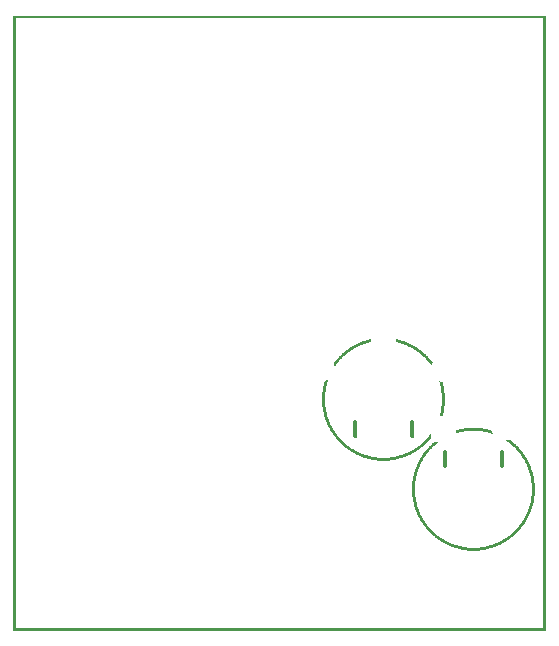
<source format=gto>
G04 MADE WITH FRITZING*
G04 WWW.FRITZING.ORG*
G04 DOUBLE SIDED*
G04 HOLES PLATED*
G04 CONTOUR ON CENTER OF CONTOUR VECTOR*
%ASAXBY*%
%FSLAX23Y23*%
%MOIN*%
%OFA0B0*%
%SFA1.0B1.0*%
%ADD10R,0.001000X0.001000*%
%LNSILK1*%
G90*
G70*
G54D10*
X0Y2051D02*
X1773Y2051D01*
X0Y2050D02*
X1773Y2050D01*
X0Y2049D02*
X1773Y2049D01*
X0Y2048D02*
X1773Y2048D01*
X0Y2047D02*
X1773Y2047D01*
X0Y2046D02*
X1773Y2046D01*
X0Y2045D02*
X1773Y2045D01*
X0Y2044D02*
X1773Y2044D01*
X0Y2043D02*
X7Y2043D01*
X1766Y2043D02*
X1773Y2043D01*
X0Y2042D02*
X7Y2042D01*
X1766Y2042D02*
X1773Y2042D01*
X0Y2041D02*
X7Y2041D01*
X1766Y2041D02*
X1773Y2041D01*
X0Y2040D02*
X7Y2040D01*
X1766Y2040D02*
X1773Y2040D01*
X0Y2039D02*
X7Y2039D01*
X1766Y2039D02*
X1773Y2039D01*
X0Y2038D02*
X7Y2038D01*
X1766Y2038D02*
X1773Y2038D01*
X0Y2037D02*
X7Y2037D01*
X1766Y2037D02*
X1773Y2037D01*
X0Y2036D02*
X7Y2036D01*
X1766Y2036D02*
X1773Y2036D01*
X0Y2035D02*
X7Y2035D01*
X1766Y2035D02*
X1773Y2035D01*
X0Y2034D02*
X7Y2034D01*
X1766Y2034D02*
X1773Y2034D01*
X0Y2033D02*
X7Y2033D01*
X1766Y2033D02*
X1773Y2033D01*
X0Y2032D02*
X7Y2032D01*
X1766Y2032D02*
X1773Y2032D01*
X0Y2031D02*
X7Y2031D01*
X1766Y2031D02*
X1773Y2031D01*
X0Y2030D02*
X7Y2030D01*
X1766Y2030D02*
X1773Y2030D01*
X0Y2029D02*
X7Y2029D01*
X1766Y2029D02*
X1773Y2029D01*
X0Y2028D02*
X7Y2028D01*
X1766Y2028D02*
X1773Y2028D01*
X0Y2027D02*
X7Y2027D01*
X1766Y2027D02*
X1773Y2027D01*
X0Y2026D02*
X7Y2026D01*
X1766Y2026D02*
X1773Y2026D01*
X0Y2025D02*
X7Y2025D01*
X1766Y2025D02*
X1773Y2025D01*
X0Y2024D02*
X7Y2024D01*
X1766Y2024D02*
X1773Y2024D01*
X0Y2023D02*
X7Y2023D01*
X1766Y2023D02*
X1773Y2023D01*
X0Y2022D02*
X7Y2022D01*
X1766Y2022D02*
X1773Y2022D01*
X0Y2021D02*
X7Y2021D01*
X1766Y2021D02*
X1773Y2021D01*
X0Y2020D02*
X7Y2020D01*
X1766Y2020D02*
X1773Y2020D01*
X0Y2019D02*
X7Y2019D01*
X1766Y2019D02*
X1773Y2019D01*
X0Y2018D02*
X7Y2018D01*
X1766Y2018D02*
X1773Y2018D01*
X0Y2017D02*
X7Y2017D01*
X1766Y2017D02*
X1773Y2017D01*
X0Y2016D02*
X7Y2016D01*
X1766Y2016D02*
X1773Y2016D01*
X0Y2015D02*
X7Y2015D01*
X1766Y2015D02*
X1773Y2015D01*
X0Y2014D02*
X7Y2014D01*
X1766Y2014D02*
X1773Y2014D01*
X0Y2013D02*
X7Y2013D01*
X1766Y2013D02*
X1773Y2013D01*
X0Y2012D02*
X7Y2012D01*
X1766Y2012D02*
X1773Y2012D01*
X0Y2011D02*
X7Y2011D01*
X1766Y2011D02*
X1773Y2011D01*
X0Y2010D02*
X7Y2010D01*
X1766Y2010D02*
X1773Y2010D01*
X0Y2009D02*
X7Y2009D01*
X1766Y2009D02*
X1773Y2009D01*
X0Y2008D02*
X7Y2008D01*
X1766Y2008D02*
X1773Y2008D01*
X0Y2007D02*
X7Y2007D01*
X1766Y2007D02*
X1773Y2007D01*
X0Y2006D02*
X7Y2006D01*
X1766Y2006D02*
X1773Y2006D01*
X0Y2005D02*
X7Y2005D01*
X1766Y2005D02*
X1773Y2005D01*
X0Y2004D02*
X7Y2004D01*
X1766Y2004D02*
X1773Y2004D01*
X0Y2003D02*
X7Y2003D01*
X1766Y2003D02*
X1773Y2003D01*
X0Y2002D02*
X7Y2002D01*
X1766Y2002D02*
X1773Y2002D01*
X0Y2001D02*
X7Y2001D01*
X1766Y2001D02*
X1773Y2001D01*
X0Y2000D02*
X7Y2000D01*
X1766Y2000D02*
X1773Y2000D01*
X0Y1999D02*
X7Y1999D01*
X1766Y1999D02*
X1773Y1999D01*
X0Y1998D02*
X7Y1998D01*
X1766Y1998D02*
X1773Y1998D01*
X0Y1997D02*
X7Y1997D01*
X1766Y1997D02*
X1773Y1997D01*
X0Y1996D02*
X7Y1996D01*
X1766Y1996D02*
X1773Y1996D01*
X0Y1995D02*
X7Y1995D01*
X1766Y1995D02*
X1773Y1995D01*
X0Y1994D02*
X7Y1994D01*
X1766Y1994D02*
X1773Y1994D01*
X0Y1993D02*
X7Y1993D01*
X1766Y1993D02*
X1773Y1993D01*
X0Y1992D02*
X7Y1992D01*
X1766Y1992D02*
X1773Y1992D01*
X0Y1991D02*
X7Y1991D01*
X1766Y1991D02*
X1773Y1991D01*
X0Y1990D02*
X7Y1990D01*
X1766Y1990D02*
X1773Y1990D01*
X0Y1989D02*
X7Y1989D01*
X1766Y1989D02*
X1773Y1989D01*
X0Y1988D02*
X7Y1988D01*
X1766Y1988D02*
X1773Y1988D01*
X0Y1987D02*
X7Y1987D01*
X1766Y1987D02*
X1773Y1987D01*
X0Y1986D02*
X7Y1986D01*
X1766Y1986D02*
X1773Y1986D01*
X0Y1985D02*
X7Y1985D01*
X1766Y1985D02*
X1773Y1985D01*
X0Y1984D02*
X7Y1984D01*
X1766Y1984D02*
X1773Y1984D01*
X0Y1983D02*
X7Y1983D01*
X1766Y1983D02*
X1773Y1983D01*
X0Y1982D02*
X7Y1982D01*
X1766Y1982D02*
X1773Y1982D01*
X0Y1981D02*
X7Y1981D01*
X1766Y1981D02*
X1773Y1981D01*
X0Y1980D02*
X7Y1980D01*
X1766Y1980D02*
X1773Y1980D01*
X0Y1979D02*
X7Y1979D01*
X1766Y1979D02*
X1773Y1979D01*
X0Y1978D02*
X7Y1978D01*
X1766Y1978D02*
X1773Y1978D01*
X0Y1977D02*
X7Y1977D01*
X1766Y1977D02*
X1773Y1977D01*
X0Y1976D02*
X7Y1976D01*
X1766Y1976D02*
X1773Y1976D01*
X0Y1975D02*
X7Y1975D01*
X1766Y1975D02*
X1773Y1975D01*
X0Y1974D02*
X7Y1974D01*
X1766Y1974D02*
X1773Y1974D01*
X0Y1973D02*
X7Y1973D01*
X1766Y1973D02*
X1773Y1973D01*
X0Y1972D02*
X7Y1972D01*
X1766Y1972D02*
X1773Y1972D01*
X0Y1971D02*
X7Y1971D01*
X1766Y1971D02*
X1773Y1971D01*
X0Y1970D02*
X7Y1970D01*
X1766Y1970D02*
X1773Y1970D01*
X0Y1969D02*
X7Y1969D01*
X1766Y1969D02*
X1773Y1969D01*
X0Y1968D02*
X7Y1968D01*
X1766Y1968D02*
X1773Y1968D01*
X0Y1967D02*
X7Y1967D01*
X1766Y1967D02*
X1773Y1967D01*
X0Y1966D02*
X7Y1966D01*
X1766Y1966D02*
X1773Y1966D01*
X0Y1965D02*
X7Y1965D01*
X1766Y1965D02*
X1773Y1965D01*
X0Y1964D02*
X7Y1964D01*
X1766Y1964D02*
X1773Y1964D01*
X0Y1963D02*
X7Y1963D01*
X1766Y1963D02*
X1773Y1963D01*
X0Y1962D02*
X7Y1962D01*
X1766Y1962D02*
X1773Y1962D01*
X0Y1961D02*
X7Y1961D01*
X1766Y1961D02*
X1773Y1961D01*
X0Y1960D02*
X7Y1960D01*
X1766Y1960D02*
X1773Y1960D01*
X0Y1959D02*
X7Y1959D01*
X1766Y1959D02*
X1773Y1959D01*
X0Y1958D02*
X7Y1958D01*
X1766Y1958D02*
X1773Y1958D01*
X0Y1957D02*
X7Y1957D01*
X1766Y1957D02*
X1773Y1957D01*
X0Y1956D02*
X7Y1956D01*
X1766Y1956D02*
X1773Y1956D01*
X0Y1955D02*
X7Y1955D01*
X1766Y1955D02*
X1773Y1955D01*
X0Y1954D02*
X7Y1954D01*
X1766Y1954D02*
X1773Y1954D01*
X0Y1953D02*
X7Y1953D01*
X1766Y1953D02*
X1773Y1953D01*
X0Y1952D02*
X7Y1952D01*
X1766Y1952D02*
X1773Y1952D01*
X0Y1951D02*
X7Y1951D01*
X1766Y1951D02*
X1773Y1951D01*
X0Y1950D02*
X7Y1950D01*
X1766Y1950D02*
X1773Y1950D01*
X0Y1949D02*
X7Y1949D01*
X1766Y1949D02*
X1773Y1949D01*
X0Y1948D02*
X7Y1948D01*
X1766Y1948D02*
X1773Y1948D01*
X0Y1947D02*
X7Y1947D01*
X1766Y1947D02*
X1773Y1947D01*
X0Y1946D02*
X7Y1946D01*
X1766Y1946D02*
X1773Y1946D01*
X0Y1945D02*
X7Y1945D01*
X1766Y1945D02*
X1773Y1945D01*
X0Y1944D02*
X7Y1944D01*
X1766Y1944D02*
X1773Y1944D01*
X0Y1943D02*
X7Y1943D01*
X1766Y1943D02*
X1773Y1943D01*
X0Y1942D02*
X7Y1942D01*
X1766Y1942D02*
X1773Y1942D01*
X0Y1941D02*
X7Y1941D01*
X1766Y1941D02*
X1773Y1941D01*
X0Y1940D02*
X7Y1940D01*
X1766Y1940D02*
X1773Y1940D01*
X0Y1939D02*
X7Y1939D01*
X1766Y1939D02*
X1773Y1939D01*
X0Y1938D02*
X7Y1938D01*
X1766Y1938D02*
X1773Y1938D01*
X0Y1937D02*
X7Y1937D01*
X1766Y1937D02*
X1773Y1937D01*
X0Y1936D02*
X7Y1936D01*
X1766Y1936D02*
X1773Y1936D01*
X0Y1935D02*
X7Y1935D01*
X1766Y1935D02*
X1773Y1935D01*
X0Y1934D02*
X7Y1934D01*
X1766Y1934D02*
X1773Y1934D01*
X0Y1933D02*
X7Y1933D01*
X1766Y1933D02*
X1773Y1933D01*
X0Y1932D02*
X7Y1932D01*
X1766Y1932D02*
X1773Y1932D01*
X0Y1931D02*
X7Y1931D01*
X1766Y1931D02*
X1773Y1931D01*
X0Y1930D02*
X7Y1930D01*
X1766Y1930D02*
X1773Y1930D01*
X0Y1929D02*
X7Y1929D01*
X1766Y1929D02*
X1773Y1929D01*
X0Y1928D02*
X7Y1928D01*
X1766Y1928D02*
X1773Y1928D01*
X0Y1927D02*
X7Y1927D01*
X1766Y1927D02*
X1773Y1927D01*
X0Y1926D02*
X7Y1926D01*
X1766Y1926D02*
X1773Y1926D01*
X0Y1925D02*
X7Y1925D01*
X1766Y1925D02*
X1773Y1925D01*
X0Y1924D02*
X7Y1924D01*
X1766Y1924D02*
X1773Y1924D01*
X0Y1923D02*
X7Y1923D01*
X1766Y1923D02*
X1773Y1923D01*
X0Y1922D02*
X7Y1922D01*
X1766Y1922D02*
X1773Y1922D01*
X0Y1921D02*
X7Y1921D01*
X1766Y1921D02*
X1773Y1921D01*
X0Y1920D02*
X7Y1920D01*
X1766Y1920D02*
X1773Y1920D01*
X0Y1919D02*
X7Y1919D01*
X1766Y1919D02*
X1773Y1919D01*
X0Y1918D02*
X7Y1918D01*
X1766Y1918D02*
X1773Y1918D01*
X0Y1917D02*
X7Y1917D01*
X1766Y1917D02*
X1773Y1917D01*
X0Y1916D02*
X7Y1916D01*
X1766Y1916D02*
X1773Y1916D01*
X0Y1915D02*
X7Y1915D01*
X1766Y1915D02*
X1773Y1915D01*
X0Y1914D02*
X7Y1914D01*
X1766Y1914D02*
X1773Y1914D01*
X0Y1913D02*
X7Y1913D01*
X1766Y1913D02*
X1773Y1913D01*
X0Y1912D02*
X7Y1912D01*
X1766Y1912D02*
X1773Y1912D01*
X0Y1911D02*
X7Y1911D01*
X1766Y1911D02*
X1773Y1911D01*
X0Y1910D02*
X7Y1910D01*
X1766Y1910D02*
X1773Y1910D01*
X0Y1909D02*
X7Y1909D01*
X1766Y1909D02*
X1773Y1909D01*
X0Y1908D02*
X7Y1908D01*
X1766Y1908D02*
X1773Y1908D01*
X0Y1907D02*
X7Y1907D01*
X1766Y1907D02*
X1773Y1907D01*
X0Y1906D02*
X7Y1906D01*
X1766Y1906D02*
X1773Y1906D01*
X0Y1905D02*
X7Y1905D01*
X1766Y1905D02*
X1773Y1905D01*
X0Y1904D02*
X7Y1904D01*
X1766Y1904D02*
X1773Y1904D01*
X0Y1903D02*
X7Y1903D01*
X1766Y1903D02*
X1773Y1903D01*
X0Y1902D02*
X7Y1902D01*
X1766Y1902D02*
X1773Y1902D01*
X0Y1901D02*
X7Y1901D01*
X1766Y1901D02*
X1773Y1901D01*
X0Y1900D02*
X7Y1900D01*
X1766Y1900D02*
X1773Y1900D01*
X0Y1899D02*
X7Y1899D01*
X1766Y1899D02*
X1773Y1899D01*
X0Y1898D02*
X7Y1898D01*
X1766Y1898D02*
X1773Y1898D01*
X0Y1897D02*
X7Y1897D01*
X1766Y1897D02*
X1773Y1897D01*
X0Y1896D02*
X7Y1896D01*
X1766Y1896D02*
X1773Y1896D01*
X0Y1895D02*
X7Y1895D01*
X1766Y1895D02*
X1773Y1895D01*
X0Y1894D02*
X7Y1894D01*
X1766Y1894D02*
X1773Y1894D01*
X0Y1893D02*
X7Y1893D01*
X1766Y1893D02*
X1773Y1893D01*
X0Y1892D02*
X7Y1892D01*
X1766Y1892D02*
X1773Y1892D01*
X0Y1891D02*
X7Y1891D01*
X1766Y1891D02*
X1773Y1891D01*
X0Y1890D02*
X7Y1890D01*
X1766Y1890D02*
X1773Y1890D01*
X0Y1889D02*
X7Y1889D01*
X1766Y1889D02*
X1773Y1889D01*
X0Y1888D02*
X7Y1888D01*
X1766Y1888D02*
X1773Y1888D01*
X0Y1887D02*
X7Y1887D01*
X1766Y1887D02*
X1773Y1887D01*
X0Y1886D02*
X7Y1886D01*
X1766Y1886D02*
X1773Y1886D01*
X0Y1885D02*
X7Y1885D01*
X1766Y1885D02*
X1773Y1885D01*
X0Y1884D02*
X7Y1884D01*
X1766Y1884D02*
X1773Y1884D01*
X0Y1883D02*
X7Y1883D01*
X1766Y1883D02*
X1773Y1883D01*
X0Y1882D02*
X7Y1882D01*
X1766Y1882D02*
X1773Y1882D01*
X0Y1881D02*
X7Y1881D01*
X1766Y1881D02*
X1773Y1881D01*
X0Y1880D02*
X7Y1880D01*
X1766Y1880D02*
X1773Y1880D01*
X0Y1879D02*
X7Y1879D01*
X1766Y1879D02*
X1773Y1879D01*
X0Y1878D02*
X7Y1878D01*
X1766Y1878D02*
X1773Y1878D01*
X0Y1877D02*
X7Y1877D01*
X1766Y1877D02*
X1773Y1877D01*
X0Y1876D02*
X7Y1876D01*
X1766Y1876D02*
X1773Y1876D01*
X0Y1875D02*
X7Y1875D01*
X1766Y1875D02*
X1773Y1875D01*
X0Y1874D02*
X7Y1874D01*
X1766Y1874D02*
X1773Y1874D01*
X0Y1873D02*
X7Y1873D01*
X1766Y1873D02*
X1773Y1873D01*
X0Y1872D02*
X7Y1872D01*
X1766Y1872D02*
X1773Y1872D01*
X0Y1871D02*
X7Y1871D01*
X1766Y1871D02*
X1773Y1871D01*
X0Y1870D02*
X7Y1870D01*
X1766Y1870D02*
X1773Y1870D01*
X0Y1869D02*
X7Y1869D01*
X1766Y1869D02*
X1773Y1869D01*
X0Y1868D02*
X7Y1868D01*
X1766Y1868D02*
X1773Y1868D01*
X0Y1867D02*
X7Y1867D01*
X1766Y1867D02*
X1773Y1867D01*
X0Y1866D02*
X7Y1866D01*
X1766Y1866D02*
X1773Y1866D01*
X0Y1865D02*
X7Y1865D01*
X1766Y1865D02*
X1773Y1865D01*
X0Y1864D02*
X7Y1864D01*
X1766Y1864D02*
X1773Y1864D01*
X0Y1863D02*
X7Y1863D01*
X1766Y1863D02*
X1773Y1863D01*
X0Y1862D02*
X7Y1862D01*
X1766Y1862D02*
X1773Y1862D01*
X0Y1861D02*
X7Y1861D01*
X1766Y1861D02*
X1773Y1861D01*
X0Y1860D02*
X7Y1860D01*
X1766Y1860D02*
X1773Y1860D01*
X0Y1859D02*
X7Y1859D01*
X1766Y1859D02*
X1773Y1859D01*
X0Y1858D02*
X7Y1858D01*
X1766Y1858D02*
X1773Y1858D01*
X0Y1857D02*
X7Y1857D01*
X1766Y1857D02*
X1773Y1857D01*
X0Y1856D02*
X7Y1856D01*
X1766Y1856D02*
X1773Y1856D01*
X0Y1855D02*
X7Y1855D01*
X1766Y1855D02*
X1773Y1855D01*
X0Y1854D02*
X7Y1854D01*
X1766Y1854D02*
X1773Y1854D01*
X0Y1853D02*
X7Y1853D01*
X1766Y1853D02*
X1773Y1853D01*
X0Y1852D02*
X7Y1852D01*
X1766Y1852D02*
X1773Y1852D01*
X0Y1851D02*
X7Y1851D01*
X1766Y1851D02*
X1773Y1851D01*
X0Y1850D02*
X7Y1850D01*
X1766Y1850D02*
X1773Y1850D01*
X0Y1849D02*
X7Y1849D01*
X1766Y1849D02*
X1773Y1849D01*
X0Y1848D02*
X7Y1848D01*
X1766Y1848D02*
X1773Y1848D01*
X0Y1847D02*
X7Y1847D01*
X1766Y1847D02*
X1773Y1847D01*
X0Y1846D02*
X7Y1846D01*
X1766Y1846D02*
X1773Y1846D01*
X0Y1845D02*
X7Y1845D01*
X1766Y1845D02*
X1773Y1845D01*
X0Y1844D02*
X7Y1844D01*
X1766Y1844D02*
X1773Y1844D01*
X0Y1843D02*
X7Y1843D01*
X1766Y1843D02*
X1773Y1843D01*
X0Y1842D02*
X7Y1842D01*
X1766Y1842D02*
X1773Y1842D01*
X0Y1841D02*
X7Y1841D01*
X1766Y1841D02*
X1773Y1841D01*
X0Y1840D02*
X7Y1840D01*
X1766Y1840D02*
X1773Y1840D01*
X0Y1839D02*
X7Y1839D01*
X1766Y1839D02*
X1773Y1839D01*
X0Y1838D02*
X7Y1838D01*
X1766Y1838D02*
X1773Y1838D01*
X0Y1837D02*
X7Y1837D01*
X1766Y1837D02*
X1773Y1837D01*
X0Y1836D02*
X7Y1836D01*
X1766Y1836D02*
X1773Y1836D01*
X0Y1835D02*
X7Y1835D01*
X1766Y1835D02*
X1773Y1835D01*
X0Y1834D02*
X7Y1834D01*
X1766Y1834D02*
X1773Y1834D01*
X0Y1833D02*
X7Y1833D01*
X1766Y1833D02*
X1773Y1833D01*
X0Y1832D02*
X7Y1832D01*
X1766Y1832D02*
X1773Y1832D01*
X0Y1831D02*
X7Y1831D01*
X1766Y1831D02*
X1773Y1831D01*
X0Y1830D02*
X7Y1830D01*
X1766Y1830D02*
X1773Y1830D01*
X0Y1829D02*
X7Y1829D01*
X1766Y1829D02*
X1773Y1829D01*
X0Y1828D02*
X7Y1828D01*
X1766Y1828D02*
X1773Y1828D01*
X0Y1827D02*
X7Y1827D01*
X1766Y1827D02*
X1773Y1827D01*
X0Y1826D02*
X7Y1826D01*
X1766Y1826D02*
X1773Y1826D01*
X0Y1825D02*
X7Y1825D01*
X1766Y1825D02*
X1773Y1825D01*
X0Y1824D02*
X7Y1824D01*
X1766Y1824D02*
X1773Y1824D01*
X0Y1823D02*
X7Y1823D01*
X1766Y1823D02*
X1773Y1823D01*
X0Y1822D02*
X7Y1822D01*
X1766Y1822D02*
X1773Y1822D01*
X0Y1821D02*
X7Y1821D01*
X1766Y1821D02*
X1773Y1821D01*
X0Y1820D02*
X7Y1820D01*
X1766Y1820D02*
X1773Y1820D01*
X0Y1819D02*
X7Y1819D01*
X1766Y1819D02*
X1773Y1819D01*
X0Y1818D02*
X7Y1818D01*
X1766Y1818D02*
X1773Y1818D01*
X0Y1817D02*
X7Y1817D01*
X1766Y1817D02*
X1773Y1817D01*
X0Y1816D02*
X7Y1816D01*
X1766Y1816D02*
X1773Y1816D01*
X0Y1815D02*
X7Y1815D01*
X1766Y1815D02*
X1773Y1815D01*
X0Y1814D02*
X7Y1814D01*
X1766Y1814D02*
X1773Y1814D01*
X0Y1813D02*
X7Y1813D01*
X1766Y1813D02*
X1773Y1813D01*
X0Y1812D02*
X7Y1812D01*
X1766Y1812D02*
X1773Y1812D01*
X0Y1811D02*
X7Y1811D01*
X1766Y1811D02*
X1773Y1811D01*
X0Y1810D02*
X7Y1810D01*
X1766Y1810D02*
X1773Y1810D01*
X0Y1809D02*
X7Y1809D01*
X1766Y1809D02*
X1773Y1809D01*
X0Y1808D02*
X7Y1808D01*
X1766Y1808D02*
X1773Y1808D01*
X0Y1807D02*
X7Y1807D01*
X1766Y1807D02*
X1773Y1807D01*
X0Y1806D02*
X7Y1806D01*
X1766Y1806D02*
X1773Y1806D01*
X0Y1805D02*
X7Y1805D01*
X1766Y1805D02*
X1773Y1805D01*
X0Y1804D02*
X7Y1804D01*
X1766Y1804D02*
X1773Y1804D01*
X0Y1803D02*
X7Y1803D01*
X1766Y1803D02*
X1773Y1803D01*
X0Y1802D02*
X7Y1802D01*
X1766Y1802D02*
X1773Y1802D01*
X0Y1801D02*
X7Y1801D01*
X1766Y1801D02*
X1773Y1801D01*
X0Y1800D02*
X7Y1800D01*
X1766Y1800D02*
X1773Y1800D01*
X0Y1799D02*
X7Y1799D01*
X1766Y1799D02*
X1773Y1799D01*
X0Y1798D02*
X7Y1798D01*
X1766Y1798D02*
X1773Y1798D01*
X0Y1797D02*
X7Y1797D01*
X1766Y1797D02*
X1773Y1797D01*
X0Y1796D02*
X7Y1796D01*
X1766Y1796D02*
X1773Y1796D01*
X0Y1795D02*
X7Y1795D01*
X1766Y1795D02*
X1773Y1795D01*
X0Y1794D02*
X7Y1794D01*
X1766Y1794D02*
X1773Y1794D01*
X0Y1793D02*
X7Y1793D01*
X1766Y1793D02*
X1773Y1793D01*
X0Y1792D02*
X7Y1792D01*
X1766Y1792D02*
X1773Y1792D01*
X0Y1791D02*
X7Y1791D01*
X1766Y1791D02*
X1773Y1791D01*
X0Y1790D02*
X7Y1790D01*
X1766Y1790D02*
X1773Y1790D01*
X0Y1789D02*
X7Y1789D01*
X1766Y1789D02*
X1773Y1789D01*
X0Y1788D02*
X7Y1788D01*
X1766Y1788D02*
X1773Y1788D01*
X0Y1787D02*
X7Y1787D01*
X1766Y1787D02*
X1773Y1787D01*
X0Y1786D02*
X7Y1786D01*
X1766Y1786D02*
X1773Y1786D01*
X0Y1785D02*
X7Y1785D01*
X1766Y1785D02*
X1773Y1785D01*
X0Y1784D02*
X7Y1784D01*
X1766Y1784D02*
X1773Y1784D01*
X0Y1783D02*
X7Y1783D01*
X1766Y1783D02*
X1773Y1783D01*
X0Y1782D02*
X7Y1782D01*
X1766Y1782D02*
X1773Y1782D01*
X0Y1781D02*
X7Y1781D01*
X1766Y1781D02*
X1773Y1781D01*
X0Y1780D02*
X7Y1780D01*
X1766Y1780D02*
X1773Y1780D01*
X0Y1779D02*
X7Y1779D01*
X1766Y1779D02*
X1773Y1779D01*
X0Y1778D02*
X7Y1778D01*
X1766Y1778D02*
X1773Y1778D01*
X0Y1777D02*
X7Y1777D01*
X1766Y1777D02*
X1773Y1777D01*
X0Y1776D02*
X7Y1776D01*
X1766Y1776D02*
X1773Y1776D01*
X0Y1775D02*
X7Y1775D01*
X1766Y1775D02*
X1773Y1775D01*
X0Y1774D02*
X7Y1774D01*
X1766Y1774D02*
X1773Y1774D01*
X0Y1773D02*
X7Y1773D01*
X1766Y1773D02*
X1773Y1773D01*
X0Y1772D02*
X7Y1772D01*
X1766Y1772D02*
X1773Y1772D01*
X0Y1771D02*
X7Y1771D01*
X1766Y1771D02*
X1773Y1771D01*
X0Y1770D02*
X7Y1770D01*
X1766Y1770D02*
X1773Y1770D01*
X0Y1769D02*
X7Y1769D01*
X1766Y1769D02*
X1773Y1769D01*
X0Y1768D02*
X7Y1768D01*
X1766Y1768D02*
X1773Y1768D01*
X0Y1767D02*
X7Y1767D01*
X1766Y1767D02*
X1773Y1767D01*
X0Y1766D02*
X7Y1766D01*
X1766Y1766D02*
X1773Y1766D01*
X0Y1765D02*
X7Y1765D01*
X1766Y1765D02*
X1773Y1765D01*
X0Y1764D02*
X7Y1764D01*
X1766Y1764D02*
X1773Y1764D01*
X0Y1763D02*
X7Y1763D01*
X1766Y1763D02*
X1773Y1763D01*
X0Y1762D02*
X7Y1762D01*
X1766Y1762D02*
X1773Y1762D01*
X0Y1761D02*
X7Y1761D01*
X1766Y1761D02*
X1773Y1761D01*
X0Y1760D02*
X7Y1760D01*
X1766Y1760D02*
X1773Y1760D01*
X0Y1759D02*
X7Y1759D01*
X1766Y1759D02*
X1773Y1759D01*
X0Y1758D02*
X7Y1758D01*
X1766Y1758D02*
X1773Y1758D01*
X0Y1757D02*
X7Y1757D01*
X1766Y1757D02*
X1773Y1757D01*
X0Y1756D02*
X7Y1756D01*
X1766Y1756D02*
X1773Y1756D01*
X0Y1755D02*
X7Y1755D01*
X1766Y1755D02*
X1773Y1755D01*
X0Y1754D02*
X7Y1754D01*
X1766Y1754D02*
X1773Y1754D01*
X0Y1753D02*
X7Y1753D01*
X1766Y1753D02*
X1773Y1753D01*
X0Y1752D02*
X7Y1752D01*
X1766Y1752D02*
X1773Y1752D01*
X0Y1751D02*
X7Y1751D01*
X1766Y1751D02*
X1773Y1751D01*
X0Y1750D02*
X7Y1750D01*
X1766Y1750D02*
X1773Y1750D01*
X0Y1749D02*
X7Y1749D01*
X1766Y1749D02*
X1773Y1749D01*
X0Y1748D02*
X7Y1748D01*
X1766Y1748D02*
X1773Y1748D01*
X0Y1747D02*
X7Y1747D01*
X1766Y1747D02*
X1773Y1747D01*
X0Y1746D02*
X7Y1746D01*
X1766Y1746D02*
X1773Y1746D01*
X0Y1745D02*
X7Y1745D01*
X1766Y1745D02*
X1773Y1745D01*
X0Y1744D02*
X7Y1744D01*
X1766Y1744D02*
X1773Y1744D01*
X0Y1743D02*
X7Y1743D01*
X1766Y1743D02*
X1773Y1743D01*
X0Y1742D02*
X7Y1742D01*
X1766Y1742D02*
X1773Y1742D01*
X0Y1741D02*
X7Y1741D01*
X1766Y1741D02*
X1773Y1741D01*
X0Y1740D02*
X7Y1740D01*
X1766Y1740D02*
X1773Y1740D01*
X0Y1739D02*
X7Y1739D01*
X1766Y1739D02*
X1773Y1739D01*
X0Y1738D02*
X7Y1738D01*
X1766Y1738D02*
X1773Y1738D01*
X0Y1737D02*
X7Y1737D01*
X1766Y1737D02*
X1773Y1737D01*
X0Y1736D02*
X7Y1736D01*
X1766Y1736D02*
X1773Y1736D01*
X0Y1735D02*
X7Y1735D01*
X1766Y1735D02*
X1773Y1735D01*
X0Y1734D02*
X7Y1734D01*
X1766Y1734D02*
X1773Y1734D01*
X0Y1733D02*
X7Y1733D01*
X1766Y1733D02*
X1773Y1733D01*
X0Y1732D02*
X7Y1732D01*
X1766Y1732D02*
X1773Y1732D01*
X0Y1731D02*
X7Y1731D01*
X1766Y1731D02*
X1773Y1731D01*
X0Y1730D02*
X7Y1730D01*
X1766Y1730D02*
X1773Y1730D01*
X0Y1729D02*
X7Y1729D01*
X1766Y1729D02*
X1773Y1729D01*
X0Y1728D02*
X7Y1728D01*
X1766Y1728D02*
X1773Y1728D01*
X0Y1727D02*
X7Y1727D01*
X1766Y1727D02*
X1773Y1727D01*
X0Y1726D02*
X7Y1726D01*
X1766Y1726D02*
X1773Y1726D01*
X0Y1725D02*
X7Y1725D01*
X1766Y1725D02*
X1773Y1725D01*
X0Y1724D02*
X7Y1724D01*
X1766Y1724D02*
X1773Y1724D01*
X0Y1723D02*
X7Y1723D01*
X1766Y1723D02*
X1773Y1723D01*
X0Y1722D02*
X7Y1722D01*
X1766Y1722D02*
X1773Y1722D01*
X0Y1721D02*
X7Y1721D01*
X1766Y1721D02*
X1773Y1721D01*
X0Y1720D02*
X7Y1720D01*
X1766Y1720D02*
X1773Y1720D01*
X0Y1719D02*
X7Y1719D01*
X1766Y1719D02*
X1773Y1719D01*
X0Y1718D02*
X7Y1718D01*
X1766Y1718D02*
X1773Y1718D01*
X0Y1717D02*
X7Y1717D01*
X1766Y1717D02*
X1773Y1717D01*
X0Y1716D02*
X7Y1716D01*
X1766Y1716D02*
X1773Y1716D01*
X0Y1715D02*
X7Y1715D01*
X1766Y1715D02*
X1773Y1715D01*
X0Y1714D02*
X7Y1714D01*
X1766Y1714D02*
X1773Y1714D01*
X0Y1713D02*
X7Y1713D01*
X1766Y1713D02*
X1773Y1713D01*
X0Y1712D02*
X7Y1712D01*
X1766Y1712D02*
X1773Y1712D01*
X0Y1711D02*
X7Y1711D01*
X1766Y1711D02*
X1773Y1711D01*
X0Y1710D02*
X7Y1710D01*
X1766Y1710D02*
X1773Y1710D01*
X0Y1709D02*
X7Y1709D01*
X1766Y1709D02*
X1773Y1709D01*
X0Y1708D02*
X7Y1708D01*
X1766Y1708D02*
X1773Y1708D01*
X0Y1707D02*
X7Y1707D01*
X1766Y1707D02*
X1773Y1707D01*
X0Y1706D02*
X7Y1706D01*
X1766Y1706D02*
X1773Y1706D01*
X0Y1705D02*
X7Y1705D01*
X1766Y1705D02*
X1773Y1705D01*
X0Y1704D02*
X7Y1704D01*
X1766Y1704D02*
X1773Y1704D01*
X0Y1703D02*
X7Y1703D01*
X1766Y1703D02*
X1773Y1703D01*
X0Y1702D02*
X7Y1702D01*
X1766Y1702D02*
X1773Y1702D01*
X0Y1701D02*
X7Y1701D01*
X1766Y1701D02*
X1773Y1701D01*
X0Y1700D02*
X7Y1700D01*
X1766Y1700D02*
X1773Y1700D01*
X0Y1699D02*
X7Y1699D01*
X1766Y1699D02*
X1773Y1699D01*
X0Y1698D02*
X7Y1698D01*
X1766Y1698D02*
X1773Y1698D01*
X0Y1697D02*
X7Y1697D01*
X1766Y1697D02*
X1773Y1697D01*
X0Y1696D02*
X7Y1696D01*
X1766Y1696D02*
X1773Y1696D01*
X0Y1695D02*
X7Y1695D01*
X1766Y1695D02*
X1773Y1695D01*
X0Y1694D02*
X7Y1694D01*
X1766Y1694D02*
X1773Y1694D01*
X0Y1693D02*
X7Y1693D01*
X1766Y1693D02*
X1773Y1693D01*
X0Y1692D02*
X7Y1692D01*
X1766Y1692D02*
X1773Y1692D01*
X0Y1691D02*
X7Y1691D01*
X1766Y1691D02*
X1773Y1691D01*
X0Y1690D02*
X7Y1690D01*
X1766Y1690D02*
X1773Y1690D01*
X0Y1689D02*
X7Y1689D01*
X1766Y1689D02*
X1773Y1689D01*
X0Y1688D02*
X7Y1688D01*
X1766Y1688D02*
X1773Y1688D01*
X0Y1687D02*
X7Y1687D01*
X1766Y1687D02*
X1773Y1687D01*
X0Y1686D02*
X7Y1686D01*
X1766Y1686D02*
X1773Y1686D01*
X0Y1685D02*
X7Y1685D01*
X1766Y1685D02*
X1773Y1685D01*
X0Y1684D02*
X7Y1684D01*
X1766Y1684D02*
X1773Y1684D01*
X0Y1683D02*
X7Y1683D01*
X1766Y1683D02*
X1773Y1683D01*
X0Y1682D02*
X7Y1682D01*
X1766Y1682D02*
X1773Y1682D01*
X0Y1681D02*
X7Y1681D01*
X1766Y1681D02*
X1773Y1681D01*
X0Y1680D02*
X7Y1680D01*
X1766Y1680D02*
X1773Y1680D01*
X0Y1679D02*
X7Y1679D01*
X1766Y1679D02*
X1773Y1679D01*
X0Y1678D02*
X7Y1678D01*
X1766Y1678D02*
X1773Y1678D01*
X0Y1677D02*
X7Y1677D01*
X1766Y1677D02*
X1773Y1677D01*
X0Y1676D02*
X7Y1676D01*
X1766Y1676D02*
X1773Y1676D01*
X0Y1675D02*
X7Y1675D01*
X1766Y1675D02*
X1773Y1675D01*
X0Y1674D02*
X7Y1674D01*
X1766Y1674D02*
X1773Y1674D01*
X0Y1673D02*
X7Y1673D01*
X1766Y1673D02*
X1773Y1673D01*
X0Y1672D02*
X7Y1672D01*
X1766Y1672D02*
X1773Y1672D01*
X0Y1671D02*
X7Y1671D01*
X1766Y1671D02*
X1773Y1671D01*
X0Y1670D02*
X7Y1670D01*
X1766Y1670D02*
X1773Y1670D01*
X0Y1669D02*
X7Y1669D01*
X1766Y1669D02*
X1773Y1669D01*
X0Y1668D02*
X7Y1668D01*
X1766Y1668D02*
X1773Y1668D01*
X0Y1667D02*
X7Y1667D01*
X1766Y1667D02*
X1773Y1667D01*
X0Y1666D02*
X7Y1666D01*
X1766Y1666D02*
X1773Y1666D01*
X0Y1665D02*
X7Y1665D01*
X1766Y1665D02*
X1773Y1665D01*
X0Y1664D02*
X7Y1664D01*
X1766Y1664D02*
X1773Y1664D01*
X0Y1663D02*
X7Y1663D01*
X1766Y1663D02*
X1773Y1663D01*
X0Y1662D02*
X7Y1662D01*
X1766Y1662D02*
X1773Y1662D01*
X0Y1661D02*
X7Y1661D01*
X1766Y1661D02*
X1773Y1661D01*
X0Y1660D02*
X7Y1660D01*
X1766Y1660D02*
X1773Y1660D01*
X0Y1659D02*
X7Y1659D01*
X1766Y1659D02*
X1773Y1659D01*
X0Y1658D02*
X7Y1658D01*
X1766Y1658D02*
X1773Y1658D01*
X0Y1657D02*
X7Y1657D01*
X1766Y1657D02*
X1773Y1657D01*
X0Y1656D02*
X7Y1656D01*
X1766Y1656D02*
X1773Y1656D01*
X0Y1655D02*
X7Y1655D01*
X1766Y1655D02*
X1773Y1655D01*
X0Y1654D02*
X7Y1654D01*
X1766Y1654D02*
X1773Y1654D01*
X0Y1653D02*
X7Y1653D01*
X1766Y1653D02*
X1773Y1653D01*
X0Y1652D02*
X7Y1652D01*
X1766Y1652D02*
X1773Y1652D01*
X0Y1651D02*
X7Y1651D01*
X1766Y1651D02*
X1773Y1651D01*
X0Y1650D02*
X7Y1650D01*
X1766Y1650D02*
X1773Y1650D01*
X0Y1649D02*
X7Y1649D01*
X1766Y1649D02*
X1773Y1649D01*
X0Y1648D02*
X7Y1648D01*
X1766Y1648D02*
X1773Y1648D01*
X0Y1647D02*
X7Y1647D01*
X1766Y1647D02*
X1773Y1647D01*
X0Y1646D02*
X7Y1646D01*
X1766Y1646D02*
X1773Y1646D01*
X0Y1645D02*
X7Y1645D01*
X1766Y1645D02*
X1773Y1645D01*
X0Y1644D02*
X7Y1644D01*
X1766Y1644D02*
X1773Y1644D01*
X0Y1643D02*
X7Y1643D01*
X1766Y1643D02*
X1773Y1643D01*
X0Y1642D02*
X7Y1642D01*
X1766Y1642D02*
X1773Y1642D01*
X0Y1641D02*
X7Y1641D01*
X1766Y1641D02*
X1773Y1641D01*
X0Y1640D02*
X7Y1640D01*
X1766Y1640D02*
X1773Y1640D01*
X0Y1639D02*
X7Y1639D01*
X1766Y1639D02*
X1773Y1639D01*
X0Y1638D02*
X7Y1638D01*
X1766Y1638D02*
X1773Y1638D01*
X0Y1637D02*
X7Y1637D01*
X1766Y1637D02*
X1773Y1637D01*
X0Y1636D02*
X7Y1636D01*
X1766Y1636D02*
X1773Y1636D01*
X0Y1635D02*
X7Y1635D01*
X1766Y1635D02*
X1773Y1635D01*
X0Y1634D02*
X7Y1634D01*
X1766Y1634D02*
X1773Y1634D01*
X0Y1633D02*
X7Y1633D01*
X1766Y1633D02*
X1773Y1633D01*
X0Y1632D02*
X7Y1632D01*
X1766Y1632D02*
X1773Y1632D01*
X0Y1631D02*
X7Y1631D01*
X1766Y1631D02*
X1773Y1631D01*
X0Y1630D02*
X7Y1630D01*
X1766Y1630D02*
X1773Y1630D01*
X0Y1629D02*
X7Y1629D01*
X1766Y1629D02*
X1773Y1629D01*
X0Y1628D02*
X7Y1628D01*
X1766Y1628D02*
X1773Y1628D01*
X0Y1627D02*
X7Y1627D01*
X1766Y1627D02*
X1773Y1627D01*
X0Y1626D02*
X7Y1626D01*
X1766Y1626D02*
X1773Y1626D01*
X0Y1625D02*
X7Y1625D01*
X1766Y1625D02*
X1773Y1625D01*
X0Y1624D02*
X7Y1624D01*
X1766Y1624D02*
X1773Y1624D01*
X0Y1623D02*
X7Y1623D01*
X1766Y1623D02*
X1773Y1623D01*
X0Y1622D02*
X7Y1622D01*
X1766Y1622D02*
X1773Y1622D01*
X0Y1621D02*
X7Y1621D01*
X1766Y1621D02*
X1773Y1621D01*
X0Y1620D02*
X7Y1620D01*
X1766Y1620D02*
X1773Y1620D01*
X0Y1619D02*
X7Y1619D01*
X1766Y1619D02*
X1773Y1619D01*
X0Y1618D02*
X7Y1618D01*
X1766Y1618D02*
X1773Y1618D01*
X0Y1617D02*
X7Y1617D01*
X1766Y1617D02*
X1773Y1617D01*
X0Y1616D02*
X7Y1616D01*
X1766Y1616D02*
X1773Y1616D01*
X0Y1615D02*
X7Y1615D01*
X1766Y1615D02*
X1773Y1615D01*
X0Y1614D02*
X7Y1614D01*
X1766Y1614D02*
X1773Y1614D01*
X0Y1613D02*
X7Y1613D01*
X1766Y1613D02*
X1773Y1613D01*
X0Y1612D02*
X7Y1612D01*
X1766Y1612D02*
X1773Y1612D01*
X0Y1611D02*
X7Y1611D01*
X1766Y1611D02*
X1773Y1611D01*
X0Y1610D02*
X7Y1610D01*
X1766Y1610D02*
X1773Y1610D01*
X0Y1609D02*
X7Y1609D01*
X1766Y1609D02*
X1773Y1609D01*
X0Y1608D02*
X7Y1608D01*
X1766Y1608D02*
X1773Y1608D01*
X0Y1607D02*
X7Y1607D01*
X1766Y1607D02*
X1773Y1607D01*
X0Y1606D02*
X7Y1606D01*
X1766Y1606D02*
X1773Y1606D01*
X0Y1605D02*
X7Y1605D01*
X1766Y1605D02*
X1773Y1605D01*
X0Y1604D02*
X7Y1604D01*
X1766Y1604D02*
X1773Y1604D01*
X0Y1603D02*
X7Y1603D01*
X1766Y1603D02*
X1773Y1603D01*
X0Y1602D02*
X7Y1602D01*
X1766Y1602D02*
X1773Y1602D01*
X0Y1601D02*
X7Y1601D01*
X1766Y1601D02*
X1773Y1601D01*
X0Y1600D02*
X7Y1600D01*
X1766Y1600D02*
X1773Y1600D01*
X0Y1599D02*
X7Y1599D01*
X1766Y1599D02*
X1773Y1599D01*
X0Y1598D02*
X7Y1598D01*
X1766Y1598D02*
X1773Y1598D01*
X0Y1597D02*
X7Y1597D01*
X1766Y1597D02*
X1773Y1597D01*
X0Y1596D02*
X7Y1596D01*
X1766Y1596D02*
X1773Y1596D01*
X0Y1595D02*
X7Y1595D01*
X1766Y1595D02*
X1773Y1595D01*
X0Y1594D02*
X7Y1594D01*
X1766Y1594D02*
X1773Y1594D01*
X0Y1593D02*
X7Y1593D01*
X1766Y1593D02*
X1773Y1593D01*
X0Y1592D02*
X7Y1592D01*
X1766Y1592D02*
X1773Y1592D01*
X0Y1591D02*
X7Y1591D01*
X1766Y1591D02*
X1773Y1591D01*
X0Y1590D02*
X7Y1590D01*
X1766Y1590D02*
X1773Y1590D01*
X0Y1589D02*
X7Y1589D01*
X1766Y1589D02*
X1773Y1589D01*
X0Y1588D02*
X7Y1588D01*
X1766Y1588D02*
X1773Y1588D01*
X0Y1587D02*
X7Y1587D01*
X1766Y1587D02*
X1773Y1587D01*
X0Y1586D02*
X7Y1586D01*
X1766Y1586D02*
X1773Y1586D01*
X0Y1585D02*
X7Y1585D01*
X1766Y1585D02*
X1773Y1585D01*
X0Y1584D02*
X7Y1584D01*
X1766Y1584D02*
X1773Y1584D01*
X0Y1583D02*
X7Y1583D01*
X1766Y1583D02*
X1773Y1583D01*
X0Y1582D02*
X7Y1582D01*
X1766Y1582D02*
X1773Y1582D01*
X0Y1581D02*
X7Y1581D01*
X1766Y1581D02*
X1773Y1581D01*
X0Y1580D02*
X7Y1580D01*
X1766Y1580D02*
X1773Y1580D01*
X0Y1579D02*
X7Y1579D01*
X1766Y1579D02*
X1773Y1579D01*
X0Y1578D02*
X7Y1578D01*
X1766Y1578D02*
X1773Y1578D01*
X0Y1577D02*
X7Y1577D01*
X1766Y1577D02*
X1773Y1577D01*
X0Y1576D02*
X7Y1576D01*
X1766Y1576D02*
X1773Y1576D01*
X0Y1575D02*
X7Y1575D01*
X1766Y1575D02*
X1773Y1575D01*
X0Y1574D02*
X7Y1574D01*
X1766Y1574D02*
X1773Y1574D01*
X0Y1573D02*
X7Y1573D01*
X1766Y1573D02*
X1773Y1573D01*
X0Y1572D02*
X7Y1572D01*
X1766Y1572D02*
X1773Y1572D01*
X0Y1571D02*
X7Y1571D01*
X1766Y1571D02*
X1773Y1571D01*
X0Y1570D02*
X7Y1570D01*
X1766Y1570D02*
X1773Y1570D01*
X0Y1569D02*
X7Y1569D01*
X1766Y1569D02*
X1773Y1569D01*
X0Y1568D02*
X7Y1568D01*
X1766Y1568D02*
X1773Y1568D01*
X0Y1567D02*
X7Y1567D01*
X1766Y1567D02*
X1773Y1567D01*
X0Y1566D02*
X7Y1566D01*
X1766Y1566D02*
X1773Y1566D01*
X0Y1565D02*
X7Y1565D01*
X1766Y1565D02*
X1773Y1565D01*
X0Y1564D02*
X7Y1564D01*
X1766Y1564D02*
X1773Y1564D01*
X0Y1563D02*
X7Y1563D01*
X1766Y1563D02*
X1773Y1563D01*
X0Y1562D02*
X7Y1562D01*
X1766Y1562D02*
X1773Y1562D01*
X0Y1561D02*
X7Y1561D01*
X1766Y1561D02*
X1773Y1561D01*
X0Y1560D02*
X7Y1560D01*
X1766Y1560D02*
X1773Y1560D01*
X0Y1559D02*
X7Y1559D01*
X1766Y1559D02*
X1773Y1559D01*
X0Y1558D02*
X7Y1558D01*
X1766Y1558D02*
X1773Y1558D01*
X0Y1557D02*
X7Y1557D01*
X1766Y1557D02*
X1773Y1557D01*
X0Y1556D02*
X7Y1556D01*
X1766Y1556D02*
X1773Y1556D01*
X0Y1555D02*
X7Y1555D01*
X1766Y1555D02*
X1773Y1555D01*
X0Y1554D02*
X7Y1554D01*
X1766Y1554D02*
X1773Y1554D01*
X0Y1553D02*
X7Y1553D01*
X1766Y1553D02*
X1773Y1553D01*
X0Y1552D02*
X7Y1552D01*
X1766Y1552D02*
X1773Y1552D01*
X0Y1551D02*
X7Y1551D01*
X1766Y1551D02*
X1773Y1551D01*
X0Y1550D02*
X7Y1550D01*
X1766Y1550D02*
X1773Y1550D01*
X0Y1549D02*
X7Y1549D01*
X1766Y1549D02*
X1773Y1549D01*
X0Y1548D02*
X7Y1548D01*
X1766Y1548D02*
X1773Y1548D01*
X0Y1547D02*
X7Y1547D01*
X1766Y1547D02*
X1773Y1547D01*
X0Y1546D02*
X7Y1546D01*
X1766Y1546D02*
X1773Y1546D01*
X0Y1545D02*
X7Y1545D01*
X1766Y1545D02*
X1773Y1545D01*
X0Y1544D02*
X7Y1544D01*
X1766Y1544D02*
X1773Y1544D01*
X0Y1543D02*
X7Y1543D01*
X1766Y1543D02*
X1773Y1543D01*
X0Y1542D02*
X7Y1542D01*
X1766Y1542D02*
X1773Y1542D01*
X0Y1541D02*
X7Y1541D01*
X1766Y1541D02*
X1773Y1541D01*
X0Y1540D02*
X7Y1540D01*
X1766Y1540D02*
X1773Y1540D01*
X0Y1539D02*
X7Y1539D01*
X1766Y1539D02*
X1773Y1539D01*
X0Y1538D02*
X7Y1538D01*
X1766Y1538D02*
X1773Y1538D01*
X0Y1537D02*
X7Y1537D01*
X1766Y1537D02*
X1773Y1537D01*
X0Y1536D02*
X7Y1536D01*
X1766Y1536D02*
X1773Y1536D01*
X0Y1535D02*
X7Y1535D01*
X1766Y1535D02*
X1773Y1535D01*
X0Y1534D02*
X7Y1534D01*
X1766Y1534D02*
X1773Y1534D01*
X0Y1533D02*
X7Y1533D01*
X1766Y1533D02*
X1773Y1533D01*
X0Y1532D02*
X7Y1532D01*
X1766Y1532D02*
X1773Y1532D01*
X0Y1531D02*
X7Y1531D01*
X1766Y1531D02*
X1773Y1531D01*
X0Y1530D02*
X7Y1530D01*
X1766Y1530D02*
X1773Y1530D01*
X0Y1529D02*
X7Y1529D01*
X1766Y1529D02*
X1773Y1529D01*
X0Y1528D02*
X7Y1528D01*
X1766Y1528D02*
X1773Y1528D01*
X0Y1527D02*
X7Y1527D01*
X1766Y1527D02*
X1773Y1527D01*
X0Y1526D02*
X7Y1526D01*
X1766Y1526D02*
X1773Y1526D01*
X0Y1525D02*
X7Y1525D01*
X1766Y1525D02*
X1773Y1525D01*
X0Y1524D02*
X7Y1524D01*
X1766Y1524D02*
X1773Y1524D01*
X0Y1523D02*
X7Y1523D01*
X1766Y1523D02*
X1773Y1523D01*
X0Y1522D02*
X7Y1522D01*
X1766Y1522D02*
X1773Y1522D01*
X0Y1521D02*
X7Y1521D01*
X1766Y1521D02*
X1773Y1521D01*
X0Y1520D02*
X7Y1520D01*
X1766Y1520D02*
X1773Y1520D01*
X0Y1519D02*
X7Y1519D01*
X1766Y1519D02*
X1773Y1519D01*
X0Y1518D02*
X7Y1518D01*
X1766Y1518D02*
X1773Y1518D01*
X0Y1517D02*
X7Y1517D01*
X1766Y1517D02*
X1773Y1517D01*
X0Y1516D02*
X7Y1516D01*
X1766Y1516D02*
X1773Y1516D01*
X0Y1515D02*
X7Y1515D01*
X1766Y1515D02*
X1773Y1515D01*
X0Y1514D02*
X7Y1514D01*
X1766Y1514D02*
X1773Y1514D01*
X0Y1513D02*
X7Y1513D01*
X1766Y1513D02*
X1773Y1513D01*
X0Y1512D02*
X7Y1512D01*
X1766Y1512D02*
X1773Y1512D01*
X0Y1511D02*
X7Y1511D01*
X1766Y1511D02*
X1773Y1511D01*
X0Y1510D02*
X7Y1510D01*
X1766Y1510D02*
X1773Y1510D01*
X0Y1509D02*
X7Y1509D01*
X1766Y1509D02*
X1773Y1509D01*
X0Y1508D02*
X7Y1508D01*
X1766Y1508D02*
X1773Y1508D01*
X0Y1507D02*
X7Y1507D01*
X1766Y1507D02*
X1773Y1507D01*
X0Y1506D02*
X7Y1506D01*
X1766Y1506D02*
X1773Y1506D01*
X0Y1505D02*
X7Y1505D01*
X1766Y1505D02*
X1773Y1505D01*
X0Y1504D02*
X7Y1504D01*
X1766Y1504D02*
X1773Y1504D01*
X0Y1503D02*
X7Y1503D01*
X1766Y1503D02*
X1773Y1503D01*
X0Y1502D02*
X7Y1502D01*
X1766Y1502D02*
X1773Y1502D01*
X0Y1501D02*
X7Y1501D01*
X1766Y1501D02*
X1773Y1501D01*
X0Y1500D02*
X7Y1500D01*
X1766Y1500D02*
X1773Y1500D01*
X0Y1499D02*
X7Y1499D01*
X1766Y1499D02*
X1773Y1499D01*
X0Y1498D02*
X7Y1498D01*
X1766Y1498D02*
X1773Y1498D01*
X0Y1497D02*
X7Y1497D01*
X1766Y1497D02*
X1773Y1497D01*
X0Y1496D02*
X7Y1496D01*
X1766Y1496D02*
X1773Y1496D01*
X0Y1495D02*
X7Y1495D01*
X1766Y1495D02*
X1773Y1495D01*
X0Y1494D02*
X7Y1494D01*
X1766Y1494D02*
X1773Y1494D01*
X0Y1493D02*
X7Y1493D01*
X1766Y1493D02*
X1773Y1493D01*
X0Y1492D02*
X7Y1492D01*
X1766Y1492D02*
X1773Y1492D01*
X0Y1491D02*
X7Y1491D01*
X1766Y1491D02*
X1773Y1491D01*
X0Y1490D02*
X7Y1490D01*
X1766Y1490D02*
X1773Y1490D01*
X0Y1489D02*
X7Y1489D01*
X1766Y1489D02*
X1773Y1489D01*
X0Y1488D02*
X7Y1488D01*
X1766Y1488D02*
X1773Y1488D01*
X0Y1487D02*
X7Y1487D01*
X1766Y1487D02*
X1773Y1487D01*
X0Y1486D02*
X7Y1486D01*
X1766Y1486D02*
X1773Y1486D01*
X0Y1485D02*
X7Y1485D01*
X1766Y1485D02*
X1773Y1485D01*
X0Y1484D02*
X7Y1484D01*
X1766Y1484D02*
X1773Y1484D01*
X0Y1483D02*
X7Y1483D01*
X1766Y1483D02*
X1773Y1483D01*
X0Y1482D02*
X7Y1482D01*
X1766Y1482D02*
X1773Y1482D01*
X0Y1481D02*
X7Y1481D01*
X1766Y1481D02*
X1773Y1481D01*
X0Y1480D02*
X7Y1480D01*
X1766Y1480D02*
X1773Y1480D01*
X0Y1479D02*
X7Y1479D01*
X1766Y1479D02*
X1773Y1479D01*
X0Y1478D02*
X7Y1478D01*
X1766Y1478D02*
X1773Y1478D01*
X0Y1477D02*
X7Y1477D01*
X1766Y1477D02*
X1773Y1477D01*
X0Y1476D02*
X7Y1476D01*
X1766Y1476D02*
X1773Y1476D01*
X0Y1475D02*
X7Y1475D01*
X1766Y1475D02*
X1773Y1475D01*
X0Y1474D02*
X7Y1474D01*
X1766Y1474D02*
X1773Y1474D01*
X0Y1473D02*
X7Y1473D01*
X1766Y1473D02*
X1773Y1473D01*
X0Y1472D02*
X7Y1472D01*
X1766Y1472D02*
X1773Y1472D01*
X0Y1471D02*
X7Y1471D01*
X1766Y1471D02*
X1773Y1471D01*
X0Y1470D02*
X7Y1470D01*
X1766Y1470D02*
X1773Y1470D01*
X0Y1469D02*
X7Y1469D01*
X1766Y1469D02*
X1773Y1469D01*
X0Y1468D02*
X7Y1468D01*
X1766Y1468D02*
X1773Y1468D01*
X0Y1467D02*
X7Y1467D01*
X1766Y1467D02*
X1773Y1467D01*
X0Y1466D02*
X7Y1466D01*
X1766Y1466D02*
X1773Y1466D01*
X0Y1465D02*
X7Y1465D01*
X1766Y1465D02*
X1773Y1465D01*
X0Y1464D02*
X7Y1464D01*
X1766Y1464D02*
X1773Y1464D01*
X0Y1463D02*
X7Y1463D01*
X1766Y1463D02*
X1773Y1463D01*
X0Y1462D02*
X7Y1462D01*
X1766Y1462D02*
X1773Y1462D01*
X0Y1461D02*
X7Y1461D01*
X1766Y1461D02*
X1773Y1461D01*
X0Y1460D02*
X7Y1460D01*
X1766Y1460D02*
X1773Y1460D01*
X0Y1459D02*
X7Y1459D01*
X1766Y1459D02*
X1773Y1459D01*
X0Y1458D02*
X7Y1458D01*
X1766Y1458D02*
X1773Y1458D01*
X0Y1457D02*
X7Y1457D01*
X1766Y1457D02*
X1773Y1457D01*
X0Y1456D02*
X7Y1456D01*
X1766Y1456D02*
X1773Y1456D01*
X0Y1455D02*
X7Y1455D01*
X1766Y1455D02*
X1773Y1455D01*
X0Y1454D02*
X7Y1454D01*
X1766Y1454D02*
X1773Y1454D01*
X0Y1453D02*
X7Y1453D01*
X1766Y1453D02*
X1773Y1453D01*
X0Y1452D02*
X7Y1452D01*
X1766Y1452D02*
X1773Y1452D01*
X0Y1451D02*
X7Y1451D01*
X1766Y1451D02*
X1773Y1451D01*
X0Y1450D02*
X7Y1450D01*
X1766Y1450D02*
X1773Y1450D01*
X0Y1449D02*
X7Y1449D01*
X1766Y1449D02*
X1773Y1449D01*
X0Y1448D02*
X7Y1448D01*
X1766Y1448D02*
X1773Y1448D01*
X0Y1447D02*
X7Y1447D01*
X1766Y1447D02*
X1773Y1447D01*
X0Y1446D02*
X7Y1446D01*
X1766Y1446D02*
X1773Y1446D01*
X0Y1445D02*
X7Y1445D01*
X1766Y1445D02*
X1773Y1445D01*
X0Y1444D02*
X7Y1444D01*
X1766Y1444D02*
X1773Y1444D01*
X0Y1443D02*
X7Y1443D01*
X1766Y1443D02*
X1773Y1443D01*
X0Y1442D02*
X7Y1442D01*
X1766Y1442D02*
X1773Y1442D01*
X0Y1441D02*
X7Y1441D01*
X1766Y1441D02*
X1773Y1441D01*
X0Y1440D02*
X7Y1440D01*
X1766Y1440D02*
X1773Y1440D01*
X0Y1439D02*
X7Y1439D01*
X1766Y1439D02*
X1773Y1439D01*
X0Y1438D02*
X7Y1438D01*
X1766Y1438D02*
X1773Y1438D01*
X0Y1437D02*
X7Y1437D01*
X1766Y1437D02*
X1773Y1437D01*
X0Y1436D02*
X7Y1436D01*
X1766Y1436D02*
X1773Y1436D01*
X0Y1435D02*
X7Y1435D01*
X1766Y1435D02*
X1773Y1435D01*
X0Y1434D02*
X7Y1434D01*
X1766Y1434D02*
X1773Y1434D01*
X0Y1433D02*
X7Y1433D01*
X1766Y1433D02*
X1773Y1433D01*
X0Y1432D02*
X7Y1432D01*
X1766Y1432D02*
X1773Y1432D01*
X0Y1431D02*
X7Y1431D01*
X1766Y1431D02*
X1773Y1431D01*
X0Y1430D02*
X7Y1430D01*
X1766Y1430D02*
X1773Y1430D01*
X0Y1429D02*
X7Y1429D01*
X1766Y1429D02*
X1773Y1429D01*
X0Y1428D02*
X7Y1428D01*
X1766Y1428D02*
X1773Y1428D01*
X0Y1427D02*
X7Y1427D01*
X1766Y1427D02*
X1773Y1427D01*
X0Y1426D02*
X7Y1426D01*
X1766Y1426D02*
X1773Y1426D01*
X0Y1425D02*
X7Y1425D01*
X1766Y1425D02*
X1773Y1425D01*
X0Y1424D02*
X7Y1424D01*
X1766Y1424D02*
X1773Y1424D01*
X0Y1423D02*
X7Y1423D01*
X1766Y1423D02*
X1773Y1423D01*
X0Y1422D02*
X7Y1422D01*
X1766Y1422D02*
X1773Y1422D01*
X0Y1421D02*
X7Y1421D01*
X1766Y1421D02*
X1773Y1421D01*
X0Y1420D02*
X7Y1420D01*
X1766Y1420D02*
X1773Y1420D01*
X0Y1419D02*
X7Y1419D01*
X1766Y1419D02*
X1773Y1419D01*
X0Y1418D02*
X7Y1418D01*
X1766Y1418D02*
X1773Y1418D01*
X0Y1417D02*
X7Y1417D01*
X1766Y1417D02*
X1773Y1417D01*
X0Y1416D02*
X7Y1416D01*
X1766Y1416D02*
X1773Y1416D01*
X0Y1415D02*
X7Y1415D01*
X1766Y1415D02*
X1773Y1415D01*
X0Y1414D02*
X7Y1414D01*
X1766Y1414D02*
X1773Y1414D01*
X0Y1413D02*
X7Y1413D01*
X1766Y1413D02*
X1773Y1413D01*
X0Y1412D02*
X7Y1412D01*
X1766Y1412D02*
X1773Y1412D01*
X0Y1411D02*
X7Y1411D01*
X1766Y1411D02*
X1773Y1411D01*
X0Y1410D02*
X7Y1410D01*
X1766Y1410D02*
X1773Y1410D01*
X0Y1409D02*
X7Y1409D01*
X1766Y1409D02*
X1773Y1409D01*
X0Y1408D02*
X7Y1408D01*
X1766Y1408D02*
X1773Y1408D01*
X0Y1407D02*
X7Y1407D01*
X1766Y1407D02*
X1773Y1407D01*
X0Y1406D02*
X7Y1406D01*
X1766Y1406D02*
X1773Y1406D01*
X0Y1405D02*
X7Y1405D01*
X1766Y1405D02*
X1773Y1405D01*
X0Y1404D02*
X7Y1404D01*
X1766Y1404D02*
X1773Y1404D01*
X0Y1403D02*
X7Y1403D01*
X1766Y1403D02*
X1773Y1403D01*
X0Y1402D02*
X7Y1402D01*
X1766Y1402D02*
X1773Y1402D01*
X0Y1401D02*
X7Y1401D01*
X1766Y1401D02*
X1773Y1401D01*
X0Y1400D02*
X7Y1400D01*
X1766Y1400D02*
X1773Y1400D01*
X0Y1399D02*
X7Y1399D01*
X1766Y1399D02*
X1773Y1399D01*
X0Y1398D02*
X7Y1398D01*
X1766Y1398D02*
X1773Y1398D01*
X0Y1397D02*
X7Y1397D01*
X1766Y1397D02*
X1773Y1397D01*
X0Y1396D02*
X7Y1396D01*
X1766Y1396D02*
X1773Y1396D01*
X0Y1395D02*
X7Y1395D01*
X1766Y1395D02*
X1773Y1395D01*
X0Y1394D02*
X7Y1394D01*
X1766Y1394D02*
X1773Y1394D01*
X0Y1393D02*
X7Y1393D01*
X1766Y1393D02*
X1773Y1393D01*
X0Y1392D02*
X7Y1392D01*
X1766Y1392D02*
X1773Y1392D01*
X0Y1391D02*
X7Y1391D01*
X1766Y1391D02*
X1773Y1391D01*
X0Y1390D02*
X7Y1390D01*
X1766Y1390D02*
X1773Y1390D01*
X0Y1389D02*
X7Y1389D01*
X1766Y1389D02*
X1773Y1389D01*
X0Y1388D02*
X7Y1388D01*
X1766Y1388D02*
X1773Y1388D01*
X0Y1387D02*
X7Y1387D01*
X1766Y1387D02*
X1773Y1387D01*
X0Y1386D02*
X7Y1386D01*
X1766Y1386D02*
X1773Y1386D01*
X0Y1385D02*
X7Y1385D01*
X1766Y1385D02*
X1773Y1385D01*
X0Y1384D02*
X7Y1384D01*
X1766Y1384D02*
X1773Y1384D01*
X0Y1383D02*
X7Y1383D01*
X1766Y1383D02*
X1773Y1383D01*
X0Y1382D02*
X7Y1382D01*
X1766Y1382D02*
X1773Y1382D01*
X0Y1381D02*
X7Y1381D01*
X1766Y1381D02*
X1773Y1381D01*
X0Y1380D02*
X7Y1380D01*
X1766Y1380D02*
X1773Y1380D01*
X0Y1379D02*
X7Y1379D01*
X1766Y1379D02*
X1773Y1379D01*
X0Y1378D02*
X7Y1378D01*
X1766Y1378D02*
X1773Y1378D01*
X0Y1377D02*
X7Y1377D01*
X1766Y1377D02*
X1773Y1377D01*
X0Y1376D02*
X7Y1376D01*
X1766Y1376D02*
X1773Y1376D01*
X0Y1375D02*
X7Y1375D01*
X1766Y1375D02*
X1773Y1375D01*
X0Y1374D02*
X7Y1374D01*
X1766Y1374D02*
X1773Y1374D01*
X0Y1373D02*
X7Y1373D01*
X1766Y1373D02*
X1773Y1373D01*
X0Y1372D02*
X7Y1372D01*
X1766Y1372D02*
X1773Y1372D01*
X0Y1371D02*
X7Y1371D01*
X1766Y1371D02*
X1773Y1371D01*
X0Y1370D02*
X7Y1370D01*
X1766Y1370D02*
X1773Y1370D01*
X0Y1369D02*
X7Y1369D01*
X1766Y1369D02*
X1773Y1369D01*
X0Y1368D02*
X7Y1368D01*
X1766Y1368D02*
X1773Y1368D01*
X0Y1367D02*
X7Y1367D01*
X1766Y1367D02*
X1773Y1367D01*
X0Y1366D02*
X7Y1366D01*
X1766Y1366D02*
X1773Y1366D01*
X0Y1365D02*
X7Y1365D01*
X1766Y1365D02*
X1773Y1365D01*
X0Y1364D02*
X7Y1364D01*
X1766Y1364D02*
X1773Y1364D01*
X0Y1363D02*
X7Y1363D01*
X1766Y1363D02*
X1773Y1363D01*
X0Y1362D02*
X7Y1362D01*
X1766Y1362D02*
X1773Y1362D01*
X0Y1361D02*
X7Y1361D01*
X1766Y1361D02*
X1773Y1361D01*
X0Y1360D02*
X7Y1360D01*
X1766Y1360D02*
X1773Y1360D01*
X0Y1359D02*
X7Y1359D01*
X1766Y1359D02*
X1773Y1359D01*
X0Y1358D02*
X7Y1358D01*
X1766Y1358D02*
X1773Y1358D01*
X0Y1357D02*
X7Y1357D01*
X1766Y1357D02*
X1773Y1357D01*
X0Y1356D02*
X7Y1356D01*
X1766Y1356D02*
X1773Y1356D01*
X0Y1355D02*
X7Y1355D01*
X1766Y1355D02*
X1773Y1355D01*
X0Y1354D02*
X7Y1354D01*
X1766Y1354D02*
X1773Y1354D01*
X0Y1353D02*
X7Y1353D01*
X1766Y1353D02*
X1773Y1353D01*
X0Y1352D02*
X7Y1352D01*
X1766Y1352D02*
X1773Y1352D01*
X0Y1351D02*
X7Y1351D01*
X1766Y1351D02*
X1773Y1351D01*
X0Y1350D02*
X7Y1350D01*
X1766Y1350D02*
X1773Y1350D01*
X0Y1349D02*
X7Y1349D01*
X1766Y1349D02*
X1773Y1349D01*
X0Y1348D02*
X7Y1348D01*
X1766Y1348D02*
X1773Y1348D01*
X0Y1347D02*
X7Y1347D01*
X1766Y1347D02*
X1773Y1347D01*
X0Y1346D02*
X7Y1346D01*
X1766Y1346D02*
X1773Y1346D01*
X0Y1345D02*
X7Y1345D01*
X1766Y1345D02*
X1773Y1345D01*
X0Y1344D02*
X7Y1344D01*
X1766Y1344D02*
X1773Y1344D01*
X0Y1343D02*
X7Y1343D01*
X1766Y1343D02*
X1773Y1343D01*
X0Y1342D02*
X7Y1342D01*
X1766Y1342D02*
X1773Y1342D01*
X0Y1341D02*
X7Y1341D01*
X1766Y1341D02*
X1773Y1341D01*
X0Y1340D02*
X7Y1340D01*
X1766Y1340D02*
X1773Y1340D01*
X0Y1339D02*
X7Y1339D01*
X1766Y1339D02*
X1773Y1339D01*
X0Y1338D02*
X7Y1338D01*
X1766Y1338D02*
X1773Y1338D01*
X0Y1337D02*
X7Y1337D01*
X1766Y1337D02*
X1773Y1337D01*
X0Y1336D02*
X7Y1336D01*
X1766Y1336D02*
X1773Y1336D01*
X0Y1335D02*
X7Y1335D01*
X1766Y1335D02*
X1773Y1335D01*
X0Y1334D02*
X7Y1334D01*
X1766Y1334D02*
X1773Y1334D01*
X0Y1333D02*
X7Y1333D01*
X1766Y1333D02*
X1773Y1333D01*
X0Y1332D02*
X7Y1332D01*
X1766Y1332D02*
X1773Y1332D01*
X0Y1331D02*
X7Y1331D01*
X1766Y1331D02*
X1773Y1331D01*
X0Y1330D02*
X7Y1330D01*
X1766Y1330D02*
X1773Y1330D01*
X0Y1329D02*
X7Y1329D01*
X1766Y1329D02*
X1773Y1329D01*
X0Y1328D02*
X7Y1328D01*
X1766Y1328D02*
X1773Y1328D01*
X0Y1327D02*
X7Y1327D01*
X1766Y1327D02*
X1773Y1327D01*
X0Y1326D02*
X7Y1326D01*
X1766Y1326D02*
X1773Y1326D01*
X0Y1325D02*
X7Y1325D01*
X1766Y1325D02*
X1773Y1325D01*
X0Y1324D02*
X7Y1324D01*
X1766Y1324D02*
X1773Y1324D01*
X0Y1323D02*
X7Y1323D01*
X1766Y1323D02*
X1773Y1323D01*
X0Y1322D02*
X7Y1322D01*
X1766Y1322D02*
X1773Y1322D01*
X0Y1321D02*
X7Y1321D01*
X1766Y1321D02*
X1773Y1321D01*
X0Y1320D02*
X7Y1320D01*
X1766Y1320D02*
X1773Y1320D01*
X0Y1319D02*
X7Y1319D01*
X1766Y1319D02*
X1773Y1319D01*
X0Y1318D02*
X7Y1318D01*
X1766Y1318D02*
X1773Y1318D01*
X0Y1317D02*
X7Y1317D01*
X1766Y1317D02*
X1773Y1317D01*
X0Y1316D02*
X7Y1316D01*
X1766Y1316D02*
X1773Y1316D01*
X0Y1315D02*
X7Y1315D01*
X1766Y1315D02*
X1773Y1315D01*
X0Y1314D02*
X7Y1314D01*
X1766Y1314D02*
X1773Y1314D01*
X0Y1313D02*
X7Y1313D01*
X1766Y1313D02*
X1773Y1313D01*
X0Y1312D02*
X7Y1312D01*
X1766Y1312D02*
X1773Y1312D01*
X0Y1311D02*
X7Y1311D01*
X1766Y1311D02*
X1773Y1311D01*
X0Y1310D02*
X7Y1310D01*
X1766Y1310D02*
X1773Y1310D01*
X0Y1309D02*
X7Y1309D01*
X1766Y1309D02*
X1773Y1309D01*
X0Y1308D02*
X7Y1308D01*
X1766Y1308D02*
X1773Y1308D01*
X0Y1307D02*
X7Y1307D01*
X1766Y1307D02*
X1773Y1307D01*
X0Y1306D02*
X7Y1306D01*
X1766Y1306D02*
X1773Y1306D01*
X0Y1305D02*
X7Y1305D01*
X1766Y1305D02*
X1773Y1305D01*
X0Y1304D02*
X7Y1304D01*
X1766Y1304D02*
X1773Y1304D01*
X0Y1303D02*
X7Y1303D01*
X1766Y1303D02*
X1773Y1303D01*
X0Y1302D02*
X7Y1302D01*
X1766Y1302D02*
X1773Y1302D01*
X0Y1301D02*
X7Y1301D01*
X1766Y1301D02*
X1773Y1301D01*
X0Y1300D02*
X7Y1300D01*
X1766Y1300D02*
X1773Y1300D01*
X0Y1299D02*
X7Y1299D01*
X1766Y1299D02*
X1773Y1299D01*
X0Y1298D02*
X7Y1298D01*
X1766Y1298D02*
X1773Y1298D01*
X0Y1297D02*
X7Y1297D01*
X1766Y1297D02*
X1773Y1297D01*
X0Y1296D02*
X7Y1296D01*
X1766Y1296D02*
X1773Y1296D01*
X0Y1295D02*
X7Y1295D01*
X1766Y1295D02*
X1773Y1295D01*
X0Y1294D02*
X7Y1294D01*
X1766Y1294D02*
X1773Y1294D01*
X0Y1293D02*
X7Y1293D01*
X1766Y1293D02*
X1773Y1293D01*
X0Y1292D02*
X7Y1292D01*
X1766Y1292D02*
X1773Y1292D01*
X0Y1291D02*
X7Y1291D01*
X1766Y1291D02*
X1773Y1291D01*
X0Y1290D02*
X7Y1290D01*
X1766Y1290D02*
X1773Y1290D01*
X0Y1289D02*
X7Y1289D01*
X1766Y1289D02*
X1773Y1289D01*
X0Y1288D02*
X7Y1288D01*
X1766Y1288D02*
X1773Y1288D01*
X0Y1287D02*
X7Y1287D01*
X1766Y1287D02*
X1773Y1287D01*
X0Y1286D02*
X7Y1286D01*
X1766Y1286D02*
X1773Y1286D01*
X0Y1285D02*
X7Y1285D01*
X1766Y1285D02*
X1773Y1285D01*
X0Y1284D02*
X7Y1284D01*
X1766Y1284D02*
X1773Y1284D01*
X0Y1283D02*
X7Y1283D01*
X1766Y1283D02*
X1773Y1283D01*
X0Y1282D02*
X7Y1282D01*
X1766Y1282D02*
X1773Y1282D01*
X0Y1281D02*
X7Y1281D01*
X1766Y1281D02*
X1773Y1281D01*
X0Y1280D02*
X7Y1280D01*
X1766Y1280D02*
X1773Y1280D01*
X0Y1279D02*
X7Y1279D01*
X1766Y1279D02*
X1773Y1279D01*
X0Y1278D02*
X7Y1278D01*
X1766Y1278D02*
X1773Y1278D01*
X0Y1277D02*
X7Y1277D01*
X1766Y1277D02*
X1773Y1277D01*
X0Y1276D02*
X7Y1276D01*
X1766Y1276D02*
X1773Y1276D01*
X0Y1275D02*
X7Y1275D01*
X1766Y1275D02*
X1773Y1275D01*
X0Y1274D02*
X7Y1274D01*
X1766Y1274D02*
X1773Y1274D01*
X0Y1273D02*
X7Y1273D01*
X1766Y1273D02*
X1773Y1273D01*
X0Y1272D02*
X7Y1272D01*
X1766Y1272D02*
X1773Y1272D01*
X0Y1271D02*
X7Y1271D01*
X1766Y1271D02*
X1773Y1271D01*
X0Y1270D02*
X7Y1270D01*
X1766Y1270D02*
X1773Y1270D01*
X0Y1269D02*
X7Y1269D01*
X1766Y1269D02*
X1773Y1269D01*
X0Y1268D02*
X7Y1268D01*
X1766Y1268D02*
X1773Y1268D01*
X0Y1267D02*
X7Y1267D01*
X1766Y1267D02*
X1773Y1267D01*
X0Y1266D02*
X7Y1266D01*
X1766Y1266D02*
X1773Y1266D01*
X0Y1265D02*
X7Y1265D01*
X1766Y1265D02*
X1773Y1265D01*
X0Y1264D02*
X7Y1264D01*
X1766Y1264D02*
X1773Y1264D01*
X0Y1263D02*
X7Y1263D01*
X1766Y1263D02*
X1773Y1263D01*
X0Y1262D02*
X7Y1262D01*
X1766Y1262D02*
X1773Y1262D01*
X0Y1261D02*
X7Y1261D01*
X1766Y1261D02*
X1773Y1261D01*
X0Y1260D02*
X7Y1260D01*
X1766Y1260D02*
X1773Y1260D01*
X0Y1259D02*
X7Y1259D01*
X1766Y1259D02*
X1773Y1259D01*
X0Y1258D02*
X7Y1258D01*
X1766Y1258D02*
X1773Y1258D01*
X0Y1257D02*
X7Y1257D01*
X1766Y1257D02*
X1773Y1257D01*
X0Y1256D02*
X7Y1256D01*
X1766Y1256D02*
X1773Y1256D01*
X0Y1255D02*
X7Y1255D01*
X1766Y1255D02*
X1773Y1255D01*
X0Y1254D02*
X7Y1254D01*
X1766Y1254D02*
X1773Y1254D01*
X0Y1253D02*
X7Y1253D01*
X1766Y1253D02*
X1773Y1253D01*
X0Y1252D02*
X7Y1252D01*
X1766Y1252D02*
X1773Y1252D01*
X0Y1251D02*
X7Y1251D01*
X1766Y1251D02*
X1773Y1251D01*
X0Y1250D02*
X7Y1250D01*
X1766Y1250D02*
X1773Y1250D01*
X0Y1249D02*
X7Y1249D01*
X1766Y1249D02*
X1773Y1249D01*
X0Y1248D02*
X7Y1248D01*
X1766Y1248D02*
X1773Y1248D01*
X0Y1247D02*
X7Y1247D01*
X1766Y1247D02*
X1773Y1247D01*
X0Y1246D02*
X7Y1246D01*
X1766Y1246D02*
X1773Y1246D01*
X0Y1245D02*
X7Y1245D01*
X1766Y1245D02*
X1773Y1245D01*
X0Y1244D02*
X7Y1244D01*
X1766Y1244D02*
X1773Y1244D01*
X0Y1243D02*
X7Y1243D01*
X1766Y1243D02*
X1773Y1243D01*
X0Y1242D02*
X7Y1242D01*
X1766Y1242D02*
X1773Y1242D01*
X0Y1241D02*
X7Y1241D01*
X1766Y1241D02*
X1773Y1241D01*
X0Y1240D02*
X7Y1240D01*
X1766Y1240D02*
X1773Y1240D01*
X0Y1239D02*
X7Y1239D01*
X1766Y1239D02*
X1773Y1239D01*
X0Y1238D02*
X7Y1238D01*
X1766Y1238D02*
X1773Y1238D01*
X0Y1237D02*
X7Y1237D01*
X1766Y1237D02*
X1773Y1237D01*
X0Y1236D02*
X7Y1236D01*
X1766Y1236D02*
X1773Y1236D01*
X0Y1235D02*
X7Y1235D01*
X1766Y1235D02*
X1773Y1235D01*
X0Y1234D02*
X7Y1234D01*
X1766Y1234D02*
X1773Y1234D01*
X0Y1233D02*
X7Y1233D01*
X1766Y1233D02*
X1773Y1233D01*
X0Y1232D02*
X7Y1232D01*
X1766Y1232D02*
X1773Y1232D01*
X0Y1231D02*
X7Y1231D01*
X1766Y1231D02*
X1773Y1231D01*
X0Y1230D02*
X7Y1230D01*
X1766Y1230D02*
X1773Y1230D01*
X0Y1229D02*
X7Y1229D01*
X1766Y1229D02*
X1773Y1229D01*
X0Y1228D02*
X7Y1228D01*
X1766Y1228D02*
X1773Y1228D01*
X0Y1227D02*
X7Y1227D01*
X1766Y1227D02*
X1773Y1227D01*
X0Y1226D02*
X7Y1226D01*
X1766Y1226D02*
X1773Y1226D01*
X0Y1225D02*
X7Y1225D01*
X1766Y1225D02*
X1773Y1225D01*
X0Y1224D02*
X7Y1224D01*
X1766Y1224D02*
X1773Y1224D01*
X0Y1223D02*
X7Y1223D01*
X1766Y1223D02*
X1773Y1223D01*
X0Y1222D02*
X7Y1222D01*
X1766Y1222D02*
X1773Y1222D01*
X0Y1221D02*
X7Y1221D01*
X1766Y1221D02*
X1773Y1221D01*
X0Y1220D02*
X7Y1220D01*
X1766Y1220D02*
X1773Y1220D01*
X0Y1219D02*
X7Y1219D01*
X1766Y1219D02*
X1773Y1219D01*
X0Y1218D02*
X7Y1218D01*
X1766Y1218D02*
X1773Y1218D01*
X0Y1217D02*
X7Y1217D01*
X1766Y1217D02*
X1773Y1217D01*
X0Y1216D02*
X7Y1216D01*
X1766Y1216D02*
X1773Y1216D01*
X0Y1215D02*
X7Y1215D01*
X1766Y1215D02*
X1773Y1215D01*
X0Y1214D02*
X7Y1214D01*
X1766Y1214D02*
X1773Y1214D01*
X0Y1213D02*
X7Y1213D01*
X1766Y1213D02*
X1773Y1213D01*
X0Y1212D02*
X7Y1212D01*
X1766Y1212D02*
X1773Y1212D01*
X0Y1211D02*
X7Y1211D01*
X1766Y1211D02*
X1773Y1211D01*
X0Y1210D02*
X7Y1210D01*
X1766Y1210D02*
X1773Y1210D01*
X0Y1209D02*
X7Y1209D01*
X1766Y1209D02*
X1773Y1209D01*
X0Y1208D02*
X7Y1208D01*
X1766Y1208D02*
X1773Y1208D01*
X0Y1207D02*
X7Y1207D01*
X1766Y1207D02*
X1773Y1207D01*
X0Y1206D02*
X7Y1206D01*
X1766Y1206D02*
X1773Y1206D01*
X0Y1205D02*
X7Y1205D01*
X1766Y1205D02*
X1773Y1205D01*
X0Y1204D02*
X7Y1204D01*
X1766Y1204D02*
X1773Y1204D01*
X0Y1203D02*
X7Y1203D01*
X1766Y1203D02*
X1773Y1203D01*
X0Y1202D02*
X7Y1202D01*
X1766Y1202D02*
X1773Y1202D01*
X0Y1201D02*
X7Y1201D01*
X1766Y1201D02*
X1773Y1201D01*
X0Y1200D02*
X7Y1200D01*
X1766Y1200D02*
X1773Y1200D01*
X0Y1199D02*
X7Y1199D01*
X1766Y1199D02*
X1773Y1199D01*
X0Y1198D02*
X7Y1198D01*
X1766Y1198D02*
X1773Y1198D01*
X0Y1197D02*
X7Y1197D01*
X1766Y1197D02*
X1773Y1197D01*
X0Y1196D02*
X7Y1196D01*
X1766Y1196D02*
X1773Y1196D01*
X0Y1195D02*
X7Y1195D01*
X1766Y1195D02*
X1773Y1195D01*
X0Y1194D02*
X7Y1194D01*
X1766Y1194D02*
X1773Y1194D01*
X0Y1193D02*
X7Y1193D01*
X1766Y1193D02*
X1773Y1193D01*
X0Y1192D02*
X7Y1192D01*
X1766Y1192D02*
X1773Y1192D01*
X0Y1191D02*
X7Y1191D01*
X1766Y1191D02*
X1773Y1191D01*
X0Y1190D02*
X7Y1190D01*
X1766Y1190D02*
X1773Y1190D01*
X0Y1189D02*
X7Y1189D01*
X1766Y1189D02*
X1773Y1189D01*
X0Y1188D02*
X7Y1188D01*
X1766Y1188D02*
X1773Y1188D01*
X0Y1187D02*
X7Y1187D01*
X1766Y1187D02*
X1773Y1187D01*
X0Y1186D02*
X7Y1186D01*
X1766Y1186D02*
X1773Y1186D01*
X0Y1185D02*
X7Y1185D01*
X1766Y1185D02*
X1773Y1185D01*
X0Y1184D02*
X7Y1184D01*
X1766Y1184D02*
X1773Y1184D01*
X0Y1183D02*
X7Y1183D01*
X1766Y1183D02*
X1773Y1183D01*
X0Y1182D02*
X7Y1182D01*
X1766Y1182D02*
X1773Y1182D01*
X0Y1181D02*
X7Y1181D01*
X1766Y1181D02*
X1773Y1181D01*
X0Y1180D02*
X7Y1180D01*
X1766Y1180D02*
X1773Y1180D01*
X0Y1179D02*
X7Y1179D01*
X1766Y1179D02*
X1773Y1179D01*
X0Y1178D02*
X7Y1178D01*
X1766Y1178D02*
X1773Y1178D01*
X0Y1177D02*
X7Y1177D01*
X1766Y1177D02*
X1773Y1177D01*
X0Y1176D02*
X7Y1176D01*
X1766Y1176D02*
X1773Y1176D01*
X0Y1175D02*
X7Y1175D01*
X1766Y1175D02*
X1773Y1175D01*
X0Y1174D02*
X7Y1174D01*
X1766Y1174D02*
X1773Y1174D01*
X0Y1173D02*
X7Y1173D01*
X1766Y1173D02*
X1773Y1173D01*
X0Y1172D02*
X7Y1172D01*
X1766Y1172D02*
X1773Y1172D01*
X0Y1171D02*
X7Y1171D01*
X1766Y1171D02*
X1773Y1171D01*
X0Y1170D02*
X7Y1170D01*
X1766Y1170D02*
X1773Y1170D01*
X0Y1169D02*
X7Y1169D01*
X1766Y1169D02*
X1773Y1169D01*
X0Y1168D02*
X7Y1168D01*
X1766Y1168D02*
X1773Y1168D01*
X0Y1167D02*
X7Y1167D01*
X1766Y1167D02*
X1773Y1167D01*
X0Y1166D02*
X7Y1166D01*
X1766Y1166D02*
X1773Y1166D01*
X0Y1165D02*
X7Y1165D01*
X1766Y1165D02*
X1773Y1165D01*
X0Y1164D02*
X7Y1164D01*
X1766Y1164D02*
X1773Y1164D01*
X0Y1163D02*
X7Y1163D01*
X1766Y1163D02*
X1773Y1163D01*
X0Y1162D02*
X7Y1162D01*
X1766Y1162D02*
X1773Y1162D01*
X0Y1161D02*
X7Y1161D01*
X1766Y1161D02*
X1773Y1161D01*
X0Y1160D02*
X7Y1160D01*
X1766Y1160D02*
X1773Y1160D01*
X0Y1159D02*
X7Y1159D01*
X1766Y1159D02*
X1773Y1159D01*
X0Y1158D02*
X7Y1158D01*
X1766Y1158D02*
X1773Y1158D01*
X0Y1157D02*
X7Y1157D01*
X1766Y1157D02*
X1773Y1157D01*
X0Y1156D02*
X7Y1156D01*
X1766Y1156D02*
X1773Y1156D01*
X0Y1155D02*
X7Y1155D01*
X1766Y1155D02*
X1773Y1155D01*
X0Y1154D02*
X7Y1154D01*
X1766Y1154D02*
X1773Y1154D01*
X0Y1153D02*
X7Y1153D01*
X1766Y1153D02*
X1773Y1153D01*
X0Y1152D02*
X7Y1152D01*
X1766Y1152D02*
X1773Y1152D01*
X0Y1151D02*
X7Y1151D01*
X1766Y1151D02*
X1773Y1151D01*
X0Y1150D02*
X7Y1150D01*
X1766Y1150D02*
X1773Y1150D01*
X0Y1149D02*
X7Y1149D01*
X1766Y1149D02*
X1773Y1149D01*
X0Y1148D02*
X7Y1148D01*
X1766Y1148D02*
X1773Y1148D01*
X0Y1147D02*
X7Y1147D01*
X1766Y1147D02*
X1773Y1147D01*
X0Y1146D02*
X7Y1146D01*
X1766Y1146D02*
X1773Y1146D01*
X0Y1145D02*
X7Y1145D01*
X1766Y1145D02*
X1773Y1145D01*
X0Y1144D02*
X7Y1144D01*
X1766Y1144D02*
X1773Y1144D01*
X0Y1143D02*
X7Y1143D01*
X1766Y1143D02*
X1773Y1143D01*
X0Y1142D02*
X7Y1142D01*
X1766Y1142D02*
X1773Y1142D01*
X0Y1141D02*
X7Y1141D01*
X1766Y1141D02*
X1773Y1141D01*
X0Y1140D02*
X7Y1140D01*
X1766Y1140D02*
X1773Y1140D01*
X0Y1139D02*
X7Y1139D01*
X1766Y1139D02*
X1773Y1139D01*
X0Y1138D02*
X7Y1138D01*
X1766Y1138D02*
X1773Y1138D01*
X0Y1137D02*
X7Y1137D01*
X1766Y1137D02*
X1773Y1137D01*
X0Y1136D02*
X7Y1136D01*
X1766Y1136D02*
X1773Y1136D01*
X0Y1135D02*
X7Y1135D01*
X1766Y1135D02*
X1773Y1135D01*
X0Y1134D02*
X7Y1134D01*
X1766Y1134D02*
X1773Y1134D01*
X0Y1133D02*
X7Y1133D01*
X1766Y1133D02*
X1773Y1133D01*
X0Y1132D02*
X7Y1132D01*
X1766Y1132D02*
X1773Y1132D01*
X0Y1131D02*
X7Y1131D01*
X1766Y1131D02*
X1773Y1131D01*
X0Y1130D02*
X7Y1130D01*
X1766Y1130D02*
X1773Y1130D01*
X0Y1129D02*
X7Y1129D01*
X1766Y1129D02*
X1773Y1129D01*
X0Y1128D02*
X7Y1128D01*
X1766Y1128D02*
X1773Y1128D01*
X0Y1127D02*
X7Y1127D01*
X1766Y1127D02*
X1773Y1127D01*
X0Y1126D02*
X7Y1126D01*
X1766Y1126D02*
X1773Y1126D01*
X0Y1125D02*
X7Y1125D01*
X1766Y1125D02*
X1773Y1125D01*
X0Y1124D02*
X7Y1124D01*
X1766Y1124D02*
X1773Y1124D01*
X0Y1123D02*
X7Y1123D01*
X1766Y1123D02*
X1773Y1123D01*
X0Y1122D02*
X7Y1122D01*
X1766Y1122D02*
X1773Y1122D01*
X0Y1121D02*
X7Y1121D01*
X1766Y1121D02*
X1773Y1121D01*
X0Y1120D02*
X7Y1120D01*
X1766Y1120D02*
X1773Y1120D01*
X0Y1119D02*
X7Y1119D01*
X1766Y1119D02*
X1773Y1119D01*
X0Y1118D02*
X7Y1118D01*
X1766Y1118D02*
X1773Y1118D01*
X0Y1117D02*
X7Y1117D01*
X1766Y1117D02*
X1773Y1117D01*
X0Y1116D02*
X7Y1116D01*
X1766Y1116D02*
X1773Y1116D01*
X0Y1115D02*
X7Y1115D01*
X1766Y1115D02*
X1773Y1115D01*
X0Y1114D02*
X7Y1114D01*
X1766Y1114D02*
X1773Y1114D01*
X0Y1113D02*
X7Y1113D01*
X1766Y1113D02*
X1773Y1113D01*
X0Y1112D02*
X7Y1112D01*
X1766Y1112D02*
X1773Y1112D01*
X0Y1111D02*
X7Y1111D01*
X1766Y1111D02*
X1773Y1111D01*
X0Y1110D02*
X7Y1110D01*
X1766Y1110D02*
X1773Y1110D01*
X0Y1109D02*
X7Y1109D01*
X1766Y1109D02*
X1773Y1109D01*
X0Y1108D02*
X7Y1108D01*
X1766Y1108D02*
X1773Y1108D01*
X0Y1107D02*
X7Y1107D01*
X1766Y1107D02*
X1773Y1107D01*
X0Y1106D02*
X7Y1106D01*
X1766Y1106D02*
X1773Y1106D01*
X0Y1105D02*
X7Y1105D01*
X1766Y1105D02*
X1773Y1105D01*
X0Y1104D02*
X7Y1104D01*
X1766Y1104D02*
X1773Y1104D01*
X0Y1103D02*
X7Y1103D01*
X1766Y1103D02*
X1773Y1103D01*
X0Y1102D02*
X7Y1102D01*
X1766Y1102D02*
X1773Y1102D01*
X0Y1101D02*
X7Y1101D01*
X1766Y1101D02*
X1773Y1101D01*
X0Y1100D02*
X7Y1100D01*
X1766Y1100D02*
X1773Y1100D01*
X0Y1099D02*
X7Y1099D01*
X1766Y1099D02*
X1773Y1099D01*
X0Y1098D02*
X7Y1098D01*
X1766Y1098D02*
X1773Y1098D01*
X0Y1097D02*
X7Y1097D01*
X1766Y1097D02*
X1773Y1097D01*
X0Y1096D02*
X7Y1096D01*
X1766Y1096D02*
X1773Y1096D01*
X0Y1095D02*
X7Y1095D01*
X1766Y1095D02*
X1773Y1095D01*
X0Y1094D02*
X7Y1094D01*
X1766Y1094D02*
X1773Y1094D01*
X0Y1093D02*
X7Y1093D01*
X1766Y1093D02*
X1773Y1093D01*
X0Y1092D02*
X7Y1092D01*
X1766Y1092D02*
X1773Y1092D01*
X0Y1091D02*
X7Y1091D01*
X1766Y1091D02*
X1773Y1091D01*
X0Y1090D02*
X7Y1090D01*
X1766Y1090D02*
X1773Y1090D01*
X0Y1089D02*
X7Y1089D01*
X1766Y1089D02*
X1773Y1089D01*
X0Y1088D02*
X7Y1088D01*
X1766Y1088D02*
X1773Y1088D01*
X0Y1087D02*
X7Y1087D01*
X1766Y1087D02*
X1773Y1087D01*
X0Y1086D02*
X7Y1086D01*
X1766Y1086D02*
X1773Y1086D01*
X0Y1085D02*
X7Y1085D01*
X1766Y1085D02*
X1773Y1085D01*
X0Y1084D02*
X7Y1084D01*
X1766Y1084D02*
X1773Y1084D01*
X0Y1083D02*
X7Y1083D01*
X1766Y1083D02*
X1773Y1083D01*
X0Y1082D02*
X7Y1082D01*
X1766Y1082D02*
X1773Y1082D01*
X0Y1081D02*
X7Y1081D01*
X1766Y1081D02*
X1773Y1081D01*
X0Y1080D02*
X7Y1080D01*
X1766Y1080D02*
X1773Y1080D01*
X0Y1079D02*
X7Y1079D01*
X1766Y1079D02*
X1773Y1079D01*
X0Y1078D02*
X7Y1078D01*
X1766Y1078D02*
X1773Y1078D01*
X0Y1077D02*
X7Y1077D01*
X1766Y1077D02*
X1773Y1077D01*
X0Y1076D02*
X7Y1076D01*
X1766Y1076D02*
X1773Y1076D01*
X0Y1075D02*
X7Y1075D01*
X1766Y1075D02*
X1773Y1075D01*
X0Y1074D02*
X7Y1074D01*
X1766Y1074D02*
X1773Y1074D01*
X0Y1073D02*
X7Y1073D01*
X1766Y1073D02*
X1773Y1073D01*
X0Y1072D02*
X7Y1072D01*
X1766Y1072D02*
X1773Y1072D01*
X0Y1071D02*
X7Y1071D01*
X1766Y1071D02*
X1773Y1071D01*
X0Y1070D02*
X7Y1070D01*
X1766Y1070D02*
X1773Y1070D01*
X0Y1069D02*
X7Y1069D01*
X1766Y1069D02*
X1773Y1069D01*
X0Y1068D02*
X7Y1068D01*
X1766Y1068D02*
X1773Y1068D01*
X0Y1067D02*
X7Y1067D01*
X1766Y1067D02*
X1773Y1067D01*
X0Y1066D02*
X7Y1066D01*
X1766Y1066D02*
X1773Y1066D01*
X0Y1065D02*
X7Y1065D01*
X1766Y1065D02*
X1773Y1065D01*
X0Y1064D02*
X7Y1064D01*
X1766Y1064D02*
X1773Y1064D01*
X0Y1063D02*
X7Y1063D01*
X1766Y1063D02*
X1773Y1063D01*
X0Y1062D02*
X7Y1062D01*
X1766Y1062D02*
X1773Y1062D01*
X0Y1061D02*
X7Y1061D01*
X1766Y1061D02*
X1773Y1061D01*
X0Y1060D02*
X7Y1060D01*
X1766Y1060D02*
X1773Y1060D01*
X0Y1059D02*
X7Y1059D01*
X1766Y1059D02*
X1773Y1059D01*
X0Y1058D02*
X7Y1058D01*
X1766Y1058D02*
X1773Y1058D01*
X0Y1057D02*
X7Y1057D01*
X1766Y1057D02*
X1773Y1057D01*
X0Y1056D02*
X7Y1056D01*
X1766Y1056D02*
X1773Y1056D01*
X0Y1055D02*
X7Y1055D01*
X1766Y1055D02*
X1773Y1055D01*
X0Y1054D02*
X7Y1054D01*
X1766Y1054D02*
X1773Y1054D01*
X0Y1053D02*
X7Y1053D01*
X1766Y1053D02*
X1773Y1053D01*
X0Y1052D02*
X7Y1052D01*
X1766Y1052D02*
X1773Y1052D01*
X0Y1051D02*
X7Y1051D01*
X1766Y1051D02*
X1773Y1051D01*
X0Y1050D02*
X7Y1050D01*
X1766Y1050D02*
X1773Y1050D01*
X0Y1049D02*
X7Y1049D01*
X1766Y1049D02*
X1773Y1049D01*
X0Y1048D02*
X7Y1048D01*
X1766Y1048D02*
X1773Y1048D01*
X0Y1047D02*
X7Y1047D01*
X1766Y1047D02*
X1773Y1047D01*
X0Y1046D02*
X7Y1046D01*
X1766Y1046D02*
X1773Y1046D01*
X0Y1045D02*
X7Y1045D01*
X1766Y1045D02*
X1773Y1045D01*
X0Y1044D02*
X7Y1044D01*
X1766Y1044D02*
X1773Y1044D01*
X0Y1043D02*
X7Y1043D01*
X1766Y1043D02*
X1773Y1043D01*
X0Y1042D02*
X7Y1042D01*
X1766Y1042D02*
X1773Y1042D01*
X0Y1041D02*
X7Y1041D01*
X1766Y1041D02*
X1773Y1041D01*
X0Y1040D02*
X7Y1040D01*
X1766Y1040D02*
X1773Y1040D01*
X0Y1039D02*
X7Y1039D01*
X1766Y1039D02*
X1773Y1039D01*
X0Y1038D02*
X7Y1038D01*
X1766Y1038D02*
X1773Y1038D01*
X0Y1037D02*
X7Y1037D01*
X1766Y1037D02*
X1773Y1037D01*
X0Y1036D02*
X7Y1036D01*
X1766Y1036D02*
X1773Y1036D01*
X0Y1035D02*
X7Y1035D01*
X1766Y1035D02*
X1773Y1035D01*
X0Y1034D02*
X7Y1034D01*
X1766Y1034D02*
X1773Y1034D01*
X0Y1033D02*
X7Y1033D01*
X1766Y1033D02*
X1773Y1033D01*
X0Y1032D02*
X7Y1032D01*
X1766Y1032D02*
X1773Y1032D01*
X0Y1031D02*
X7Y1031D01*
X1766Y1031D02*
X1773Y1031D01*
X0Y1030D02*
X7Y1030D01*
X1766Y1030D02*
X1773Y1030D01*
X0Y1029D02*
X7Y1029D01*
X1766Y1029D02*
X1773Y1029D01*
X0Y1028D02*
X7Y1028D01*
X1766Y1028D02*
X1773Y1028D01*
X0Y1027D02*
X7Y1027D01*
X1766Y1027D02*
X1773Y1027D01*
X0Y1026D02*
X7Y1026D01*
X1766Y1026D02*
X1773Y1026D01*
X0Y1025D02*
X7Y1025D01*
X1766Y1025D02*
X1773Y1025D01*
X0Y1024D02*
X7Y1024D01*
X1766Y1024D02*
X1773Y1024D01*
X0Y1023D02*
X7Y1023D01*
X1766Y1023D02*
X1773Y1023D01*
X0Y1022D02*
X7Y1022D01*
X1766Y1022D02*
X1773Y1022D01*
X0Y1021D02*
X7Y1021D01*
X1766Y1021D02*
X1773Y1021D01*
X0Y1020D02*
X7Y1020D01*
X1766Y1020D02*
X1773Y1020D01*
X0Y1019D02*
X7Y1019D01*
X1766Y1019D02*
X1773Y1019D01*
X0Y1018D02*
X7Y1018D01*
X1766Y1018D02*
X1773Y1018D01*
X0Y1017D02*
X7Y1017D01*
X1766Y1017D02*
X1773Y1017D01*
X0Y1016D02*
X7Y1016D01*
X1766Y1016D02*
X1773Y1016D01*
X0Y1015D02*
X7Y1015D01*
X1766Y1015D02*
X1773Y1015D01*
X0Y1014D02*
X7Y1014D01*
X1766Y1014D02*
X1773Y1014D01*
X0Y1013D02*
X7Y1013D01*
X1766Y1013D02*
X1773Y1013D01*
X0Y1012D02*
X7Y1012D01*
X1766Y1012D02*
X1773Y1012D01*
X0Y1011D02*
X7Y1011D01*
X1766Y1011D02*
X1773Y1011D01*
X0Y1010D02*
X7Y1010D01*
X1766Y1010D02*
X1773Y1010D01*
X0Y1009D02*
X7Y1009D01*
X1766Y1009D02*
X1773Y1009D01*
X0Y1008D02*
X7Y1008D01*
X1766Y1008D02*
X1773Y1008D01*
X0Y1007D02*
X7Y1007D01*
X1766Y1007D02*
X1773Y1007D01*
X0Y1006D02*
X7Y1006D01*
X1766Y1006D02*
X1773Y1006D01*
X0Y1005D02*
X7Y1005D01*
X1766Y1005D02*
X1773Y1005D01*
X0Y1004D02*
X7Y1004D01*
X1766Y1004D02*
X1773Y1004D01*
X0Y1003D02*
X7Y1003D01*
X1766Y1003D02*
X1773Y1003D01*
X0Y1002D02*
X7Y1002D01*
X1766Y1002D02*
X1773Y1002D01*
X0Y1001D02*
X7Y1001D01*
X1766Y1001D02*
X1773Y1001D01*
X0Y1000D02*
X7Y1000D01*
X1766Y1000D02*
X1773Y1000D01*
X0Y999D02*
X7Y999D01*
X1766Y999D02*
X1773Y999D01*
X0Y998D02*
X7Y998D01*
X1766Y998D02*
X1773Y998D01*
X0Y997D02*
X7Y997D01*
X1766Y997D02*
X1773Y997D01*
X0Y996D02*
X7Y996D01*
X1766Y996D02*
X1773Y996D01*
X0Y995D02*
X7Y995D01*
X1766Y995D02*
X1773Y995D01*
X0Y994D02*
X7Y994D01*
X1766Y994D02*
X1773Y994D01*
X0Y993D02*
X7Y993D01*
X1766Y993D02*
X1773Y993D01*
X0Y992D02*
X7Y992D01*
X1766Y992D02*
X1773Y992D01*
X0Y991D02*
X7Y991D01*
X1766Y991D02*
X1773Y991D01*
X0Y990D02*
X7Y990D01*
X1766Y990D02*
X1773Y990D01*
X0Y989D02*
X7Y989D01*
X1766Y989D02*
X1773Y989D01*
X0Y988D02*
X7Y988D01*
X1766Y988D02*
X1773Y988D01*
X0Y987D02*
X7Y987D01*
X1766Y987D02*
X1773Y987D01*
X0Y986D02*
X7Y986D01*
X1766Y986D02*
X1773Y986D01*
X0Y985D02*
X7Y985D01*
X1766Y985D02*
X1773Y985D01*
X0Y984D02*
X7Y984D01*
X1766Y984D02*
X1773Y984D01*
X0Y983D02*
X7Y983D01*
X1766Y983D02*
X1773Y983D01*
X0Y982D02*
X7Y982D01*
X1766Y982D02*
X1773Y982D01*
X0Y981D02*
X7Y981D01*
X1766Y981D02*
X1773Y981D01*
X0Y980D02*
X7Y980D01*
X1766Y980D02*
X1773Y980D01*
X0Y979D02*
X7Y979D01*
X1766Y979D02*
X1773Y979D01*
X0Y978D02*
X7Y978D01*
X1766Y978D02*
X1773Y978D01*
X0Y977D02*
X7Y977D01*
X1766Y977D02*
X1773Y977D01*
X0Y976D02*
X7Y976D01*
X1766Y976D02*
X1773Y976D01*
X0Y975D02*
X7Y975D01*
X1766Y975D02*
X1773Y975D01*
X0Y974D02*
X7Y974D01*
X1766Y974D02*
X1773Y974D01*
X0Y973D02*
X7Y973D01*
X1276Y973D02*
X1276Y973D01*
X1766Y973D02*
X1773Y973D01*
X0Y972D02*
X7Y972D01*
X1187Y972D02*
X1190Y972D01*
X1276Y972D02*
X1280Y972D01*
X1766Y972D02*
X1773Y972D01*
X0Y971D02*
X7Y971D01*
X1182Y971D02*
X1190Y971D01*
X1276Y971D02*
X1284Y971D01*
X1766Y971D02*
X1773Y971D01*
X0Y970D02*
X7Y970D01*
X1179Y970D02*
X1190Y970D01*
X1276Y970D02*
X1288Y970D01*
X1766Y970D02*
X1773Y970D01*
X0Y969D02*
X7Y969D01*
X1175Y969D02*
X1190Y969D01*
X1276Y969D02*
X1291Y969D01*
X1766Y969D02*
X1773Y969D01*
X0Y968D02*
X7Y968D01*
X1172Y968D02*
X1191Y968D01*
X1276Y968D02*
X1294Y968D01*
X1766Y968D02*
X1773Y968D01*
X0Y967D02*
X7Y967D01*
X1169Y967D02*
X1191Y967D01*
X1276Y967D02*
X1297Y967D01*
X1766Y967D02*
X1773Y967D01*
X0Y966D02*
X7Y966D01*
X1166Y966D02*
X1191Y966D01*
X1276Y966D02*
X1300Y966D01*
X1766Y966D02*
X1773Y966D01*
X0Y965D02*
X7Y965D01*
X1163Y965D02*
X1191Y965D01*
X1275Y965D02*
X1303Y965D01*
X1766Y965D02*
X1773Y965D01*
X0Y964D02*
X7Y964D01*
X1161Y964D02*
X1191Y964D01*
X1275Y964D02*
X1306Y964D01*
X1766Y964D02*
X1773Y964D01*
X0Y963D02*
X7Y963D01*
X1158Y963D02*
X1190Y963D01*
X1276Y963D02*
X1308Y963D01*
X1766Y963D02*
X1773Y963D01*
X0Y962D02*
X7Y962D01*
X1156Y962D02*
X1186Y962D01*
X1281Y962D02*
X1311Y962D01*
X1766Y962D02*
X1773Y962D01*
X0Y961D02*
X7Y961D01*
X1153Y961D02*
X1182Y961D01*
X1284Y961D02*
X1313Y961D01*
X1766Y961D02*
X1773Y961D01*
X0Y960D02*
X7Y960D01*
X1151Y960D02*
X1178Y960D01*
X1288Y960D02*
X1315Y960D01*
X1766Y960D02*
X1773Y960D01*
X0Y959D02*
X7Y959D01*
X1149Y959D02*
X1175Y959D01*
X1292Y959D02*
X1317Y959D01*
X1766Y959D02*
X1773Y959D01*
X0Y958D02*
X7Y958D01*
X1147Y958D02*
X1172Y958D01*
X1295Y958D02*
X1320Y958D01*
X1766Y958D02*
X1773Y958D01*
X0Y957D02*
X7Y957D01*
X1145Y957D02*
X1169Y957D01*
X1298Y957D02*
X1322Y957D01*
X1766Y957D02*
X1773Y957D01*
X0Y956D02*
X7Y956D01*
X1143Y956D02*
X1166Y956D01*
X1301Y956D02*
X1324Y956D01*
X1766Y956D02*
X1773Y956D01*
X0Y955D02*
X7Y955D01*
X1141Y955D02*
X1163Y955D01*
X1303Y955D02*
X1326Y955D01*
X1766Y955D02*
X1773Y955D01*
X0Y954D02*
X7Y954D01*
X1139Y954D02*
X1161Y954D01*
X1306Y954D02*
X1328Y954D01*
X1766Y954D02*
X1773Y954D01*
X0Y953D02*
X7Y953D01*
X1137Y953D02*
X1158Y953D01*
X1308Y953D02*
X1330Y953D01*
X1766Y953D02*
X1773Y953D01*
X0Y952D02*
X7Y952D01*
X1135Y952D02*
X1156Y952D01*
X1311Y952D02*
X1331Y952D01*
X1766Y952D02*
X1773Y952D01*
X0Y951D02*
X7Y951D01*
X1133Y951D02*
X1153Y951D01*
X1313Y951D02*
X1333Y951D01*
X1766Y951D02*
X1773Y951D01*
X0Y950D02*
X7Y950D01*
X1132Y950D02*
X1151Y950D01*
X1315Y950D02*
X1335Y950D01*
X1766Y950D02*
X1773Y950D01*
X0Y949D02*
X7Y949D01*
X1130Y949D02*
X1149Y949D01*
X1317Y949D02*
X1337Y949D01*
X1766Y949D02*
X1773Y949D01*
X0Y948D02*
X7Y948D01*
X1128Y948D02*
X1147Y948D01*
X1320Y948D02*
X1338Y948D01*
X1766Y948D02*
X1773Y948D01*
X0Y947D02*
X7Y947D01*
X1127Y947D02*
X1145Y947D01*
X1322Y947D02*
X1340Y947D01*
X1766Y947D02*
X1773Y947D01*
X0Y946D02*
X7Y946D01*
X1125Y946D02*
X1143Y946D01*
X1323Y946D02*
X1341Y946D01*
X1766Y946D02*
X1773Y946D01*
X0Y945D02*
X7Y945D01*
X1123Y945D02*
X1141Y945D01*
X1325Y945D02*
X1343Y945D01*
X1766Y945D02*
X1773Y945D01*
X0Y944D02*
X7Y944D01*
X1122Y944D02*
X1139Y944D01*
X1327Y944D02*
X1345Y944D01*
X1766Y944D02*
X1773Y944D01*
X0Y943D02*
X7Y943D01*
X1120Y943D02*
X1137Y943D01*
X1329Y943D02*
X1346Y943D01*
X1766Y943D02*
X1773Y943D01*
X0Y942D02*
X7Y942D01*
X1119Y942D02*
X1136Y942D01*
X1331Y942D02*
X1348Y942D01*
X1766Y942D02*
X1773Y942D01*
X0Y941D02*
X7Y941D01*
X1117Y941D02*
X1134Y941D01*
X1333Y941D02*
X1349Y941D01*
X1766Y941D02*
X1773Y941D01*
X0Y940D02*
X7Y940D01*
X1116Y940D02*
X1132Y940D01*
X1334Y940D02*
X1350Y940D01*
X1766Y940D02*
X1773Y940D01*
X0Y939D02*
X7Y939D01*
X1115Y939D02*
X1130Y939D01*
X1336Y939D02*
X1352Y939D01*
X1766Y939D02*
X1773Y939D01*
X0Y938D02*
X7Y938D01*
X1113Y938D02*
X1129Y938D01*
X1338Y938D02*
X1353Y938D01*
X1766Y938D02*
X1773Y938D01*
X0Y937D02*
X7Y937D01*
X1112Y937D02*
X1127Y937D01*
X1339Y937D02*
X1355Y937D01*
X1766Y937D02*
X1773Y937D01*
X0Y936D02*
X7Y936D01*
X1111Y936D02*
X1126Y936D01*
X1341Y936D02*
X1356Y936D01*
X1766Y936D02*
X1773Y936D01*
X0Y935D02*
X7Y935D01*
X1109Y935D02*
X1124Y935D01*
X1342Y935D02*
X1357Y935D01*
X1766Y935D02*
X1773Y935D01*
X0Y934D02*
X7Y934D01*
X1108Y934D02*
X1123Y934D01*
X1344Y934D02*
X1358Y934D01*
X1766Y934D02*
X1773Y934D01*
X0Y933D02*
X7Y933D01*
X1107Y933D02*
X1121Y933D01*
X1345Y933D02*
X1360Y933D01*
X1766Y933D02*
X1773Y933D01*
X0Y932D02*
X7Y932D01*
X1105Y932D02*
X1120Y932D01*
X1347Y932D02*
X1361Y932D01*
X1766Y932D02*
X1773Y932D01*
X0Y931D02*
X7Y931D01*
X1104Y931D02*
X1119Y931D01*
X1348Y931D02*
X1362Y931D01*
X1766Y931D02*
X1773Y931D01*
X0Y930D02*
X7Y930D01*
X1103Y930D02*
X1117Y930D01*
X1349Y930D02*
X1363Y930D01*
X1766Y930D02*
X1773Y930D01*
X0Y929D02*
X7Y929D01*
X1102Y929D02*
X1116Y929D01*
X1351Y929D02*
X1365Y929D01*
X1766Y929D02*
X1773Y929D01*
X0Y928D02*
X7Y928D01*
X1101Y928D02*
X1114Y928D01*
X1352Y928D02*
X1366Y928D01*
X1766Y928D02*
X1773Y928D01*
X0Y927D02*
X7Y927D01*
X1100Y927D02*
X1113Y927D01*
X1353Y927D02*
X1367Y927D01*
X1766Y927D02*
X1773Y927D01*
X0Y926D02*
X7Y926D01*
X1098Y926D02*
X1112Y926D01*
X1355Y926D02*
X1368Y926D01*
X1766Y926D02*
X1773Y926D01*
X0Y925D02*
X7Y925D01*
X1097Y925D02*
X1111Y925D01*
X1356Y925D02*
X1369Y925D01*
X1766Y925D02*
X1773Y925D01*
X0Y924D02*
X7Y924D01*
X1096Y924D02*
X1109Y924D01*
X1357Y924D02*
X1370Y924D01*
X1766Y924D02*
X1773Y924D01*
X0Y923D02*
X7Y923D01*
X1095Y923D02*
X1108Y923D01*
X1358Y923D02*
X1371Y923D01*
X1766Y923D02*
X1773Y923D01*
X0Y922D02*
X7Y922D01*
X1094Y922D02*
X1107Y922D01*
X1360Y922D02*
X1373Y922D01*
X1766Y922D02*
X1773Y922D01*
X0Y921D02*
X7Y921D01*
X1093Y921D02*
X1106Y921D01*
X1361Y921D02*
X1374Y921D01*
X1766Y921D02*
X1773Y921D01*
X0Y920D02*
X7Y920D01*
X1092Y920D02*
X1105Y920D01*
X1362Y920D02*
X1375Y920D01*
X1766Y920D02*
X1773Y920D01*
X0Y919D02*
X7Y919D01*
X1091Y919D02*
X1103Y919D01*
X1363Y919D02*
X1376Y919D01*
X1766Y919D02*
X1773Y919D01*
X0Y918D02*
X7Y918D01*
X1090Y918D02*
X1102Y918D01*
X1364Y918D02*
X1377Y918D01*
X1766Y918D02*
X1773Y918D01*
X0Y917D02*
X7Y917D01*
X1089Y917D02*
X1101Y917D01*
X1365Y917D02*
X1378Y917D01*
X1766Y917D02*
X1773Y917D01*
X0Y916D02*
X7Y916D01*
X1088Y916D02*
X1100Y916D01*
X1366Y916D02*
X1379Y916D01*
X1766Y916D02*
X1773Y916D01*
X0Y915D02*
X7Y915D01*
X1087Y915D02*
X1099Y915D01*
X1367Y915D02*
X1380Y915D01*
X1766Y915D02*
X1773Y915D01*
X0Y914D02*
X7Y914D01*
X1086Y914D02*
X1098Y914D01*
X1368Y914D02*
X1381Y914D01*
X1766Y914D02*
X1773Y914D01*
X0Y913D02*
X7Y913D01*
X1085Y913D02*
X1097Y913D01*
X1370Y913D02*
X1382Y913D01*
X1766Y913D02*
X1773Y913D01*
X0Y912D02*
X7Y912D01*
X1084Y912D02*
X1096Y912D01*
X1371Y912D02*
X1382Y912D01*
X1766Y912D02*
X1773Y912D01*
X0Y911D02*
X7Y911D01*
X1083Y911D02*
X1095Y911D01*
X1372Y911D02*
X1383Y911D01*
X1766Y911D02*
X1773Y911D01*
X0Y910D02*
X7Y910D01*
X1082Y910D02*
X1094Y910D01*
X1373Y910D02*
X1384Y910D01*
X1766Y910D02*
X1773Y910D01*
X0Y909D02*
X7Y909D01*
X1081Y909D02*
X1093Y909D01*
X1374Y909D02*
X1385Y909D01*
X1766Y909D02*
X1773Y909D01*
X0Y908D02*
X7Y908D01*
X1080Y908D02*
X1092Y908D01*
X1374Y908D02*
X1386Y908D01*
X1766Y908D02*
X1773Y908D01*
X0Y907D02*
X7Y907D01*
X1080Y907D02*
X1091Y907D01*
X1375Y907D02*
X1387Y907D01*
X1766Y907D02*
X1773Y907D01*
X0Y906D02*
X7Y906D01*
X1079Y906D02*
X1090Y906D01*
X1376Y906D02*
X1388Y906D01*
X1766Y906D02*
X1773Y906D01*
X0Y905D02*
X7Y905D01*
X1078Y905D02*
X1089Y905D01*
X1377Y905D02*
X1389Y905D01*
X1766Y905D02*
X1773Y905D01*
X0Y904D02*
X7Y904D01*
X1077Y904D02*
X1088Y904D01*
X1378Y904D02*
X1390Y904D01*
X1766Y904D02*
X1773Y904D01*
X0Y903D02*
X7Y903D01*
X1076Y903D02*
X1087Y903D01*
X1379Y903D02*
X1390Y903D01*
X1766Y903D02*
X1773Y903D01*
X0Y902D02*
X7Y902D01*
X1075Y902D02*
X1086Y902D01*
X1380Y902D02*
X1391Y902D01*
X1766Y902D02*
X1773Y902D01*
X0Y901D02*
X7Y901D01*
X1074Y901D02*
X1086Y901D01*
X1381Y901D02*
X1392Y901D01*
X1766Y901D02*
X1773Y901D01*
X0Y900D02*
X7Y900D01*
X1074Y900D02*
X1085Y900D01*
X1382Y900D02*
X1393Y900D01*
X1766Y900D02*
X1773Y900D01*
X0Y899D02*
X7Y899D01*
X1073Y899D02*
X1084Y899D01*
X1383Y899D02*
X1394Y899D01*
X1766Y899D02*
X1773Y899D01*
X0Y898D02*
X7Y898D01*
X1072Y898D02*
X1083Y898D01*
X1383Y898D02*
X1394Y898D01*
X1766Y898D02*
X1773Y898D01*
X0Y897D02*
X7Y897D01*
X1071Y897D02*
X1082Y897D01*
X1384Y897D02*
X1395Y897D01*
X1766Y897D02*
X1773Y897D01*
X0Y896D02*
X7Y896D01*
X1070Y896D02*
X1081Y896D01*
X1385Y896D02*
X1396Y896D01*
X1766Y896D02*
X1773Y896D01*
X0Y895D02*
X7Y895D01*
X1070Y895D02*
X1081Y895D01*
X1386Y895D02*
X1397Y895D01*
X1766Y895D02*
X1773Y895D01*
X0Y894D02*
X7Y894D01*
X1069Y894D02*
X1080Y894D01*
X1387Y894D02*
X1397Y894D01*
X1766Y894D02*
X1773Y894D01*
X0Y893D02*
X7Y893D01*
X1068Y893D02*
X1079Y893D01*
X1388Y893D02*
X1396Y893D01*
X1766Y893D02*
X1773Y893D01*
X0Y892D02*
X7Y892D01*
X1068Y892D02*
X1078Y892D01*
X1388Y892D02*
X1396Y892D01*
X1766Y892D02*
X1773Y892D01*
X0Y891D02*
X7Y891D01*
X1067Y891D02*
X1077Y891D01*
X1389Y891D02*
X1395Y891D01*
X1766Y891D02*
X1773Y891D01*
X0Y890D02*
X7Y890D01*
X1068Y890D02*
X1077Y890D01*
X1390Y890D02*
X1395Y890D01*
X1766Y890D02*
X1773Y890D01*
X0Y889D02*
X7Y889D01*
X1068Y889D02*
X1076Y889D01*
X1391Y889D02*
X1394Y889D01*
X1766Y889D02*
X1773Y889D01*
X0Y888D02*
X7Y888D01*
X1069Y888D02*
X1075Y888D01*
X1391Y888D02*
X1394Y888D01*
X1766Y888D02*
X1773Y888D01*
X0Y887D02*
X7Y887D01*
X1069Y887D02*
X1074Y887D01*
X1392Y887D02*
X1393Y887D01*
X1766Y887D02*
X1773Y887D01*
X0Y886D02*
X7Y886D01*
X1070Y886D02*
X1074Y886D01*
X1393Y886D02*
X1393Y886D01*
X1766Y886D02*
X1773Y886D01*
X0Y885D02*
X7Y885D01*
X1070Y885D02*
X1073Y885D01*
X1766Y885D02*
X1773Y885D01*
X0Y884D02*
X7Y884D01*
X1071Y884D02*
X1072Y884D01*
X1766Y884D02*
X1773Y884D01*
X0Y883D02*
X7Y883D01*
X1071Y883D02*
X1072Y883D01*
X1766Y883D02*
X1773Y883D01*
X0Y882D02*
X7Y882D01*
X1071Y882D02*
X1071Y882D01*
X1766Y882D02*
X1773Y882D01*
X0Y881D02*
X7Y881D01*
X1766Y881D02*
X1773Y881D01*
X0Y880D02*
X7Y880D01*
X1766Y880D02*
X1773Y880D01*
X0Y879D02*
X7Y879D01*
X1766Y879D02*
X1773Y879D01*
X0Y878D02*
X7Y878D01*
X1766Y878D02*
X1773Y878D01*
X0Y877D02*
X7Y877D01*
X1766Y877D02*
X1773Y877D01*
X0Y876D02*
X7Y876D01*
X1766Y876D02*
X1773Y876D01*
X0Y875D02*
X7Y875D01*
X1766Y875D02*
X1773Y875D01*
X0Y874D02*
X7Y874D01*
X1766Y874D02*
X1773Y874D01*
X0Y873D02*
X7Y873D01*
X1766Y873D02*
X1773Y873D01*
X0Y872D02*
X7Y872D01*
X1766Y872D02*
X1773Y872D01*
X0Y871D02*
X7Y871D01*
X1766Y871D02*
X1773Y871D01*
X0Y870D02*
X7Y870D01*
X1766Y870D02*
X1773Y870D01*
X0Y869D02*
X7Y869D01*
X1766Y869D02*
X1773Y869D01*
X0Y868D02*
X7Y868D01*
X1766Y868D02*
X1773Y868D01*
X0Y867D02*
X7Y867D01*
X1766Y867D02*
X1773Y867D01*
X0Y866D02*
X7Y866D01*
X1766Y866D02*
X1773Y866D01*
X0Y865D02*
X7Y865D01*
X1766Y865D02*
X1773Y865D01*
X0Y864D02*
X7Y864D01*
X1766Y864D02*
X1773Y864D01*
X0Y863D02*
X7Y863D01*
X1766Y863D02*
X1773Y863D01*
X0Y862D02*
X7Y862D01*
X1766Y862D02*
X1773Y862D01*
X0Y861D02*
X7Y861D01*
X1766Y861D02*
X1773Y861D01*
X0Y860D02*
X7Y860D01*
X1766Y860D02*
X1773Y860D01*
X0Y859D02*
X7Y859D01*
X1766Y859D02*
X1773Y859D01*
X0Y858D02*
X7Y858D01*
X1766Y858D02*
X1773Y858D01*
X0Y857D02*
X7Y857D01*
X1766Y857D02*
X1773Y857D01*
X0Y856D02*
X7Y856D01*
X1766Y856D02*
X1773Y856D01*
X0Y855D02*
X7Y855D01*
X1766Y855D02*
X1773Y855D01*
X0Y854D02*
X7Y854D01*
X1766Y854D02*
X1773Y854D01*
X0Y853D02*
X7Y853D01*
X1766Y853D02*
X1773Y853D01*
X0Y852D02*
X7Y852D01*
X1766Y852D02*
X1773Y852D01*
X0Y851D02*
X7Y851D01*
X1766Y851D02*
X1773Y851D01*
X0Y850D02*
X7Y850D01*
X1766Y850D02*
X1773Y850D01*
X0Y849D02*
X7Y849D01*
X1766Y849D02*
X1773Y849D01*
X0Y848D02*
X7Y848D01*
X1766Y848D02*
X1773Y848D01*
X0Y847D02*
X7Y847D01*
X1766Y847D02*
X1773Y847D01*
X0Y846D02*
X7Y846D01*
X1766Y846D02*
X1773Y846D01*
X0Y845D02*
X7Y845D01*
X1766Y845D02*
X1773Y845D01*
X0Y844D02*
X7Y844D01*
X1766Y844D02*
X1773Y844D01*
X0Y843D02*
X7Y843D01*
X1766Y843D02*
X1773Y843D01*
X0Y842D02*
X7Y842D01*
X1766Y842D02*
X1773Y842D01*
X0Y841D02*
X7Y841D01*
X1766Y841D02*
X1773Y841D01*
X0Y840D02*
X7Y840D01*
X1766Y840D02*
X1773Y840D01*
X0Y839D02*
X7Y839D01*
X1766Y839D02*
X1773Y839D01*
X0Y838D02*
X7Y838D01*
X1766Y838D02*
X1773Y838D01*
X0Y837D02*
X7Y837D01*
X1048Y837D02*
X1049Y837D01*
X1766Y837D02*
X1773Y837D01*
X0Y836D02*
X7Y836D01*
X1045Y836D02*
X1048Y836D01*
X1766Y836D02*
X1773Y836D01*
X0Y835D02*
X7Y835D01*
X1042Y835D02*
X1048Y835D01*
X1766Y835D02*
X1773Y835D01*
X0Y834D02*
X7Y834D01*
X1038Y834D02*
X1048Y834D01*
X1766Y834D02*
X1773Y834D01*
X0Y833D02*
X7Y833D01*
X1038Y833D02*
X1047Y833D01*
X1419Y833D02*
X1419Y833D01*
X1766Y833D02*
X1773Y833D01*
X0Y832D02*
X7Y832D01*
X1038Y832D02*
X1047Y832D01*
X1420Y832D02*
X1422Y832D01*
X1766Y832D02*
X1773Y832D01*
X0Y831D02*
X7Y831D01*
X1037Y831D02*
X1047Y831D01*
X1420Y831D02*
X1425Y831D01*
X1766Y831D02*
X1773Y831D01*
X0Y830D02*
X7Y830D01*
X1037Y830D02*
X1046Y830D01*
X1420Y830D02*
X1429Y830D01*
X1766Y830D02*
X1773Y830D01*
X0Y829D02*
X7Y829D01*
X1037Y829D02*
X1046Y829D01*
X1421Y829D02*
X1430Y829D01*
X1766Y829D02*
X1773Y829D01*
X0Y828D02*
X7Y828D01*
X1037Y828D02*
X1046Y828D01*
X1421Y828D02*
X1430Y828D01*
X1766Y828D02*
X1773Y828D01*
X0Y827D02*
X7Y827D01*
X1036Y827D02*
X1045Y827D01*
X1421Y827D02*
X1430Y827D01*
X1766Y827D02*
X1773Y827D01*
X0Y826D02*
X7Y826D01*
X1036Y826D02*
X1045Y826D01*
X1421Y826D02*
X1431Y826D01*
X1766Y826D02*
X1773Y826D01*
X0Y825D02*
X7Y825D01*
X1036Y825D02*
X1045Y825D01*
X1422Y825D02*
X1431Y825D01*
X1766Y825D02*
X1773Y825D01*
X0Y824D02*
X7Y824D01*
X1035Y824D02*
X1045Y824D01*
X1422Y824D02*
X1431Y824D01*
X1766Y824D02*
X1773Y824D01*
X0Y823D02*
X7Y823D01*
X1035Y823D02*
X1044Y823D01*
X1422Y823D02*
X1431Y823D01*
X1766Y823D02*
X1773Y823D01*
X0Y822D02*
X7Y822D01*
X1035Y822D02*
X1044Y822D01*
X1422Y822D02*
X1432Y822D01*
X1766Y822D02*
X1773Y822D01*
X0Y821D02*
X7Y821D01*
X1035Y821D02*
X1044Y821D01*
X1423Y821D02*
X1432Y821D01*
X1766Y821D02*
X1773Y821D01*
X0Y820D02*
X7Y820D01*
X1034Y820D02*
X1044Y820D01*
X1423Y820D02*
X1432Y820D01*
X1766Y820D02*
X1773Y820D01*
X0Y819D02*
X7Y819D01*
X1034Y819D02*
X1043Y819D01*
X1423Y819D02*
X1432Y819D01*
X1766Y819D02*
X1773Y819D01*
X0Y818D02*
X7Y818D01*
X1034Y818D02*
X1043Y818D01*
X1423Y818D02*
X1433Y818D01*
X1766Y818D02*
X1773Y818D01*
X0Y817D02*
X7Y817D01*
X1034Y817D02*
X1043Y817D01*
X1424Y817D02*
X1433Y817D01*
X1766Y817D02*
X1773Y817D01*
X0Y816D02*
X7Y816D01*
X1033Y816D02*
X1043Y816D01*
X1424Y816D02*
X1433Y816D01*
X1766Y816D02*
X1773Y816D01*
X0Y815D02*
X7Y815D01*
X1033Y815D02*
X1042Y815D01*
X1424Y815D02*
X1433Y815D01*
X1766Y815D02*
X1773Y815D01*
X0Y814D02*
X7Y814D01*
X1033Y814D02*
X1042Y814D01*
X1424Y814D02*
X1433Y814D01*
X1766Y814D02*
X1773Y814D01*
X0Y813D02*
X7Y813D01*
X1033Y813D02*
X1042Y813D01*
X1425Y813D02*
X1434Y813D01*
X1766Y813D02*
X1773Y813D01*
X0Y812D02*
X7Y812D01*
X1033Y812D02*
X1042Y812D01*
X1425Y812D02*
X1434Y812D01*
X1766Y812D02*
X1773Y812D01*
X0Y811D02*
X7Y811D01*
X1032Y811D02*
X1042Y811D01*
X1425Y811D02*
X1434Y811D01*
X1766Y811D02*
X1773Y811D01*
X0Y810D02*
X7Y810D01*
X1032Y810D02*
X1041Y810D01*
X1425Y810D02*
X1434Y810D01*
X1766Y810D02*
X1773Y810D01*
X0Y809D02*
X7Y809D01*
X1032Y809D02*
X1041Y809D01*
X1425Y809D02*
X1434Y809D01*
X1766Y809D02*
X1773Y809D01*
X0Y808D02*
X7Y808D01*
X1032Y808D02*
X1041Y808D01*
X1425Y808D02*
X1435Y808D01*
X1766Y808D02*
X1773Y808D01*
X0Y807D02*
X7Y807D01*
X1032Y807D02*
X1041Y807D01*
X1426Y807D02*
X1435Y807D01*
X1766Y807D02*
X1773Y807D01*
X0Y806D02*
X7Y806D01*
X1032Y806D02*
X1041Y806D01*
X1426Y806D02*
X1435Y806D01*
X1766Y806D02*
X1773Y806D01*
X0Y805D02*
X7Y805D01*
X1031Y805D02*
X1040Y805D01*
X1426Y805D02*
X1435Y805D01*
X1766Y805D02*
X1773Y805D01*
X0Y804D02*
X7Y804D01*
X1031Y804D02*
X1040Y804D01*
X1426Y804D02*
X1435Y804D01*
X1766Y804D02*
X1773Y804D01*
X0Y803D02*
X7Y803D01*
X1031Y803D02*
X1040Y803D01*
X1426Y803D02*
X1435Y803D01*
X1766Y803D02*
X1773Y803D01*
X0Y802D02*
X7Y802D01*
X1031Y802D02*
X1040Y802D01*
X1427Y802D02*
X1436Y802D01*
X1766Y802D02*
X1773Y802D01*
X0Y801D02*
X7Y801D01*
X1031Y801D02*
X1040Y801D01*
X1427Y801D02*
X1436Y801D01*
X1766Y801D02*
X1773Y801D01*
X0Y800D02*
X7Y800D01*
X1031Y800D02*
X1040Y800D01*
X1427Y800D02*
X1436Y800D01*
X1766Y800D02*
X1773Y800D01*
X0Y799D02*
X7Y799D01*
X1031Y799D02*
X1040Y799D01*
X1427Y799D02*
X1436Y799D01*
X1766Y799D02*
X1773Y799D01*
X0Y798D02*
X7Y798D01*
X1030Y798D02*
X1039Y798D01*
X1427Y798D02*
X1436Y798D01*
X1766Y798D02*
X1773Y798D01*
X0Y797D02*
X7Y797D01*
X1030Y797D02*
X1039Y797D01*
X1427Y797D02*
X1436Y797D01*
X1766Y797D02*
X1773Y797D01*
X0Y796D02*
X7Y796D01*
X1030Y796D02*
X1039Y796D01*
X1427Y796D02*
X1436Y796D01*
X1766Y796D02*
X1773Y796D01*
X0Y795D02*
X7Y795D01*
X1030Y795D02*
X1039Y795D01*
X1427Y795D02*
X1436Y795D01*
X1766Y795D02*
X1773Y795D01*
X0Y794D02*
X7Y794D01*
X1030Y794D02*
X1039Y794D01*
X1428Y794D02*
X1437Y794D01*
X1766Y794D02*
X1773Y794D01*
X0Y793D02*
X7Y793D01*
X1030Y793D02*
X1039Y793D01*
X1428Y793D02*
X1437Y793D01*
X1766Y793D02*
X1773Y793D01*
X0Y792D02*
X7Y792D01*
X1030Y792D02*
X1039Y792D01*
X1428Y792D02*
X1437Y792D01*
X1766Y792D02*
X1773Y792D01*
X0Y791D02*
X7Y791D01*
X1030Y791D02*
X1039Y791D01*
X1428Y791D02*
X1437Y791D01*
X1766Y791D02*
X1773Y791D01*
X0Y790D02*
X7Y790D01*
X1030Y790D02*
X1039Y790D01*
X1428Y790D02*
X1437Y790D01*
X1766Y790D02*
X1773Y790D01*
X0Y789D02*
X7Y789D01*
X1030Y789D02*
X1039Y789D01*
X1428Y789D02*
X1437Y789D01*
X1766Y789D02*
X1773Y789D01*
X0Y788D02*
X7Y788D01*
X1029Y788D02*
X1038Y788D01*
X1428Y788D02*
X1437Y788D01*
X1766Y788D02*
X1773Y788D01*
X0Y787D02*
X7Y787D01*
X1029Y787D02*
X1038Y787D01*
X1428Y787D02*
X1437Y787D01*
X1766Y787D02*
X1773Y787D01*
X0Y786D02*
X7Y786D01*
X1029Y786D02*
X1038Y786D01*
X1428Y786D02*
X1437Y786D01*
X1766Y786D02*
X1773Y786D01*
X0Y785D02*
X7Y785D01*
X1029Y785D02*
X1038Y785D01*
X1428Y785D02*
X1437Y785D01*
X1766Y785D02*
X1773Y785D01*
X0Y784D02*
X7Y784D01*
X1029Y784D02*
X1038Y784D01*
X1428Y784D02*
X1437Y784D01*
X1766Y784D02*
X1773Y784D01*
X0Y783D02*
X7Y783D01*
X1029Y783D02*
X1038Y783D01*
X1428Y783D02*
X1437Y783D01*
X1766Y783D02*
X1773Y783D01*
X0Y782D02*
X7Y782D01*
X1029Y782D02*
X1038Y782D01*
X1428Y782D02*
X1437Y782D01*
X1766Y782D02*
X1773Y782D01*
X0Y781D02*
X7Y781D01*
X1029Y781D02*
X1038Y781D01*
X1428Y781D02*
X1437Y781D01*
X1766Y781D02*
X1773Y781D01*
X0Y780D02*
X7Y780D01*
X1029Y780D02*
X1038Y780D01*
X1429Y780D02*
X1438Y780D01*
X1766Y780D02*
X1773Y780D01*
X0Y779D02*
X7Y779D01*
X1029Y779D02*
X1038Y779D01*
X1429Y779D02*
X1438Y779D01*
X1766Y779D02*
X1773Y779D01*
X0Y778D02*
X7Y778D01*
X1029Y778D02*
X1038Y778D01*
X1429Y778D02*
X1438Y778D01*
X1766Y778D02*
X1773Y778D01*
X0Y777D02*
X7Y777D01*
X1029Y777D02*
X1038Y777D01*
X1429Y777D02*
X1438Y777D01*
X1766Y777D02*
X1773Y777D01*
X0Y776D02*
X7Y776D01*
X1029Y776D02*
X1038Y776D01*
X1429Y776D02*
X1438Y776D01*
X1766Y776D02*
X1773Y776D01*
X0Y775D02*
X7Y775D01*
X1029Y775D02*
X1038Y775D01*
X1429Y775D02*
X1438Y775D01*
X1766Y775D02*
X1773Y775D01*
X0Y774D02*
X7Y774D01*
X1029Y774D02*
X1038Y774D01*
X1429Y774D02*
X1438Y774D01*
X1766Y774D02*
X1773Y774D01*
X0Y773D02*
X7Y773D01*
X1029Y773D02*
X1038Y773D01*
X1429Y773D02*
X1438Y773D01*
X1766Y773D02*
X1773Y773D01*
X0Y772D02*
X7Y772D01*
X1029Y772D02*
X1038Y772D01*
X1429Y772D02*
X1438Y772D01*
X1766Y772D02*
X1773Y772D01*
X0Y771D02*
X7Y771D01*
X1029Y771D02*
X1038Y771D01*
X1429Y771D02*
X1438Y771D01*
X1766Y771D02*
X1773Y771D01*
X0Y770D02*
X7Y770D01*
X1029Y770D02*
X1038Y770D01*
X1429Y770D02*
X1438Y770D01*
X1766Y770D02*
X1773Y770D01*
X0Y769D02*
X7Y769D01*
X1029Y769D02*
X1038Y769D01*
X1429Y769D02*
X1438Y769D01*
X1766Y769D02*
X1773Y769D01*
X0Y768D02*
X7Y768D01*
X1029Y768D02*
X1038Y768D01*
X1429Y768D02*
X1438Y768D01*
X1766Y768D02*
X1773Y768D01*
X0Y767D02*
X7Y767D01*
X1029Y767D02*
X1038Y767D01*
X1429Y767D02*
X1438Y767D01*
X1766Y767D02*
X1773Y767D01*
X0Y766D02*
X7Y766D01*
X1029Y766D02*
X1038Y766D01*
X1429Y766D02*
X1438Y766D01*
X1766Y766D02*
X1773Y766D01*
X0Y765D02*
X7Y765D01*
X1029Y765D02*
X1038Y765D01*
X1429Y765D02*
X1437Y765D01*
X1766Y765D02*
X1773Y765D01*
X0Y764D02*
X7Y764D01*
X1029Y764D02*
X1038Y764D01*
X1428Y764D02*
X1437Y764D01*
X1766Y764D02*
X1773Y764D01*
X0Y763D02*
X7Y763D01*
X1029Y763D02*
X1038Y763D01*
X1428Y763D02*
X1437Y763D01*
X1766Y763D02*
X1773Y763D01*
X0Y762D02*
X7Y762D01*
X1029Y762D02*
X1038Y762D01*
X1428Y762D02*
X1437Y762D01*
X1766Y762D02*
X1773Y762D01*
X0Y761D02*
X7Y761D01*
X1029Y761D02*
X1038Y761D01*
X1428Y761D02*
X1437Y761D01*
X1766Y761D02*
X1773Y761D01*
X0Y760D02*
X7Y760D01*
X1029Y760D02*
X1038Y760D01*
X1428Y760D02*
X1437Y760D01*
X1766Y760D02*
X1773Y760D01*
X0Y759D02*
X7Y759D01*
X1029Y759D02*
X1038Y759D01*
X1428Y759D02*
X1437Y759D01*
X1766Y759D02*
X1773Y759D01*
X0Y758D02*
X7Y758D01*
X1029Y758D02*
X1038Y758D01*
X1428Y758D02*
X1437Y758D01*
X1766Y758D02*
X1773Y758D01*
X0Y757D02*
X7Y757D01*
X1029Y757D02*
X1038Y757D01*
X1428Y757D02*
X1437Y757D01*
X1766Y757D02*
X1773Y757D01*
X0Y756D02*
X7Y756D01*
X1030Y756D02*
X1039Y756D01*
X1428Y756D02*
X1437Y756D01*
X1766Y756D02*
X1773Y756D01*
X0Y755D02*
X7Y755D01*
X1030Y755D02*
X1039Y755D01*
X1428Y755D02*
X1437Y755D01*
X1766Y755D02*
X1773Y755D01*
X0Y754D02*
X7Y754D01*
X1030Y754D02*
X1039Y754D01*
X1428Y754D02*
X1437Y754D01*
X1766Y754D02*
X1773Y754D01*
X0Y753D02*
X7Y753D01*
X1030Y753D02*
X1039Y753D01*
X1428Y753D02*
X1437Y753D01*
X1766Y753D02*
X1773Y753D01*
X0Y752D02*
X7Y752D01*
X1030Y752D02*
X1039Y752D01*
X1428Y752D02*
X1437Y752D01*
X1766Y752D02*
X1773Y752D01*
X0Y751D02*
X7Y751D01*
X1030Y751D02*
X1039Y751D01*
X1427Y751D02*
X1437Y751D01*
X1766Y751D02*
X1773Y751D01*
X0Y750D02*
X7Y750D01*
X1030Y750D02*
X1039Y750D01*
X1427Y750D02*
X1436Y750D01*
X1766Y750D02*
X1773Y750D01*
X0Y749D02*
X7Y749D01*
X1030Y749D02*
X1039Y749D01*
X1427Y749D02*
X1436Y749D01*
X1766Y749D02*
X1773Y749D01*
X0Y748D02*
X7Y748D01*
X1030Y748D02*
X1039Y748D01*
X1427Y748D02*
X1436Y748D01*
X1766Y748D02*
X1773Y748D01*
X0Y747D02*
X7Y747D01*
X1030Y747D02*
X1039Y747D01*
X1427Y747D02*
X1436Y747D01*
X1766Y747D02*
X1773Y747D01*
X0Y746D02*
X7Y746D01*
X1031Y746D02*
X1040Y746D01*
X1427Y746D02*
X1436Y746D01*
X1766Y746D02*
X1773Y746D01*
X0Y745D02*
X7Y745D01*
X1031Y745D02*
X1040Y745D01*
X1427Y745D02*
X1436Y745D01*
X1766Y745D02*
X1773Y745D01*
X0Y744D02*
X7Y744D01*
X1031Y744D02*
X1040Y744D01*
X1427Y744D02*
X1436Y744D01*
X1766Y744D02*
X1773Y744D01*
X0Y743D02*
X7Y743D01*
X1031Y743D02*
X1040Y743D01*
X1426Y743D02*
X1435Y743D01*
X1766Y743D02*
X1773Y743D01*
X0Y742D02*
X7Y742D01*
X1031Y742D02*
X1040Y742D01*
X1426Y742D02*
X1435Y742D01*
X1766Y742D02*
X1773Y742D01*
X0Y741D02*
X7Y741D01*
X1031Y741D02*
X1040Y741D01*
X1426Y741D02*
X1435Y741D01*
X1766Y741D02*
X1773Y741D01*
X0Y740D02*
X7Y740D01*
X1031Y740D02*
X1041Y740D01*
X1426Y740D02*
X1435Y740D01*
X1766Y740D02*
X1773Y740D01*
X0Y739D02*
X7Y739D01*
X1032Y739D02*
X1041Y739D01*
X1426Y739D02*
X1435Y739D01*
X1766Y739D02*
X1773Y739D01*
X0Y738D02*
X7Y738D01*
X1032Y738D02*
X1041Y738D01*
X1426Y738D02*
X1435Y738D01*
X1766Y738D02*
X1773Y738D01*
X0Y737D02*
X7Y737D01*
X1032Y737D02*
X1041Y737D01*
X1425Y737D02*
X1434Y737D01*
X1766Y737D02*
X1773Y737D01*
X0Y736D02*
X7Y736D01*
X1032Y736D02*
X1041Y736D01*
X1425Y736D02*
X1434Y736D01*
X1766Y736D02*
X1773Y736D01*
X0Y735D02*
X7Y735D01*
X1032Y735D02*
X1041Y735D01*
X1425Y735D02*
X1434Y735D01*
X1766Y735D02*
X1773Y735D01*
X0Y734D02*
X7Y734D01*
X1033Y734D02*
X1042Y734D01*
X1425Y734D02*
X1434Y734D01*
X1766Y734D02*
X1773Y734D01*
X0Y733D02*
X7Y733D01*
X1033Y733D02*
X1042Y733D01*
X1425Y733D02*
X1434Y733D01*
X1766Y733D02*
X1773Y733D01*
X0Y732D02*
X7Y732D01*
X1033Y732D02*
X1042Y732D01*
X1424Y732D02*
X1434Y732D01*
X1766Y732D02*
X1773Y732D01*
X0Y731D02*
X7Y731D01*
X1033Y731D02*
X1042Y731D01*
X1424Y731D02*
X1433Y731D01*
X1766Y731D02*
X1773Y731D01*
X0Y730D02*
X7Y730D01*
X1033Y730D02*
X1042Y730D01*
X1424Y730D02*
X1433Y730D01*
X1766Y730D02*
X1773Y730D01*
X0Y729D02*
X7Y729D01*
X1034Y729D02*
X1043Y729D01*
X1424Y729D02*
X1433Y729D01*
X1766Y729D02*
X1773Y729D01*
X0Y728D02*
X7Y728D01*
X1034Y728D02*
X1043Y728D01*
X1424Y728D02*
X1433Y728D01*
X1766Y728D02*
X1773Y728D01*
X0Y727D02*
X7Y727D01*
X1034Y727D02*
X1043Y727D01*
X1423Y727D02*
X1432Y727D01*
X1766Y727D02*
X1773Y727D01*
X0Y726D02*
X7Y726D01*
X1034Y726D02*
X1043Y726D01*
X1423Y726D02*
X1432Y726D01*
X1766Y726D02*
X1773Y726D01*
X0Y725D02*
X7Y725D01*
X1035Y725D02*
X1044Y725D01*
X1423Y725D02*
X1432Y725D01*
X1766Y725D02*
X1773Y725D01*
X0Y724D02*
X7Y724D01*
X1035Y724D02*
X1044Y724D01*
X1423Y724D02*
X1432Y724D01*
X1766Y724D02*
X1773Y724D01*
X0Y723D02*
X7Y723D01*
X1035Y723D02*
X1044Y723D01*
X1422Y723D02*
X1432Y723D01*
X1766Y723D02*
X1773Y723D01*
X0Y722D02*
X7Y722D01*
X1035Y722D02*
X1044Y722D01*
X1422Y722D02*
X1431Y722D01*
X1766Y722D02*
X1773Y722D01*
X0Y721D02*
X7Y721D01*
X1035Y721D02*
X1045Y721D01*
X1422Y721D02*
X1431Y721D01*
X1766Y721D02*
X1773Y721D01*
X0Y720D02*
X7Y720D01*
X1036Y720D02*
X1045Y720D01*
X1422Y720D02*
X1431Y720D01*
X1766Y720D02*
X1773Y720D01*
X0Y719D02*
X7Y719D01*
X1036Y719D02*
X1045Y719D01*
X1421Y719D02*
X1430Y719D01*
X1766Y719D02*
X1773Y719D01*
X0Y718D02*
X7Y718D01*
X1036Y718D02*
X1045Y718D01*
X1421Y718D02*
X1430Y718D01*
X1766Y718D02*
X1773Y718D01*
X0Y717D02*
X7Y717D01*
X1037Y717D02*
X1046Y717D01*
X1421Y717D02*
X1430Y717D01*
X1766Y717D02*
X1773Y717D01*
X0Y716D02*
X7Y716D01*
X1037Y716D02*
X1046Y716D01*
X1420Y716D02*
X1430Y716D01*
X1766Y716D02*
X1773Y716D01*
X0Y715D02*
X7Y715D01*
X1037Y715D02*
X1046Y715D01*
X1766Y715D02*
X1773Y715D01*
X0Y714D02*
X7Y714D01*
X1037Y714D02*
X1047Y714D01*
X1766Y714D02*
X1773Y714D01*
X0Y713D02*
X7Y713D01*
X1038Y713D02*
X1047Y713D01*
X1766Y713D02*
X1773Y713D01*
X0Y712D02*
X7Y712D01*
X1038Y712D02*
X1047Y712D01*
X1766Y712D02*
X1773Y712D01*
X0Y711D02*
X7Y711D01*
X1038Y711D02*
X1048Y711D01*
X1766Y711D02*
X1773Y711D01*
X0Y710D02*
X7Y710D01*
X1039Y710D02*
X1048Y710D01*
X1766Y710D02*
X1773Y710D01*
X0Y709D02*
X7Y709D01*
X1039Y709D02*
X1048Y709D01*
X1766Y709D02*
X1773Y709D01*
X0Y708D02*
X7Y708D01*
X1039Y708D02*
X1049Y708D01*
X1766Y708D02*
X1773Y708D01*
X0Y707D02*
X7Y707D01*
X1040Y707D02*
X1049Y707D01*
X1766Y707D02*
X1773Y707D01*
X0Y706D02*
X7Y706D01*
X1040Y706D02*
X1049Y706D01*
X1766Y706D02*
X1773Y706D01*
X0Y705D02*
X7Y705D01*
X1040Y705D02*
X1050Y705D01*
X1766Y705D02*
X1773Y705D01*
X0Y704D02*
X7Y704D01*
X1041Y704D02*
X1050Y704D01*
X1766Y704D02*
X1773Y704D01*
X0Y703D02*
X7Y703D01*
X1041Y703D02*
X1050Y703D01*
X1137Y703D02*
X1139Y703D01*
X1327Y703D02*
X1329Y703D01*
X1766Y703D02*
X1773Y703D01*
X0Y702D02*
X7Y702D01*
X1041Y702D02*
X1051Y702D01*
X1135Y702D02*
X1141Y702D01*
X1325Y702D02*
X1331Y702D01*
X1766Y702D02*
X1773Y702D01*
X0Y701D02*
X7Y701D01*
X1042Y701D02*
X1051Y701D01*
X1134Y701D02*
X1142Y701D01*
X1324Y701D02*
X1332Y701D01*
X1766Y701D02*
X1773Y701D01*
X0Y700D02*
X7Y700D01*
X1042Y700D02*
X1052Y700D01*
X1134Y700D02*
X1143Y700D01*
X1324Y700D02*
X1333Y700D01*
X1766Y700D02*
X1773Y700D01*
X0Y699D02*
X7Y699D01*
X1043Y699D02*
X1052Y699D01*
X1133Y699D02*
X1143Y699D01*
X1323Y699D02*
X1333Y699D01*
X1766Y699D02*
X1773Y699D01*
X0Y698D02*
X7Y698D01*
X1043Y698D02*
X1052Y698D01*
X1133Y698D02*
X1143Y698D01*
X1323Y698D02*
X1333Y698D01*
X1766Y698D02*
X1773Y698D01*
X0Y697D02*
X7Y697D01*
X1043Y697D02*
X1053Y697D01*
X1133Y697D02*
X1143Y697D01*
X1323Y697D02*
X1333Y697D01*
X1766Y697D02*
X1773Y697D01*
X0Y696D02*
X7Y696D01*
X1044Y696D02*
X1053Y696D01*
X1133Y696D02*
X1143Y696D01*
X1323Y696D02*
X1333Y696D01*
X1766Y696D02*
X1773Y696D01*
X0Y695D02*
X7Y695D01*
X1044Y695D02*
X1054Y695D01*
X1133Y695D02*
X1143Y695D01*
X1323Y695D02*
X1333Y695D01*
X1766Y695D02*
X1773Y695D01*
X0Y694D02*
X7Y694D01*
X1045Y694D02*
X1054Y694D01*
X1133Y694D02*
X1143Y694D01*
X1323Y694D02*
X1333Y694D01*
X1766Y694D02*
X1773Y694D01*
X0Y693D02*
X7Y693D01*
X1045Y693D02*
X1055Y693D01*
X1133Y693D02*
X1143Y693D01*
X1323Y693D02*
X1333Y693D01*
X1766Y693D02*
X1773Y693D01*
X0Y692D02*
X7Y692D01*
X1046Y692D02*
X1055Y692D01*
X1133Y692D02*
X1143Y692D01*
X1323Y692D02*
X1333Y692D01*
X1766Y692D02*
X1773Y692D01*
X0Y691D02*
X7Y691D01*
X1046Y691D02*
X1055Y691D01*
X1133Y691D02*
X1143Y691D01*
X1323Y691D02*
X1333Y691D01*
X1766Y691D02*
X1773Y691D01*
X0Y690D02*
X7Y690D01*
X1046Y690D02*
X1056Y690D01*
X1133Y690D02*
X1143Y690D01*
X1323Y690D02*
X1333Y690D01*
X1766Y690D02*
X1773Y690D01*
X0Y689D02*
X7Y689D01*
X1047Y689D02*
X1056Y689D01*
X1133Y689D02*
X1143Y689D01*
X1323Y689D02*
X1333Y689D01*
X1766Y689D02*
X1773Y689D01*
X0Y688D02*
X7Y688D01*
X1047Y688D02*
X1057Y688D01*
X1133Y688D02*
X1143Y688D01*
X1323Y688D02*
X1333Y688D01*
X1766Y688D02*
X1773Y688D01*
X0Y687D02*
X7Y687D01*
X1048Y687D02*
X1057Y687D01*
X1133Y687D02*
X1143Y687D01*
X1323Y687D02*
X1333Y687D01*
X1766Y687D02*
X1773Y687D01*
X0Y686D02*
X7Y686D01*
X1048Y686D02*
X1058Y686D01*
X1133Y686D02*
X1143Y686D01*
X1323Y686D02*
X1333Y686D01*
X1766Y686D02*
X1773Y686D01*
X0Y685D02*
X7Y685D01*
X1049Y685D02*
X1058Y685D01*
X1133Y685D02*
X1143Y685D01*
X1323Y685D02*
X1333Y685D01*
X1766Y685D02*
X1773Y685D01*
X0Y684D02*
X7Y684D01*
X1049Y684D02*
X1059Y684D01*
X1133Y684D02*
X1143Y684D01*
X1323Y684D02*
X1333Y684D01*
X1766Y684D02*
X1773Y684D01*
X0Y683D02*
X7Y683D01*
X1050Y683D02*
X1059Y683D01*
X1133Y683D02*
X1143Y683D01*
X1323Y683D02*
X1333Y683D01*
X1766Y683D02*
X1773Y683D01*
X0Y682D02*
X7Y682D01*
X1050Y682D02*
X1060Y682D01*
X1133Y682D02*
X1143Y682D01*
X1323Y682D02*
X1333Y682D01*
X1766Y682D02*
X1773Y682D01*
X0Y681D02*
X7Y681D01*
X1051Y681D02*
X1060Y681D01*
X1133Y681D02*
X1143Y681D01*
X1323Y681D02*
X1333Y681D01*
X1766Y681D02*
X1773Y681D01*
X0Y680D02*
X7Y680D01*
X1051Y680D02*
X1061Y680D01*
X1133Y680D02*
X1143Y680D01*
X1323Y680D02*
X1333Y680D01*
X1766Y680D02*
X1773Y680D01*
X0Y679D02*
X7Y679D01*
X1052Y679D02*
X1061Y679D01*
X1133Y679D02*
X1143Y679D01*
X1323Y679D02*
X1333Y679D01*
X1766Y679D02*
X1773Y679D01*
X0Y678D02*
X7Y678D01*
X1052Y678D02*
X1062Y678D01*
X1133Y678D02*
X1143Y678D01*
X1323Y678D02*
X1333Y678D01*
X1766Y678D02*
X1773Y678D01*
X0Y677D02*
X7Y677D01*
X1053Y677D02*
X1063Y677D01*
X1133Y677D02*
X1143Y677D01*
X1323Y677D02*
X1333Y677D01*
X1517Y677D02*
X1549Y677D01*
X1766Y677D02*
X1773Y677D01*
X0Y676D02*
X7Y676D01*
X1053Y676D02*
X1063Y676D01*
X1133Y676D02*
X1143Y676D01*
X1323Y676D02*
X1333Y676D01*
X1508Y676D02*
X1559Y676D01*
X1766Y676D02*
X1773Y676D01*
X0Y675D02*
X7Y675D01*
X1054Y675D02*
X1064Y675D01*
X1133Y675D02*
X1143Y675D01*
X1323Y675D02*
X1333Y675D01*
X1501Y675D02*
X1566Y675D01*
X1766Y675D02*
X1773Y675D01*
X0Y674D02*
X7Y674D01*
X1054Y674D02*
X1064Y674D01*
X1133Y674D02*
X1143Y674D01*
X1323Y674D02*
X1333Y674D01*
X1495Y674D02*
X1571Y674D01*
X1766Y674D02*
X1773Y674D01*
X0Y673D02*
X7Y673D01*
X1055Y673D02*
X1065Y673D01*
X1133Y673D02*
X1143Y673D01*
X1323Y673D02*
X1333Y673D01*
X1490Y673D02*
X1576Y673D01*
X1766Y673D02*
X1773Y673D01*
X0Y672D02*
X7Y672D01*
X1056Y672D02*
X1065Y672D01*
X1133Y672D02*
X1143Y672D01*
X1323Y672D02*
X1333Y672D01*
X1486Y672D02*
X1580Y672D01*
X1766Y672D02*
X1773Y672D01*
X0Y671D02*
X7Y671D01*
X1056Y671D02*
X1066Y671D01*
X1133Y671D02*
X1143Y671D01*
X1323Y671D02*
X1333Y671D01*
X1482Y671D02*
X1585Y671D01*
X1766Y671D02*
X1773Y671D01*
X0Y670D02*
X7Y670D01*
X1057Y670D02*
X1067Y670D01*
X1133Y670D02*
X1143Y670D01*
X1323Y670D02*
X1333Y670D01*
X1478Y670D02*
X1588Y670D01*
X1766Y670D02*
X1773Y670D01*
X0Y669D02*
X7Y669D01*
X1057Y669D02*
X1067Y669D01*
X1133Y669D02*
X1143Y669D01*
X1323Y669D02*
X1333Y669D01*
X1476Y669D02*
X1591Y669D01*
X1766Y669D02*
X1773Y669D01*
X0Y668D02*
X7Y668D01*
X1058Y668D02*
X1068Y668D01*
X1133Y668D02*
X1143Y668D01*
X1323Y668D02*
X1333Y668D01*
X1476Y668D02*
X1594Y668D01*
X1766Y668D02*
X1773Y668D01*
X0Y667D02*
X7Y667D01*
X1058Y667D02*
X1069Y667D01*
X1133Y667D02*
X1143Y667D01*
X1323Y667D02*
X1333Y667D01*
X1476Y667D02*
X1516Y667D01*
X1550Y667D02*
X1594Y667D01*
X1766Y667D02*
X1773Y667D01*
X0Y666D02*
X7Y666D01*
X1059Y666D02*
X1069Y666D01*
X1133Y666D02*
X1143Y666D01*
X1323Y666D02*
X1333Y666D01*
X1476Y666D02*
X1507Y666D01*
X1560Y666D02*
X1595Y666D01*
X1766Y666D02*
X1773Y666D01*
X0Y665D02*
X7Y665D01*
X1060Y665D02*
X1070Y665D01*
X1133Y665D02*
X1143Y665D01*
X1323Y665D02*
X1333Y665D01*
X1476Y665D02*
X1500Y665D01*
X1566Y665D02*
X1595Y665D01*
X1766Y665D02*
X1773Y665D01*
X0Y664D02*
X7Y664D01*
X1060Y664D02*
X1071Y664D01*
X1133Y664D02*
X1143Y664D01*
X1323Y664D02*
X1333Y664D01*
X1476Y664D02*
X1494Y664D01*
X1572Y664D02*
X1595Y664D01*
X1766Y664D02*
X1773Y664D01*
X0Y663D02*
X7Y663D01*
X1061Y663D02*
X1071Y663D01*
X1133Y663D02*
X1143Y663D01*
X1323Y663D02*
X1333Y663D01*
X1476Y663D02*
X1490Y663D01*
X1577Y663D02*
X1595Y663D01*
X1766Y663D02*
X1773Y663D01*
X0Y662D02*
X7Y662D01*
X1062Y662D02*
X1072Y662D01*
X1133Y662D02*
X1143Y662D01*
X1323Y662D02*
X1333Y662D01*
X1476Y662D02*
X1485Y662D01*
X1581Y662D02*
X1596Y662D01*
X1766Y662D02*
X1773Y662D01*
X0Y661D02*
X7Y661D01*
X1062Y661D02*
X1073Y661D01*
X1133Y661D02*
X1143Y661D01*
X1323Y661D02*
X1333Y661D01*
X1476Y661D02*
X1481Y661D01*
X1585Y661D02*
X1596Y661D01*
X1766Y661D02*
X1773Y661D01*
X0Y660D02*
X7Y660D01*
X1063Y660D02*
X1073Y660D01*
X1133Y660D02*
X1143Y660D01*
X1323Y660D02*
X1333Y660D01*
X1476Y660D02*
X1478Y660D01*
X1588Y660D02*
X1596Y660D01*
X1766Y660D02*
X1773Y660D01*
X0Y659D02*
X7Y659D01*
X1064Y659D02*
X1074Y659D01*
X1133Y659D02*
X1143Y659D01*
X1323Y659D02*
X1333Y659D01*
X1592Y659D02*
X1597Y659D01*
X1766Y659D02*
X1773Y659D01*
X0Y658D02*
X7Y658D01*
X1064Y658D02*
X1075Y658D01*
X1133Y658D02*
X1143Y658D01*
X1323Y658D02*
X1333Y658D01*
X1595Y658D02*
X1597Y658D01*
X1766Y658D02*
X1773Y658D01*
X0Y657D02*
X7Y657D01*
X1065Y657D02*
X1075Y657D01*
X1133Y657D02*
X1143Y657D01*
X1323Y657D02*
X1333Y657D01*
X1598Y657D02*
X1598Y657D01*
X1766Y657D02*
X1773Y657D01*
X0Y656D02*
X7Y656D01*
X1066Y656D02*
X1076Y656D01*
X1133Y656D02*
X1143Y656D01*
X1323Y656D02*
X1333Y656D01*
X1390Y656D02*
X1390Y656D01*
X1766Y656D02*
X1773Y656D01*
X0Y655D02*
X7Y655D01*
X1066Y655D02*
X1077Y655D01*
X1133Y655D02*
X1143Y655D01*
X1323Y655D02*
X1333Y655D01*
X1390Y655D02*
X1390Y655D01*
X1766Y655D02*
X1773Y655D01*
X0Y654D02*
X7Y654D01*
X1067Y654D02*
X1078Y654D01*
X1133Y654D02*
X1143Y654D01*
X1323Y654D02*
X1333Y654D01*
X1389Y654D02*
X1390Y654D01*
X1766Y654D02*
X1773Y654D01*
X0Y653D02*
X7Y653D01*
X1068Y653D02*
X1078Y653D01*
X1133Y653D02*
X1143Y653D01*
X1323Y653D02*
X1333Y653D01*
X1388Y653D02*
X1390Y653D01*
X1766Y653D02*
X1773Y653D01*
X0Y652D02*
X7Y652D01*
X1069Y652D02*
X1079Y652D01*
X1133Y652D02*
X1143Y652D01*
X1323Y652D02*
X1333Y652D01*
X1387Y652D02*
X1390Y652D01*
X1766Y652D02*
X1773Y652D01*
X0Y651D02*
X7Y651D01*
X1069Y651D02*
X1080Y651D01*
X1133Y651D02*
X1143Y651D01*
X1323Y651D02*
X1333Y651D01*
X1386Y651D02*
X1390Y651D01*
X1766Y651D02*
X1773Y651D01*
X0Y650D02*
X7Y650D01*
X1070Y650D02*
X1081Y650D01*
X1133Y650D02*
X1143Y650D01*
X1323Y650D02*
X1333Y650D01*
X1386Y650D02*
X1390Y650D01*
X1766Y650D02*
X1773Y650D01*
X0Y649D02*
X7Y649D01*
X1071Y649D02*
X1082Y649D01*
X1133Y649D02*
X1143Y649D01*
X1323Y649D02*
X1333Y649D01*
X1385Y649D02*
X1390Y649D01*
X1766Y649D02*
X1773Y649D01*
X0Y648D02*
X7Y648D01*
X1072Y648D02*
X1082Y648D01*
X1133Y648D02*
X1143Y648D01*
X1323Y648D02*
X1333Y648D01*
X1384Y648D02*
X1390Y648D01*
X1766Y648D02*
X1773Y648D01*
X0Y647D02*
X7Y647D01*
X1072Y647D02*
X1083Y647D01*
X1133Y647D02*
X1143Y647D01*
X1323Y647D02*
X1333Y647D01*
X1383Y647D02*
X1390Y647D01*
X1766Y647D02*
X1773Y647D01*
X0Y646D02*
X7Y646D01*
X1073Y646D02*
X1084Y646D01*
X1133Y646D02*
X1143Y646D01*
X1323Y646D02*
X1333Y646D01*
X1382Y646D02*
X1390Y646D01*
X1766Y646D02*
X1773Y646D01*
X0Y645D02*
X7Y645D01*
X1074Y645D02*
X1085Y645D01*
X1134Y645D02*
X1143Y645D01*
X1324Y645D02*
X1333Y645D01*
X1381Y645D02*
X1390Y645D01*
X1766Y645D02*
X1773Y645D01*
X0Y644D02*
X7Y644D01*
X1075Y644D02*
X1086Y644D01*
X1135Y644D02*
X1142Y644D01*
X1325Y644D02*
X1332Y644D01*
X1381Y644D02*
X1390Y644D01*
X1766Y644D02*
X1773Y644D01*
X0Y643D02*
X7Y643D01*
X1076Y643D02*
X1087Y643D01*
X1136Y643D02*
X1141Y643D01*
X1326Y643D02*
X1331Y643D01*
X1380Y643D02*
X1390Y643D01*
X1766Y643D02*
X1773Y643D01*
X0Y642D02*
X7Y642D01*
X1076Y642D02*
X1088Y642D01*
X1379Y642D02*
X1390Y642D01*
X1766Y642D02*
X1773Y642D01*
X0Y641D02*
X7Y641D01*
X1077Y641D02*
X1089Y641D01*
X1378Y641D02*
X1389Y641D01*
X1766Y641D02*
X1773Y641D01*
X0Y640D02*
X7Y640D01*
X1078Y640D02*
X1089Y640D01*
X1377Y640D02*
X1388Y640D01*
X1766Y640D02*
X1773Y640D01*
X0Y639D02*
X7Y639D01*
X1079Y639D02*
X1090Y639D01*
X1376Y639D02*
X1388Y639D01*
X1652Y639D02*
X1652Y639D01*
X1766Y639D02*
X1773Y639D01*
X0Y638D02*
X7Y638D01*
X1080Y638D02*
X1091Y638D01*
X1375Y638D02*
X1387Y638D01*
X1650Y638D02*
X1653Y638D01*
X1766Y638D02*
X1773Y638D01*
X0Y637D02*
X7Y637D01*
X1081Y637D02*
X1092Y637D01*
X1374Y637D02*
X1386Y637D01*
X1648Y637D02*
X1655Y637D01*
X1766Y637D02*
X1773Y637D01*
X0Y636D02*
X7Y636D01*
X1082Y636D02*
X1093Y636D01*
X1373Y636D02*
X1385Y636D01*
X1645Y636D02*
X1656Y636D01*
X1766Y636D02*
X1773Y636D01*
X0Y635D02*
X7Y635D01*
X1082Y635D02*
X1094Y635D01*
X1372Y635D02*
X1384Y635D01*
X1642Y635D02*
X1657Y635D01*
X1766Y635D02*
X1773Y635D01*
X0Y634D02*
X7Y634D01*
X1083Y634D02*
X1095Y634D01*
X1371Y634D02*
X1383Y634D01*
X1644Y634D02*
X1659Y634D01*
X1766Y634D02*
X1773Y634D01*
X0Y633D02*
X7Y633D01*
X1084Y633D02*
X1096Y633D01*
X1370Y633D02*
X1382Y633D01*
X1645Y633D02*
X1660Y633D01*
X1766Y633D02*
X1773Y633D01*
X0Y632D02*
X7Y632D01*
X1085Y632D02*
X1097Y632D01*
X1369Y632D02*
X1381Y632D01*
X1647Y632D02*
X1661Y632D01*
X1766Y632D02*
X1773Y632D01*
X0Y631D02*
X7Y631D01*
X1086Y631D02*
X1098Y631D01*
X1368Y631D02*
X1380Y631D01*
X1648Y631D02*
X1662Y631D01*
X1766Y631D02*
X1773Y631D01*
X0Y630D02*
X7Y630D01*
X1087Y630D02*
X1099Y630D01*
X1367Y630D02*
X1379Y630D01*
X1403Y630D02*
X1417Y630D01*
X1650Y630D02*
X1664Y630D01*
X1766Y630D02*
X1773Y630D01*
X0Y629D02*
X7Y629D01*
X1088Y629D02*
X1101Y629D01*
X1366Y629D02*
X1378Y629D01*
X1402Y629D02*
X1415Y629D01*
X1651Y629D02*
X1665Y629D01*
X1766Y629D02*
X1773Y629D01*
X0Y628D02*
X7Y628D01*
X1089Y628D02*
X1102Y628D01*
X1365Y628D02*
X1377Y628D01*
X1400Y628D02*
X1414Y628D01*
X1652Y628D02*
X1666Y628D01*
X1766Y628D02*
X1773Y628D01*
X0Y627D02*
X7Y627D01*
X1090Y627D02*
X1103Y627D01*
X1364Y627D02*
X1376Y627D01*
X1399Y627D02*
X1413Y627D01*
X1653Y627D02*
X1667Y627D01*
X1766Y627D02*
X1773Y627D01*
X0Y626D02*
X7Y626D01*
X1091Y626D02*
X1104Y626D01*
X1363Y626D02*
X1375Y626D01*
X1398Y626D02*
X1412Y626D01*
X1655Y626D02*
X1668Y626D01*
X1766Y626D02*
X1773Y626D01*
X0Y625D02*
X7Y625D01*
X1092Y625D02*
X1105Y625D01*
X1361Y625D02*
X1374Y625D01*
X1397Y625D02*
X1410Y625D01*
X1656Y625D02*
X1669Y625D01*
X1766Y625D02*
X1773Y625D01*
X0Y624D02*
X7Y624D01*
X1093Y624D02*
X1106Y624D01*
X1360Y624D02*
X1373Y624D01*
X1396Y624D02*
X1409Y624D01*
X1657Y624D02*
X1670Y624D01*
X1766Y624D02*
X1773Y624D01*
X0Y623D02*
X7Y623D01*
X1094Y623D02*
X1107Y623D01*
X1359Y623D02*
X1372Y623D01*
X1395Y623D02*
X1408Y623D01*
X1658Y623D02*
X1672Y623D01*
X1766Y623D02*
X1773Y623D01*
X0Y622D02*
X7Y622D01*
X1095Y622D02*
X1109Y622D01*
X1358Y622D02*
X1371Y622D01*
X1394Y622D02*
X1407Y622D01*
X1660Y622D02*
X1673Y622D01*
X1766Y622D02*
X1773Y622D01*
X0Y621D02*
X7Y621D01*
X1096Y621D02*
X1110Y621D01*
X1357Y621D02*
X1370Y621D01*
X1393Y621D02*
X1406Y621D01*
X1661Y621D02*
X1674Y621D01*
X1766Y621D02*
X1773Y621D01*
X0Y620D02*
X7Y620D01*
X1098Y620D02*
X1111Y620D01*
X1355Y620D02*
X1369Y620D01*
X1392Y620D02*
X1404Y620D01*
X1662Y620D02*
X1675Y620D01*
X1766Y620D02*
X1773Y620D01*
X0Y619D02*
X7Y619D01*
X1099Y619D02*
X1112Y619D01*
X1354Y619D02*
X1368Y619D01*
X1391Y619D02*
X1403Y619D01*
X1663Y619D02*
X1676Y619D01*
X1766Y619D02*
X1773Y619D01*
X0Y618D02*
X7Y618D01*
X1100Y618D02*
X1114Y618D01*
X1353Y618D02*
X1367Y618D01*
X1390Y618D02*
X1402Y618D01*
X1664Y618D02*
X1677Y618D01*
X1766Y618D02*
X1773Y618D01*
X0Y617D02*
X7Y617D01*
X1101Y617D02*
X1115Y617D01*
X1352Y617D02*
X1365Y617D01*
X1389Y617D02*
X1401Y617D01*
X1665Y617D02*
X1678Y617D01*
X1766Y617D02*
X1773Y617D01*
X0Y616D02*
X7Y616D01*
X1102Y616D02*
X1116Y616D01*
X1350Y616D02*
X1364Y616D01*
X1388Y616D02*
X1400Y616D01*
X1666Y616D02*
X1679Y616D01*
X1766Y616D02*
X1773Y616D01*
X0Y615D02*
X7Y615D01*
X1103Y615D02*
X1118Y615D01*
X1349Y615D02*
X1363Y615D01*
X1387Y615D02*
X1399Y615D01*
X1667Y615D02*
X1680Y615D01*
X1766Y615D02*
X1773Y615D01*
X0Y614D02*
X7Y614D01*
X1105Y614D02*
X1119Y614D01*
X1347Y614D02*
X1362Y614D01*
X1386Y614D02*
X1398Y614D01*
X1669Y614D02*
X1681Y614D01*
X1766Y614D02*
X1773Y614D01*
X0Y613D02*
X7Y613D01*
X1106Y613D02*
X1120Y613D01*
X1346Y613D02*
X1361Y613D01*
X1385Y613D02*
X1397Y613D01*
X1670Y613D02*
X1682Y613D01*
X1766Y613D02*
X1773Y613D01*
X0Y612D02*
X7Y612D01*
X1107Y612D02*
X1122Y612D01*
X1345Y612D02*
X1359Y612D01*
X1384Y612D02*
X1396Y612D01*
X1671Y612D02*
X1683Y612D01*
X1766Y612D02*
X1773Y612D01*
X0Y611D02*
X7Y611D01*
X1108Y611D02*
X1123Y611D01*
X1343Y611D02*
X1358Y611D01*
X1383Y611D02*
X1395Y611D01*
X1672Y611D02*
X1684Y611D01*
X1766Y611D02*
X1773Y611D01*
X0Y610D02*
X7Y610D01*
X1110Y610D02*
X1125Y610D01*
X1342Y610D02*
X1357Y610D01*
X1382Y610D02*
X1394Y610D01*
X1673Y610D02*
X1684Y610D01*
X1766Y610D02*
X1773Y610D01*
X0Y609D02*
X7Y609D01*
X1111Y609D02*
X1126Y609D01*
X1340Y609D02*
X1355Y609D01*
X1381Y609D02*
X1393Y609D01*
X1674Y609D02*
X1685Y609D01*
X1766Y609D02*
X1773Y609D01*
X0Y608D02*
X7Y608D01*
X1112Y608D02*
X1128Y608D01*
X1339Y608D02*
X1354Y608D01*
X1380Y608D02*
X1392Y608D01*
X1675Y608D02*
X1686Y608D01*
X1766Y608D02*
X1773Y608D01*
X0Y607D02*
X7Y607D01*
X1114Y607D02*
X1130Y607D01*
X1337Y607D02*
X1353Y607D01*
X1379Y607D02*
X1391Y607D01*
X1676Y607D02*
X1687Y607D01*
X1766Y607D02*
X1773Y607D01*
X0Y606D02*
X7Y606D01*
X1115Y606D02*
X1131Y606D01*
X1335Y606D02*
X1351Y606D01*
X1378Y606D02*
X1390Y606D01*
X1676Y606D02*
X1688Y606D01*
X1766Y606D02*
X1773Y606D01*
X0Y605D02*
X7Y605D01*
X1117Y605D02*
X1133Y605D01*
X1334Y605D02*
X1350Y605D01*
X1378Y605D02*
X1389Y605D01*
X1677Y605D02*
X1689Y605D01*
X1766Y605D02*
X1773Y605D01*
X0Y604D02*
X7Y604D01*
X1118Y604D02*
X1135Y604D01*
X1332Y604D02*
X1348Y604D01*
X1377Y604D02*
X1388Y604D01*
X1678Y604D02*
X1690Y604D01*
X1766Y604D02*
X1773Y604D01*
X0Y603D02*
X7Y603D01*
X1119Y603D02*
X1136Y603D01*
X1330Y603D02*
X1347Y603D01*
X1376Y603D02*
X1387Y603D01*
X1437Y603D02*
X1440Y603D01*
X1627Y603D02*
X1629Y603D01*
X1679Y603D02*
X1690Y603D01*
X1766Y603D02*
X1773Y603D01*
X0Y602D02*
X7Y602D01*
X1121Y602D02*
X1138Y602D01*
X1328Y602D02*
X1346Y602D01*
X1375Y602D02*
X1386Y602D01*
X1435Y602D02*
X1441Y602D01*
X1625Y602D02*
X1631Y602D01*
X1680Y602D02*
X1691Y602D01*
X1766Y602D02*
X1773Y602D01*
X0Y601D02*
X7Y601D01*
X1122Y601D02*
X1140Y601D01*
X1327Y601D02*
X1344Y601D01*
X1374Y601D02*
X1385Y601D01*
X1434Y601D02*
X1442Y601D01*
X1624Y601D02*
X1632Y601D01*
X1681Y601D02*
X1692Y601D01*
X1766Y601D02*
X1773Y601D01*
X0Y600D02*
X7Y600D01*
X1124Y600D02*
X1142Y600D01*
X1325Y600D02*
X1342Y600D01*
X1373Y600D02*
X1385Y600D01*
X1434Y600D02*
X1443Y600D01*
X1624Y600D02*
X1633Y600D01*
X1682Y600D02*
X1693Y600D01*
X1766Y600D02*
X1773Y600D01*
X0Y599D02*
X7Y599D01*
X1126Y599D02*
X1144Y599D01*
X1323Y599D02*
X1341Y599D01*
X1373Y599D02*
X1384Y599D01*
X1433Y599D02*
X1443Y599D01*
X1623Y599D02*
X1633Y599D01*
X1683Y599D02*
X1694Y599D01*
X1766Y599D02*
X1773Y599D01*
X0Y598D02*
X7Y598D01*
X1127Y598D02*
X1146Y598D01*
X1321Y598D02*
X1339Y598D01*
X1372Y598D02*
X1383Y598D01*
X1433Y598D02*
X1443Y598D01*
X1623Y598D02*
X1633Y598D01*
X1684Y598D02*
X1694Y598D01*
X1766Y598D02*
X1773Y598D01*
X0Y597D02*
X7Y597D01*
X1129Y597D02*
X1148Y597D01*
X1319Y597D02*
X1338Y597D01*
X1371Y597D02*
X1382Y597D01*
X1433Y597D02*
X1443Y597D01*
X1623Y597D02*
X1633Y597D01*
X1684Y597D02*
X1695Y597D01*
X1766Y597D02*
X1773Y597D01*
X0Y596D02*
X7Y596D01*
X1131Y596D02*
X1150Y596D01*
X1317Y596D02*
X1336Y596D01*
X1370Y596D02*
X1381Y596D01*
X1433Y596D02*
X1443Y596D01*
X1623Y596D02*
X1633Y596D01*
X1685Y596D02*
X1696Y596D01*
X1766Y596D02*
X1773Y596D01*
X0Y595D02*
X7Y595D01*
X1132Y595D02*
X1152Y595D01*
X1314Y595D02*
X1334Y595D01*
X1370Y595D02*
X1380Y595D01*
X1433Y595D02*
X1443Y595D01*
X1623Y595D02*
X1633Y595D01*
X1686Y595D02*
X1697Y595D01*
X1766Y595D02*
X1773Y595D01*
X0Y594D02*
X7Y594D01*
X1134Y594D02*
X1154Y594D01*
X1312Y594D02*
X1332Y594D01*
X1369Y594D02*
X1380Y594D01*
X1433Y594D02*
X1443Y594D01*
X1623Y594D02*
X1633Y594D01*
X1687Y594D02*
X1698Y594D01*
X1766Y594D02*
X1773Y594D01*
X0Y593D02*
X7Y593D01*
X1136Y593D02*
X1157Y593D01*
X1310Y593D02*
X1331Y593D01*
X1368Y593D02*
X1379Y593D01*
X1433Y593D02*
X1443Y593D01*
X1623Y593D02*
X1633Y593D01*
X1688Y593D02*
X1698Y593D01*
X1766Y593D02*
X1773Y593D01*
X0Y592D02*
X7Y592D01*
X1138Y592D02*
X1159Y592D01*
X1307Y592D02*
X1329Y592D01*
X1367Y592D02*
X1378Y592D01*
X1433Y592D02*
X1443Y592D01*
X1623Y592D02*
X1633Y592D01*
X1688Y592D02*
X1699Y592D01*
X1766Y592D02*
X1773Y592D01*
X0Y591D02*
X7Y591D01*
X1140Y591D02*
X1162Y591D01*
X1305Y591D02*
X1327Y591D01*
X1367Y591D02*
X1377Y591D01*
X1433Y591D02*
X1443Y591D01*
X1623Y591D02*
X1633Y591D01*
X1689Y591D02*
X1700Y591D01*
X1766Y591D02*
X1773Y591D01*
X0Y590D02*
X7Y590D01*
X1141Y590D02*
X1164Y590D01*
X1302Y590D02*
X1325Y590D01*
X1366Y590D02*
X1376Y590D01*
X1433Y590D02*
X1443Y590D01*
X1623Y590D02*
X1633Y590D01*
X1690Y590D02*
X1700Y590D01*
X1766Y590D02*
X1773Y590D01*
X0Y589D02*
X7Y589D01*
X1143Y589D02*
X1167Y589D01*
X1299Y589D02*
X1323Y589D01*
X1365Y589D02*
X1376Y589D01*
X1433Y589D02*
X1443Y589D01*
X1623Y589D02*
X1633Y589D01*
X1691Y589D02*
X1701Y589D01*
X1766Y589D02*
X1773Y589D01*
X0Y588D02*
X7Y588D01*
X1145Y588D02*
X1170Y588D01*
X1297Y588D02*
X1321Y588D01*
X1365Y588D02*
X1375Y588D01*
X1433Y588D02*
X1443Y588D01*
X1623Y588D02*
X1633Y588D01*
X1691Y588D02*
X1702Y588D01*
X1766Y588D02*
X1773Y588D01*
X0Y587D02*
X7Y587D01*
X1148Y587D02*
X1173Y587D01*
X1294Y587D02*
X1319Y587D01*
X1364Y587D02*
X1374Y587D01*
X1433Y587D02*
X1443Y587D01*
X1623Y587D02*
X1633Y587D01*
X1692Y587D02*
X1702Y587D01*
X1766Y587D02*
X1773Y587D01*
X0Y586D02*
X7Y586D01*
X1150Y586D02*
X1176Y586D01*
X1290Y586D02*
X1317Y586D01*
X1363Y586D02*
X1374Y586D01*
X1433Y586D02*
X1443Y586D01*
X1623Y586D02*
X1633Y586D01*
X1693Y586D02*
X1703Y586D01*
X1766Y586D02*
X1773Y586D01*
X0Y585D02*
X7Y585D01*
X1152Y585D02*
X1180Y585D01*
X1287Y585D02*
X1314Y585D01*
X1363Y585D02*
X1373Y585D01*
X1433Y585D02*
X1443Y585D01*
X1623Y585D02*
X1633Y585D01*
X1693Y585D02*
X1704Y585D01*
X1766Y585D02*
X1773Y585D01*
X0Y584D02*
X7Y584D01*
X1154Y584D02*
X1183Y584D01*
X1283Y584D02*
X1312Y584D01*
X1362Y584D02*
X1372Y584D01*
X1433Y584D02*
X1443Y584D01*
X1623Y584D02*
X1633Y584D01*
X1694Y584D02*
X1704Y584D01*
X1766Y584D02*
X1773Y584D01*
X0Y583D02*
X7Y583D01*
X1157Y583D02*
X1188Y583D01*
X1279Y583D02*
X1310Y583D01*
X1361Y583D02*
X1371Y583D01*
X1433Y583D02*
X1443Y583D01*
X1623Y583D02*
X1633Y583D01*
X1695Y583D02*
X1705Y583D01*
X1766Y583D02*
X1773Y583D01*
X0Y582D02*
X7Y582D01*
X1159Y582D02*
X1192Y582D01*
X1275Y582D02*
X1307Y582D01*
X1361Y582D02*
X1371Y582D01*
X1433Y582D02*
X1443Y582D01*
X1623Y582D02*
X1633Y582D01*
X1696Y582D02*
X1706Y582D01*
X1766Y582D02*
X1773Y582D01*
X0Y581D02*
X7Y581D01*
X1162Y581D02*
X1197Y581D01*
X1269Y581D02*
X1305Y581D01*
X1360Y581D02*
X1370Y581D01*
X1433Y581D02*
X1443Y581D01*
X1623Y581D02*
X1633Y581D01*
X1696Y581D02*
X1706Y581D01*
X1766Y581D02*
X1773Y581D01*
X0Y580D02*
X7Y580D01*
X1164Y580D02*
X1203Y580D01*
X1264Y580D02*
X1302Y580D01*
X1359Y580D02*
X1369Y580D01*
X1433Y580D02*
X1443Y580D01*
X1623Y580D02*
X1633Y580D01*
X1697Y580D02*
X1707Y580D01*
X1766Y580D02*
X1773Y580D01*
X0Y579D02*
X7Y579D01*
X1167Y579D02*
X1211Y579D01*
X1256Y579D02*
X1299Y579D01*
X1359Y579D02*
X1369Y579D01*
X1433Y579D02*
X1443Y579D01*
X1623Y579D02*
X1633Y579D01*
X1697Y579D02*
X1708Y579D01*
X1766Y579D02*
X1773Y579D01*
X0Y578D02*
X7Y578D01*
X1170Y578D02*
X1224Y578D01*
X1242Y578D02*
X1296Y578D01*
X1358Y578D02*
X1368Y578D01*
X1433Y578D02*
X1443Y578D01*
X1623Y578D02*
X1633Y578D01*
X1698Y578D02*
X1708Y578D01*
X1766Y578D02*
X1773Y578D01*
X0Y577D02*
X7Y577D01*
X1173Y577D02*
X1293Y577D01*
X1358Y577D02*
X1368Y577D01*
X1433Y577D02*
X1443Y577D01*
X1623Y577D02*
X1633Y577D01*
X1699Y577D02*
X1709Y577D01*
X1766Y577D02*
X1773Y577D01*
X0Y576D02*
X7Y576D01*
X1177Y576D02*
X1290Y576D01*
X1357Y576D02*
X1367Y576D01*
X1433Y576D02*
X1443Y576D01*
X1623Y576D02*
X1633Y576D01*
X1699Y576D02*
X1709Y576D01*
X1766Y576D02*
X1773Y576D01*
X0Y575D02*
X7Y575D01*
X1180Y575D02*
X1286Y575D01*
X1356Y575D02*
X1366Y575D01*
X1433Y575D02*
X1443Y575D01*
X1623Y575D02*
X1633Y575D01*
X1700Y575D02*
X1710Y575D01*
X1766Y575D02*
X1773Y575D01*
X0Y574D02*
X7Y574D01*
X1184Y574D02*
X1283Y574D01*
X1356Y574D02*
X1366Y574D01*
X1433Y574D02*
X1443Y574D01*
X1623Y574D02*
X1633Y574D01*
X1701Y574D02*
X1711Y574D01*
X1766Y574D02*
X1773Y574D01*
X0Y573D02*
X7Y573D01*
X1188Y573D02*
X1278Y573D01*
X1355Y573D02*
X1365Y573D01*
X1433Y573D02*
X1443Y573D01*
X1623Y573D02*
X1633Y573D01*
X1701Y573D02*
X1711Y573D01*
X1766Y573D02*
X1773Y573D01*
X0Y572D02*
X7Y572D01*
X1193Y572D02*
X1274Y572D01*
X1355Y572D02*
X1365Y572D01*
X1433Y572D02*
X1443Y572D01*
X1623Y572D02*
X1633Y572D01*
X1702Y572D02*
X1712Y572D01*
X1766Y572D02*
X1773Y572D01*
X0Y571D02*
X7Y571D01*
X1198Y571D02*
X1268Y571D01*
X1354Y571D02*
X1364Y571D01*
X1433Y571D02*
X1443Y571D01*
X1623Y571D02*
X1633Y571D01*
X1702Y571D02*
X1712Y571D01*
X1766Y571D02*
X1773Y571D01*
X0Y570D02*
X7Y570D01*
X1204Y570D02*
X1263Y570D01*
X1353Y570D02*
X1363Y570D01*
X1433Y570D02*
X1443Y570D01*
X1623Y570D02*
X1633Y570D01*
X1703Y570D02*
X1713Y570D01*
X1766Y570D02*
X1773Y570D01*
X0Y569D02*
X7Y569D01*
X1212Y569D02*
X1255Y569D01*
X1353Y569D02*
X1363Y569D01*
X1433Y569D02*
X1443Y569D01*
X1623Y569D02*
X1633Y569D01*
X1704Y569D02*
X1713Y569D01*
X1766Y569D02*
X1773Y569D01*
X0Y568D02*
X7Y568D01*
X1225Y568D02*
X1241Y568D01*
X1352Y568D02*
X1362Y568D01*
X1433Y568D02*
X1443Y568D01*
X1623Y568D02*
X1633Y568D01*
X1704Y568D02*
X1714Y568D01*
X1766Y568D02*
X1773Y568D01*
X0Y567D02*
X7Y567D01*
X1352Y567D02*
X1362Y567D01*
X1433Y567D02*
X1443Y567D01*
X1623Y567D02*
X1633Y567D01*
X1705Y567D02*
X1714Y567D01*
X1766Y567D02*
X1773Y567D01*
X0Y566D02*
X7Y566D01*
X1351Y566D02*
X1361Y566D01*
X1433Y566D02*
X1443Y566D01*
X1623Y566D02*
X1633Y566D01*
X1705Y566D02*
X1715Y566D01*
X1766Y566D02*
X1773Y566D01*
X0Y565D02*
X7Y565D01*
X1351Y565D02*
X1361Y565D01*
X1433Y565D02*
X1443Y565D01*
X1623Y565D02*
X1633Y565D01*
X1706Y565D02*
X1715Y565D01*
X1766Y565D02*
X1773Y565D01*
X0Y564D02*
X7Y564D01*
X1350Y564D02*
X1360Y564D01*
X1433Y564D02*
X1443Y564D01*
X1623Y564D02*
X1633Y564D01*
X1706Y564D02*
X1716Y564D01*
X1766Y564D02*
X1773Y564D01*
X0Y563D02*
X7Y563D01*
X1350Y563D02*
X1360Y563D01*
X1433Y563D02*
X1443Y563D01*
X1623Y563D02*
X1633Y563D01*
X1707Y563D02*
X1716Y563D01*
X1766Y563D02*
X1773Y563D01*
X0Y562D02*
X7Y562D01*
X1349Y562D02*
X1359Y562D01*
X1433Y562D02*
X1443Y562D01*
X1623Y562D02*
X1633Y562D01*
X1707Y562D02*
X1717Y562D01*
X1766Y562D02*
X1773Y562D01*
X0Y561D02*
X7Y561D01*
X1349Y561D02*
X1359Y561D01*
X1433Y561D02*
X1443Y561D01*
X1623Y561D02*
X1633Y561D01*
X1708Y561D02*
X1717Y561D01*
X1766Y561D02*
X1773Y561D01*
X0Y560D02*
X7Y560D01*
X1348Y560D02*
X1358Y560D01*
X1433Y560D02*
X1443Y560D01*
X1623Y560D02*
X1633Y560D01*
X1708Y560D02*
X1718Y560D01*
X1766Y560D02*
X1773Y560D01*
X0Y559D02*
X7Y559D01*
X1348Y559D02*
X1358Y559D01*
X1433Y559D02*
X1443Y559D01*
X1623Y559D02*
X1633Y559D01*
X1709Y559D02*
X1718Y559D01*
X1766Y559D02*
X1773Y559D01*
X0Y558D02*
X7Y558D01*
X1348Y558D02*
X1357Y558D01*
X1433Y558D02*
X1443Y558D01*
X1623Y558D02*
X1633Y558D01*
X1709Y558D02*
X1719Y558D01*
X1766Y558D02*
X1773Y558D01*
X0Y557D02*
X7Y557D01*
X1347Y557D02*
X1357Y557D01*
X1433Y557D02*
X1443Y557D01*
X1623Y557D02*
X1633Y557D01*
X1710Y557D02*
X1719Y557D01*
X1766Y557D02*
X1773Y557D01*
X0Y556D02*
X7Y556D01*
X1347Y556D02*
X1356Y556D01*
X1433Y556D02*
X1443Y556D01*
X1623Y556D02*
X1633Y556D01*
X1710Y556D02*
X1720Y556D01*
X1766Y556D02*
X1773Y556D01*
X0Y555D02*
X7Y555D01*
X1346Y555D02*
X1356Y555D01*
X1433Y555D02*
X1443Y555D01*
X1623Y555D02*
X1633Y555D01*
X1711Y555D02*
X1720Y555D01*
X1766Y555D02*
X1773Y555D01*
X0Y554D02*
X7Y554D01*
X1346Y554D02*
X1355Y554D01*
X1433Y554D02*
X1443Y554D01*
X1623Y554D02*
X1633Y554D01*
X1711Y554D02*
X1721Y554D01*
X1766Y554D02*
X1773Y554D01*
X0Y553D02*
X7Y553D01*
X1345Y553D02*
X1355Y553D01*
X1433Y553D02*
X1443Y553D01*
X1623Y553D02*
X1633Y553D01*
X1712Y553D02*
X1721Y553D01*
X1766Y553D02*
X1773Y553D01*
X0Y552D02*
X7Y552D01*
X1345Y552D02*
X1354Y552D01*
X1433Y552D02*
X1443Y552D01*
X1623Y552D02*
X1633Y552D01*
X1712Y552D02*
X1722Y552D01*
X1766Y552D02*
X1773Y552D01*
X0Y551D02*
X7Y551D01*
X1344Y551D02*
X1354Y551D01*
X1433Y551D02*
X1443Y551D01*
X1623Y551D02*
X1633Y551D01*
X1712Y551D02*
X1722Y551D01*
X1766Y551D02*
X1773Y551D01*
X0Y550D02*
X7Y550D01*
X1344Y550D02*
X1353Y550D01*
X1433Y550D02*
X1443Y550D01*
X1623Y550D02*
X1633Y550D01*
X1713Y550D02*
X1722Y550D01*
X1766Y550D02*
X1773Y550D01*
X0Y549D02*
X7Y549D01*
X1344Y549D02*
X1353Y549D01*
X1433Y549D02*
X1443Y549D01*
X1623Y549D02*
X1633Y549D01*
X1713Y549D02*
X1723Y549D01*
X1766Y549D02*
X1773Y549D01*
X0Y548D02*
X7Y548D01*
X1343Y548D02*
X1353Y548D01*
X1433Y548D02*
X1443Y548D01*
X1623Y548D02*
X1633Y548D01*
X1714Y548D02*
X1723Y548D01*
X1766Y548D02*
X1773Y548D01*
X0Y547D02*
X7Y547D01*
X1343Y547D02*
X1352Y547D01*
X1433Y547D02*
X1443Y547D01*
X1623Y547D02*
X1633Y547D01*
X1714Y547D02*
X1724Y547D01*
X1766Y547D02*
X1773Y547D01*
X0Y546D02*
X7Y546D01*
X1342Y546D02*
X1352Y546D01*
X1433Y546D02*
X1443Y546D01*
X1623Y546D02*
X1633Y546D01*
X1715Y546D02*
X1724Y546D01*
X1766Y546D02*
X1773Y546D01*
X0Y545D02*
X7Y545D01*
X1342Y545D02*
X1351Y545D01*
X1434Y545D02*
X1442Y545D01*
X1624Y545D02*
X1632Y545D01*
X1715Y545D02*
X1724Y545D01*
X1766Y545D02*
X1773Y545D01*
X0Y544D02*
X7Y544D01*
X1342Y544D02*
X1351Y544D01*
X1435Y544D02*
X1442Y544D01*
X1625Y544D02*
X1632Y544D01*
X1715Y544D02*
X1725Y544D01*
X1766Y544D02*
X1773Y544D01*
X0Y543D02*
X7Y543D01*
X1341Y543D02*
X1351Y543D01*
X1436Y543D02*
X1440Y543D01*
X1626Y543D02*
X1630Y543D01*
X1716Y543D02*
X1725Y543D01*
X1766Y543D02*
X1773Y543D01*
X0Y542D02*
X7Y542D01*
X1341Y542D02*
X1350Y542D01*
X1716Y542D02*
X1725Y542D01*
X1766Y542D02*
X1773Y542D01*
X0Y541D02*
X7Y541D01*
X1341Y541D02*
X1350Y541D01*
X1717Y541D02*
X1726Y541D01*
X1766Y541D02*
X1773Y541D01*
X0Y540D02*
X7Y540D01*
X1340Y540D02*
X1349Y540D01*
X1717Y540D02*
X1726Y540D01*
X1766Y540D02*
X1773Y540D01*
X0Y539D02*
X7Y539D01*
X1340Y539D02*
X1349Y539D01*
X1717Y539D02*
X1726Y539D01*
X1766Y539D02*
X1773Y539D01*
X0Y538D02*
X7Y538D01*
X1340Y538D02*
X1349Y538D01*
X1718Y538D02*
X1727Y538D01*
X1766Y538D02*
X1773Y538D01*
X0Y537D02*
X7Y537D01*
X1339Y537D02*
X1348Y537D01*
X1718Y537D02*
X1727Y537D01*
X1766Y537D02*
X1773Y537D01*
X0Y536D02*
X7Y536D01*
X1339Y536D02*
X1348Y536D01*
X1718Y536D02*
X1728Y536D01*
X1766Y536D02*
X1773Y536D01*
X0Y535D02*
X7Y535D01*
X1339Y535D02*
X1348Y535D01*
X1719Y535D02*
X1728Y535D01*
X1766Y535D02*
X1773Y535D01*
X0Y534D02*
X7Y534D01*
X1338Y534D02*
X1347Y534D01*
X1719Y534D02*
X1728Y534D01*
X1766Y534D02*
X1773Y534D01*
X0Y533D02*
X7Y533D01*
X1338Y533D02*
X1347Y533D01*
X1719Y533D02*
X1729Y533D01*
X1766Y533D02*
X1773Y533D01*
X0Y532D02*
X7Y532D01*
X1338Y532D02*
X1347Y532D01*
X1720Y532D02*
X1729Y532D01*
X1766Y532D02*
X1773Y532D01*
X0Y531D02*
X7Y531D01*
X1337Y531D02*
X1346Y531D01*
X1720Y531D02*
X1729Y531D01*
X1766Y531D02*
X1773Y531D01*
X0Y530D02*
X7Y530D01*
X1337Y530D02*
X1346Y530D01*
X1720Y530D02*
X1729Y530D01*
X1766Y530D02*
X1773Y530D01*
X0Y529D02*
X7Y529D01*
X1337Y529D02*
X1346Y529D01*
X1720Y529D02*
X1730Y529D01*
X1766Y529D02*
X1773Y529D01*
X0Y528D02*
X7Y528D01*
X1336Y528D02*
X1346Y528D01*
X1721Y528D02*
X1730Y528D01*
X1766Y528D02*
X1773Y528D01*
X0Y527D02*
X7Y527D01*
X1336Y527D02*
X1345Y527D01*
X1721Y527D02*
X1730Y527D01*
X1766Y527D02*
X1773Y527D01*
X0Y526D02*
X7Y526D01*
X1336Y526D02*
X1345Y526D01*
X1721Y526D02*
X1731Y526D01*
X1766Y526D02*
X1773Y526D01*
X0Y525D02*
X7Y525D01*
X1336Y525D02*
X1345Y525D01*
X1722Y525D02*
X1731Y525D01*
X1766Y525D02*
X1773Y525D01*
X0Y524D02*
X7Y524D01*
X1335Y524D02*
X1344Y524D01*
X1722Y524D02*
X1731Y524D01*
X1766Y524D02*
X1773Y524D01*
X0Y523D02*
X7Y523D01*
X1335Y523D02*
X1344Y523D01*
X1722Y523D02*
X1731Y523D01*
X1766Y523D02*
X1773Y523D01*
X0Y522D02*
X7Y522D01*
X1335Y522D02*
X1344Y522D01*
X1722Y522D02*
X1732Y522D01*
X1766Y522D02*
X1773Y522D01*
X0Y521D02*
X7Y521D01*
X1335Y521D02*
X1344Y521D01*
X1723Y521D02*
X1732Y521D01*
X1766Y521D02*
X1773Y521D01*
X0Y520D02*
X7Y520D01*
X1334Y520D02*
X1343Y520D01*
X1723Y520D02*
X1732Y520D01*
X1766Y520D02*
X1773Y520D01*
X0Y519D02*
X7Y519D01*
X1334Y519D02*
X1343Y519D01*
X1723Y519D02*
X1732Y519D01*
X1766Y519D02*
X1773Y519D01*
X0Y518D02*
X7Y518D01*
X1334Y518D02*
X1343Y518D01*
X1723Y518D02*
X1732Y518D01*
X1766Y518D02*
X1773Y518D01*
X0Y517D02*
X7Y517D01*
X1334Y517D02*
X1343Y517D01*
X1724Y517D02*
X1733Y517D01*
X1766Y517D02*
X1773Y517D01*
X0Y516D02*
X7Y516D01*
X1333Y516D02*
X1343Y516D01*
X1724Y516D02*
X1733Y516D01*
X1766Y516D02*
X1773Y516D01*
X0Y515D02*
X7Y515D01*
X1333Y515D02*
X1342Y515D01*
X1724Y515D02*
X1733Y515D01*
X1766Y515D02*
X1773Y515D01*
X0Y514D02*
X7Y514D01*
X1333Y514D02*
X1342Y514D01*
X1724Y514D02*
X1733Y514D01*
X1766Y514D02*
X1773Y514D01*
X0Y513D02*
X7Y513D01*
X1333Y513D02*
X1342Y513D01*
X1725Y513D02*
X1734Y513D01*
X1766Y513D02*
X1773Y513D01*
X0Y512D02*
X7Y512D01*
X1333Y512D02*
X1342Y512D01*
X1725Y512D02*
X1734Y512D01*
X1766Y512D02*
X1773Y512D01*
X0Y511D02*
X7Y511D01*
X1332Y511D02*
X1341Y511D01*
X1725Y511D02*
X1734Y511D01*
X1766Y511D02*
X1773Y511D01*
X0Y510D02*
X7Y510D01*
X1332Y510D02*
X1341Y510D01*
X1725Y510D02*
X1734Y510D01*
X1766Y510D02*
X1773Y510D01*
X0Y509D02*
X7Y509D01*
X1332Y509D02*
X1341Y509D01*
X1725Y509D02*
X1734Y509D01*
X1766Y509D02*
X1773Y509D01*
X0Y508D02*
X7Y508D01*
X1332Y508D02*
X1341Y508D01*
X1725Y508D02*
X1735Y508D01*
X1766Y508D02*
X1773Y508D01*
X0Y507D02*
X7Y507D01*
X1332Y507D02*
X1341Y507D01*
X1726Y507D02*
X1735Y507D01*
X1766Y507D02*
X1773Y507D01*
X0Y506D02*
X7Y506D01*
X1331Y506D02*
X1341Y506D01*
X1726Y506D02*
X1735Y506D01*
X1766Y506D02*
X1773Y506D01*
X0Y505D02*
X7Y505D01*
X1331Y505D02*
X1340Y505D01*
X1726Y505D02*
X1735Y505D01*
X1766Y505D02*
X1773Y505D01*
X0Y504D02*
X7Y504D01*
X1331Y504D02*
X1340Y504D01*
X1726Y504D02*
X1735Y504D01*
X1766Y504D02*
X1773Y504D01*
X0Y503D02*
X7Y503D01*
X1331Y503D02*
X1340Y503D01*
X1726Y503D02*
X1735Y503D01*
X1766Y503D02*
X1773Y503D01*
X0Y502D02*
X7Y502D01*
X1331Y502D02*
X1340Y502D01*
X1726Y502D02*
X1735Y502D01*
X1766Y502D02*
X1773Y502D01*
X0Y501D02*
X7Y501D01*
X1331Y501D02*
X1340Y501D01*
X1727Y501D02*
X1736Y501D01*
X1766Y501D02*
X1773Y501D01*
X0Y500D02*
X7Y500D01*
X1331Y500D02*
X1340Y500D01*
X1727Y500D02*
X1736Y500D01*
X1766Y500D02*
X1773Y500D01*
X0Y499D02*
X7Y499D01*
X1330Y499D02*
X1339Y499D01*
X1727Y499D02*
X1736Y499D01*
X1766Y499D02*
X1773Y499D01*
X0Y498D02*
X7Y498D01*
X1330Y498D02*
X1339Y498D01*
X1727Y498D02*
X1736Y498D01*
X1766Y498D02*
X1773Y498D01*
X0Y497D02*
X7Y497D01*
X1330Y497D02*
X1339Y497D01*
X1727Y497D02*
X1736Y497D01*
X1766Y497D02*
X1773Y497D01*
X0Y496D02*
X7Y496D01*
X1330Y496D02*
X1339Y496D01*
X1727Y496D02*
X1736Y496D01*
X1766Y496D02*
X1773Y496D01*
X0Y495D02*
X7Y495D01*
X1330Y495D02*
X1339Y495D01*
X1727Y495D02*
X1736Y495D01*
X1766Y495D02*
X1773Y495D01*
X0Y494D02*
X7Y494D01*
X1330Y494D02*
X1339Y494D01*
X1727Y494D02*
X1737Y494D01*
X1766Y494D02*
X1773Y494D01*
X0Y493D02*
X7Y493D01*
X1330Y493D02*
X1339Y493D01*
X1728Y493D02*
X1737Y493D01*
X1766Y493D02*
X1773Y493D01*
X0Y492D02*
X7Y492D01*
X1330Y492D02*
X1339Y492D01*
X1728Y492D02*
X1737Y492D01*
X1766Y492D02*
X1773Y492D01*
X0Y491D02*
X7Y491D01*
X1330Y491D02*
X1339Y491D01*
X1728Y491D02*
X1737Y491D01*
X1766Y491D02*
X1773Y491D01*
X0Y490D02*
X7Y490D01*
X1329Y490D02*
X1339Y490D01*
X1728Y490D02*
X1737Y490D01*
X1766Y490D02*
X1773Y490D01*
X0Y489D02*
X7Y489D01*
X1329Y489D02*
X1338Y489D01*
X1728Y489D02*
X1737Y489D01*
X1766Y489D02*
X1773Y489D01*
X0Y488D02*
X7Y488D01*
X1329Y488D02*
X1338Y488D01*
X1728Y488D02*
X1737Y488D01*
X1766Y488D02*
X1773Y488D01*
X0Y487D02*
X7Y487D01*
X1329Y487D02*
X1338Y487D01*
X1728Y487D02*
X1737Y487D01*
X1766Y487D02*
X1773Y487D01*
X0Y486D02*
X7Y486D01*
X1329Y486D02*
X1338Y486D01*
X1728Y486D02*
X1737Y486D01*
X1766Y486D02*
X1773Y486D01*
X0Y485D02*
X7Y485D01*
X1329Y485D02*
X1338Y485D01*
X1728Y485D02*
X1737Y485D01*
X1766Y485D02*
X1773Y485D01*
X0Y484D02*
X7Y484D01*
X1329Y484D02*
X1338Y484D01*
X1728Y484D02*
X1737Y484D01*
X1766Y484D02*
X1773Y484D01*
X0Y483D02*
X7Y483D01*
X1329Y483D02*
X1338Y483D01*
X1728Y483D02*
X1737Y483D01*
X1766Y483D02*
X1773Y483D01*
X0Y482D02*
X7Y482D01*
X1329Y482D02*
X1338Y482D01*
X1728Y482D02*
X1737Y482D01*
X1766Y482D02*
X1773Y482D01*
X0Y481D02*
X7Y481D01*
X1329Y481D02*
X1338Y481D01*
X1728Y481D02*
X1737Y481D01*
X1766Y481D02*
X1773Y481D01*
X0Y480D02*
X7Y480D01*
X1329Y480D02*
X1338Y480D01*
X1728Y480D02*
X1737Y480D01*
X1766Y480D02*
X1773Y480D01*
X0Y479D02*
X7Y479D01*
X1329Y479D02*
X1338Y479D01*
X1728Y479D02*
X1737Y479D01*
X1766Y479D02*
X1773Y479D01*
X0Y478D02*
X7Y478D01*
X1329Y478D02*
X1338Y478D01*
X1728Y478D02*
X1737Y478D01*
X1766Y478D02*
X1773Y478D01*
X0Y477D02*
X7Y477D01*
X1329Y477D02*
X1338Y477D01*
X1729Y477D02*
X1738Y477D01*
X1766Y477D02*
X1773Y477D01*
X0Y476D02*
X7Y476D01*
X1329Y476D02*
X1338Y476D01*
X1729Y476D02*
X1738Y476D01*
X1766Y476D02*
X1773Y476D01*
X0Y475D02*
X7Y475D01*
X1329Y475D02*
X1338Y475D01*
X1729Y475D02*
X1738Y475D01*
X1766Y475D02*
X1773Y475D01*
X0Y474D02*
X7Y474D01*
X1329Y474D02*
X1338Y474D01*
X1729Y474D02*
X1738Y474D01*
X1766Y474D02*
X1773Y474D01*
X0Y473D02*
X7Y473D01*
X1329Y473D02*
X1338Y473D01*
X1729Y473D02*
X1738Y473D01*
X1766Y473D02*
X1773Y473D01*
X0Y472D02*
X7Y472D01*
X1329Y472D02*
X1338Y472D01*
X1729Y472D02*
X1738Y472D01*
X1766Y472D02*
X1773Y472D01*
X0Y471D02*
X7Y471D01*
X1329Y471D02*
X1338Y471D01*
X1729Y471D02*
X1738Y471D01*
X1766Y471D02*
X1773Y471D01*
X0Y470D02*
X7Y470D01*
X1329Y470D02*
X1338Y470D01*
X1729Y470D02*
X1738Y470D01*
X1766Y470D02*
X1773Y470D01*
X0Y469D02*
X7Y469D01*
X1329Y469D02*
X1338Y469D01*
X1729Y469D02*
X1738Y469D01*
X1766Y469D02*
X1773Y469D01*
X0Y468D02*
X7Y468D01*
X1329Y468D02*
X1338Y468D01*
X1729Y468D02*
X1738Y468D01*
X1766Y468D02*
X1773Y468D01*
X0Y467D02*
X7Y467D01*
X1329Y467D02*
X1338Y467D01*
X1728Y467D02*
X1737Y467D01*
X1766Y467D02*
X1773Y467D01*
X0Y466D02*
X7Y466D01*
X1329Y466D02*
X1338Y466D01*
X1728Y466D02*
X1737Y466D01*
X1766Y466D02*
X1773Y466D01*
X0Y465D02*
X7Y465D01*
X1329Y465D02*
X1338Y465D01*
X1728Y465D02*
X1737Y465D01*
X1766Y465D02*
X1773Y465D01*
X0Y464D02*
X7Y464D01*
X1329Y464D02*
X1338Y464D01*
X1728Y464D02*
X1737Y464D01*
X1766Y464D02*
X1773Y464D01*
X0Y463D02*
X7Y463D01*
X1329Y463D02*
X1338Y463D01*
X1728Y463D02*
X1737Y463D01*
X1766Y463D02*
X1773Y463D01*
X0Y462D02*
X7Y462D01*
X1329Y462D02*
X1338Y462D01*
X1728Y462D02*
X1737Y462D01*
X1766Y462D02*
X1773Y462D01*
X0Y461D02*
X7Y461D01*
X1329Y461D02*
X1338Y461D01*
X1728Y461D02*
X1737Y461D01*
X1766Y461D02*
X1773Y461D01*
X0Y460D02*
X7Y460D01*
X1329Y460D02*
X1338Y460D01*
X1728Y460D02*
X1737Y460D01*
X1766Y460D02*
X1773Y460D01*
X0Y459D02*
X7Y459D01*
X1329Y459D02*
X1338Y459D01*
X1728Y459D02*
X1737Y459D01*
X1766Y459D02*
X1773Y459D01*
X0Y458D02*
X7Y458D01*
X1329Y458D02*
X1338Y458D01*
X1728Y458D02*
X1737Y458D01*
X1766Y458D02*
X1773Y458D01*
X0Y457D02*
X7Y457D01*
X1329Y457D02*
X1338Y457D01*
X1728Y457D02*
X1737Y457D01*
X1766Y457D02*
X1773Y457D01*
X0Y456D02*
X7Y456D01*
X1329Y456D02*
X1338Y456D01*
X1728Y456D02*
X1737Y456D01*
X1766Y456D02*
X1773Y456D01*
X0Y455D02*
X7Y455D01*
X1330Y455D02*
X1339Y455D01*
X1728Y455D02*
X1737Y455D01*
X1766Y455D02*
X1773Y455D01*
X0Y454D02*
X7Y454D01*
X1330Y454D02*
X1339Y454D01*
X1728Y454D02*
X1737Y454D01*
X1766Y454D02*
X1773Y454D01*
X0Y453D02*
X7Y453D01*
X1330Y453D02*
X1339Y453D01*
X1728Y453D02*
X1737Y453D01*
X1766Y453D02*
X1773Y453D01*
X0Y452D02*
X7Y452D01*
X1330Y452D02*
X1339Y452D01*
X1728Y452D02*
X1737Y452D01*
X1766Y452D02*
X1773Y452D01*
X0Y451D02*
X7Y451D01*
X1330Y451D02*
X1339Y451D01*
X1727Y451D02*
X1736Y451D01*
X1766Y451D02*
X1773Y451D01*
X0Y450D02*
X7Y450D01*
X1330Y450D02*
X1339Y450D01*
X1727Y450D02*
X1736Y450D01*
X1766Y450D02*
X1773Y450D01*
X0Y449D02*
X7Y449D01*
X1330Y449D02*
X1339Y449D01*
X1727Y449D02*
X1736Y449D01*
X1766Y449D02*
X1773Y449D01*
X0Y448D02*
X7Y448D01*
X1330Y448D02*
X1339Y448D01*
X1727Y448D02*
X1736Y448D01*
X1766Y448D02*
X1773Y448D01*
X0Y447D02*
X7Y447D01*
X1330Y447D02*
X1339Y447D01*
X1727Y447D02*
X1736Y447D01*
X1766Y447D02*
X1773Y447D01*
X0Y446D02*
X7Y446D01*
X1331Y446D02*
X1340Y446D01*
X1727Y446D02*
X1736Y446D01*
X1766Y446D02*
X1773Y446D01*
X0Y445D02*
X7Y445D01*
X1331Y445D02*
X1340Y445D01*
X1727Y445D02*
X1736Y445D01*
X1766Y445D02*
X1773Y445D01*
X0Y444D02*
X7Y444D01*
X1331Y444D02*
X1340Y444D01*
X1727Y444D02*
X1736Y444D01*
X1766Y444D02*
X1773Y444D01*
X0Y443D02*
X7Y443D01*
X1331Y443D02*
X1340Y443D01*
X1726Y443D02*
X1735Y443D01*
X1766Y443D02*
X1773Y443D01*
X0Y442D02*
X7Y442D01*
X1331Y442D02*
X1340Y442D01*
X1726Y442D02*
X1735Y442D01*
X1766Y442D02*
X1773Y442D01*
X0Y441D02*
X7Y441D01*
X1331Y441D02*
X1340Y441D01*
X1726Y441D02*
X1735Y441D01*
X1766Y441D02*
X1773Y441D01*
X0Y440D02*
X7Y440D01*
X1331Y440D02*
X1340Y440D01*
X1726Y440D02*
X1735Y440D01*
X1766Y440D02*
X1773Y440D01*
X0Y439D02*
X7Y439D01*
X1332Y439D02*
X1341Y439D01*
X1726Y439D02*
X1735Y439D01*
X1766Y439D02*
X1773Y439D01*
X0Y438D02*
X7Y438D01*
X1332Y438D02*
X1341Y438D01*
X1726Y438D02*
X1735Y438D01*
X1766Y438D02*
X1773Y438D01*
X0Y437D02*
X7Y437D01*
X1332Y437D02*
X1341Y437D01*
X1725Y437D02*
X1734Y437D01*
X1766Y437D02*
X1773Y437D01*
X0Y436D02*
X7Y436D01*
X1332Y436D02*
X1341Y436D01*
X1725Y436D02*
X1734Y436D01*
X1766Y436D02*
X1773Y436D01*
X0Y435D02*
X7Y435D01*
X1332Y435D02*
X1341Y435D01*
X1725Y435D02*
X1734Y435D01*
X1766Y435D02*
X1773Y435D01*
X0Y434D02*
X7Y434D01*
X1332Y434D02*
X1342Y434D01*
X1725Y434D02*
X1734Y434D01*
X1766Y434D02*
X1773Y434D01*
X0Y433D02*
X7Y433D01*
X1333Y433D02*
X1342Y433D01*
X1725Y433D02*
X1734Y433D01*
X1766Y433D02*
X1773Y433D01*
X0Y432D02*
X7Y432D01*
X1333Y432D02*
X1342Y432D01*
X1724Y432D02*
X1733Y432D01*
X1766Y432D02*
X1773Y432D01*
X0Y431D02*
X7Y431D01*
X1333Y431D02*
X1342Y431D01*
X1724Y431D02*
X1733Y431D01*
X1766Y431D02*
X1773Y431D01*
X0Y430D02*
X7Y430D01*
X1333Y430D02*
X1342Y430D01*
X1724Y430D02*
X1733Y430D01*
X1766Y430D02*
X1773Y430D01*
X0Y429D02*
X7Y429D01*
X1334Y429D02*
X1343Y429D01*
X1724Y429D02*
X1733Y429D01*
X1766Y429D02*
X1773Y429D01*
X0Y428D02*
X7Y428D01*
X1334Y428D02*
X1343Y428D01*
X1723Y428D02*
X1733Y428D01*
X1766Y428D02*
X1773Y428D01*
X0Y427D02*
X7Y427D01*
X1334Y427D02*
X1343Y427D01*
X1723Y427D02*
X1732Y427D01*
X1766Y427D02*
X1773Y427D01*
X0Y426D02*
X7Y426D01*
X1334Y426D02*
X1343Y426D01*
X1723Y426D02*
X1732Y426D01*
X1766Y426D02*
X1773Y426D01*
X0Y425D02*
X7Y425D01*
X1334Y425D02*
X1344Y425D01*
X1723Y425D02*
X1732Y425D01*
X1766Y425D02*
X1773Y425D01*
X0Y424D02*
X7Y424D01*
X1335Y424D02*
X1344Y424D01*
X1723Y424D02*
X1732Y424D01*
X1766Y424D02*
X1773Y424D01*
X0Y423D02*
X7Y423D01*
X1335Y423D02*
X1344Y423D01*
X1722Y423D02*
X1731Y423D01*
X1766Y423D02*
X1773Y423D01*
X0Y422D02*
X7Y422D01*
X1335Y422D02*
X1344Y422D01*
X1722Y422D02*
X1731Y422D01*
X1766Y422D02*
X1773Y422D01*
X0Y421D02*
X7Y421D01*
X1335Y421D02*
X1345Y421D01*
X1722Y421D02*
X1731Y421D01*
X1766Y421D02*
X1773Y421D01*
X0Y420D02*
X7Y420D01*
X1336Y420D02*
X1345Y420D01*
X1721Y420D02*
X1731Y420D01*
X1766Y420D02*
X1773Y420D01*
X0Y419D02*
X7Y419D01*
X1336Y419D02*
X1345Y419D01*
X1721Y419D02*
X1730Y419D01*
X1766Y419D02*
X1773Y419D01*
X0Y418D02*
X7Y418D01*
X1336Y418D02*
X1345Y418D01*
X1721Y418D02*
X1730Y418D01*
X1766Y418D02*
X1773Y418D01*
X0Y417D02*
X7Y417D01*
X1337Y417D02*
X1346Y417D01*
X1721Y417D02*
X1730Y417D01*
X1766Y417D02*
X1773Y417D01*
X0Y416D02*
X7Y416D01*
X1337Y416D02*
X1346Y416D01*
X1720Y416D02*
X1729Y416D01*
X1766Y416D02*
X1773Y416D01*
X0Y415D02*
X7Y415D01*
X1337Y415D02*
X1346Y415D01*
X1720Y415D02*
X1729Y415D01*
X1766Y415D02*
X1773Y415D01*
X0Y414D02*
X7Y414D01*
X1337Y414D02*
X1347Y414D01*
X1720Y414D02*
X1729Y414D01*
X1766Y414D02*
X1773Y414D01*
X0Y413D02*
X7Y413D01*
X1338Y413D02*
X1347Y413D01*
X1719Y413D02*
X1729Y413D01*
X1766Y413D02*
X1773Y413D01*
X0Y412D02*
X7Y412D01*
X1338Y412D02*
X1347Y412D01*
X1719Y412D02*
X1728Y412D01*
X1766Y412D02*
X1773Y412D01*
X0Y411D02*
X7Y411D01*
X1338Y411D02*
X1348Y411D01*
X1719Y411D02*
X1728Y411D01*
X1766Y411D02*
X1773Y411D01*
X0Y410D02*
X7Y410D01*
X1339Y410D02*
X1348Y410D01*
X1718Y410D02*
X1728Y410D01*
X1766Y410D02*
X1773Y410D01*
X0Y409D02*
X7Y409D01*
X1339Y409D02*
X1348Y409D01*
X1718Y409D02*
X1727Y409D01*
X1766Y409D02*
X1773Y409D01*
X0Y408D02*
X7Y408D01*
X1339Y408D02*
X1349Y408D01*
X1718Y408D02*
X1727Y408D01*
X1766Y408D02*
X1773Y408D01*
X0Y407D02*
X7Y407D01*
X1340Y407D02*
X1349Y407D01*
X1717Y407D02*
X1727Y407D01*
X1766Y407D02*
X1773Y407D01*
X0Y406D02*
X7Y406D01*
X1340Y406D02*
X1349Y406D01*
X1717Y406D02*
X1726Y406D01*
X1766Y406D02*
X1773Y406D01*
X0Y405D02*
X7Y405D01*
X1340Y405D02*
X1350Y405D01*
X1717Y405D02*
X1726Y405D01*
X1766Y405D02*
X1773Y405D01*
X0Y404D02*
X7Y404D01*
X1341Y404D02*
X1350Y404D01*
X1716Y404D02*
X1726Y404D01*
X1766Y404D02*
X1773Y404D01*
X0Y403D02*
X7Y403D01*
X1341Y403D02*
X1350Y403D01*
X1716Y403D02*
X1725Y403D01*
X1766Y403D02*
X1773Y403D01*
X0Y402D02*
X7Y402D01*
X1341Y402D02*
X1351Y402D01*
X1715Y402D02*
X1725Y402D01*
X1766Y402D02*
X1773Y402D01*
X0Y401D02*
X7Y401D01*
X1342Y401D02*
X1351Y401D01*
X1715Y401D02*
X1724Y401D01*
X1766Y401D02*
X1773Y401D01*
X0Y400D02*
X7Y400D01*
X1342Y400D02*
X1352Y400D01*
X1715Y400D02*
X1724Y400D01*
X1766Y400D02*
X1773Y400D01*
X0Y399D02*
X7Y399D01*
X1343Y399D02*
X1352Y399D01*
X1714Y399D02*
X1724Y399D01*
X1766Y399D02*
X1773Y399D01*
X0Y398D02*
X7Y398D01*
X1343Y398D02*
X1352Y398D01*
X1714Y398D02*
X1723Y398D01*
X1766Y398D02*
X1773Y398D01*
X0Y397D02*
X7Y397D01*
X1343Y397D02*
X1353Y397D01*
X1714Y397D02*
X1723Y397D01*
X1766Y397D02*
X1773Y397D01*
X0Y396D02*
X7Y396D01*
X1344Y396D02*
X1353Y396D01*
X1713Y396D02*
X1722Y396D01*
X1766Y396D02*
X1773Y396D01*
X0Y395D02*
X7Y395D01*
X1344Y395D02*
X1354Y395D01*
X1713Y395D02*
X1722Y395D01*
X1766Y395D02*
X1773Y395D01*
X0Y394D02*
X7Y394D01*
X1345Y394D02*
X1354Y394D01*
X1712Y394D02*
X1722Y394D01*
X1766Y394D02*
X1773Y394D01*
X0Y393D02*
X7Y393D01*
X1345Y393D02*
X1355Y393D01*
X1712Y393D02*
X1721Y393D01*
X1766Y393D02*
X1773Y393D01*
X0Y392D02*
X7Y392D01*
X1346Y392D02*
X1355Y392D01*
X1711Y392D02*
X1721Y392D01*
X1766Y392D02*
X1773Y392D01*
X0Y391D02*
X7Y391D01*
X1346Y391D02*
X1355Y391D01*
X1711Y391D02*
X1720Y391D01*
X1766Y391D02*
X1773Y391D01*
X0Y390D02*
X7Y390D01*
X1346Y390D02*
X1356Y390D01*
X1710Y390D02*
X1720Y390D01*
X1766Y390D02*
X1773Y390D01*
X0Y389D02*
X7Y389D01*
X1347Y389D02*
X1356Y389D01*
X1710Y389D02*
X1719Y389D01*
X1766Y389D02*
X1773Y389D01*
X0Y388D02*
X7Y388D01*
X1347Y388D02*
X1357Y388D01*
X1710Y388D02*
X1719Y388D01*
X1766Y388D02*
X1773Y388D01*
X0Y387D02*
X7Y387D01*
X1348Y387D02*
X1357Y387D01*
X1709Y387D02*
X1719Y387D01*
X1766Y387D02*
X1773Y387D01*
X0Y386D02*
X7Y386D01*
X1348Y386D02*
X1358Y386D01*
X1708Y386D02*
X1718Y386D01*
X1766Y386D02*
X1773Y386D01*
X0Y385D02*
X7Y385D01*
X1349Y385D02*
X1358Y385D01*
X1708Y385D02*
X1718Y385D01*
X1766Y385D02*
X1773Y385D01*
X0Y384D02*
X7Y384D01*
X1349Y384D02*
X1359Y384D01*
X1707Y384D02*
X1717Y384D01*
X1766Y384D02*
X1773Y384D01*
X0Y383D02*
X7Y383D01*
X1350Y383D02*
X1359Y383D01*
X1707Y383D02*
X1717Y383D01*
X1766Y383D02*
X1773Y383D01*
X0Y382D02*
X7Y382D01*
X1350Y382D02*
X1360Y382D01*
X1706Y382D02*
X1716Y382D01*
X1766Y382D02*
X1773Y382D01*
X0Y381D02*
X7Y381D01*
X1351Y381D02*
X1360Y381D01*
X1706Y381D02*
X1716Y381D01*
X1766Y381D02*
X1773Y381D01*
X0Y380D02*
X7Y380D01*
X1351Y380D02*
X1361Y380D01*
X1705Y380D02*
X1715Y380D01*
X1766Y380D02*
X1773Y380D01*
X0Y379D02*
X7Y379D01*
X1352Y379D02*
X1361Y379D01*
X1705Y379D02*
X1715Y379D01*
X1766Y379D02*
X1773Y379D01*
X0Y378D02*
X7Y378D01*
X1352Y378D02*
X1362Y378D01*
X1704Y378D02*
X1714Y378D01*
X1766Y378D02*
X1773Y378D01*
X0Y377D02*
X7Y377D01*
X1353Y377D02*
X1363Y377D01*
X1704Y377D02*
X1714Y377D01*
X1766Y377D02*
X1773Y377D01*
X0Y376D02*
X7Y376D01*
X1353Y376D02*
X1363Y376D01*
X1703Y376D02*
X1713Y376D01*
X1766Y376D02*
X1773Y376D01*
X0Y375D02*
X7Y375D01*
X1354Y375D02*
X1364Y375D01*
X1703Y375D02*
X1712Y375D01*
X1766Y375D02*
X1773Y375D01*
X0Y374D02*
X7Y374D01*
X1354Y374D02*
X1364Y374D01*
X1702Y374D02*
X1712Y374D01*
X1766Y374D02*
X1773Y374D01*
X0Y373D02*
X7Y373D01*
X1355Y373D02*
X1365Y373D01*
X1701Y373D02*
X1711Y373D01*
X1766Y373D02*
X1773Y373D01*
X0Y372D02*
X7Y372D01*
X1356Y372D02*
X1365Y372D01*
X1701Y372D02*
X1711Y372D01*
X1766Y372D02*
X1773Y372D01*
X0Y371D02*
X7Y371D01*
X1356Y371D02*
X1366Y371D01*
X1700Y371D02*
X1710Y371D01*
X1766Y371D02*
X1773Y371D01*
X0Y370D02*
X7Y370D01*
X1357Y370D02*
X1367Y370D01*
X1700Y370D02*
X1710Y370D01*
X1766Y370D02*
X1773Y370D01*
X0Y369D02*
X7Y369D01*
X1357Y369D02*
X1367Y369D01*
X1699Y369D02*
X1709Y369D01*
X1766Y369D02*
X1773Y369D01*
X0Y368D02*
X7Y368D01*
X1358Y368D02*
X1368Y368D01*
X1698Y368D02*
X1708Y368D01*
X1766Y368D02*
X1773Y368D01*
X0Y367D02*
X7Y367D01*
X1358Y367D02*
X1369Y367D01*
X1698Y367D02*
X1708Y367D01*
X1766Y367D02*
X1773Y367D01*
X0Y366D02*
X7Y366D01*
X1359Y366D02*
X1369Y366D01*
X1697Y366D02*
X1707Y366D01*
X1766Y366D02*
X1773Y366D01*
X0Y365D02*
X7Y365D01*
X1360Y365D02*
X1370Y365D01*
X1696Y365D02*
X1707Y365D01*
X1766Y365D02*
X1773Y365D01*
X0Y364D02*
X7Y364D01*
X1360Y364D02*
X1371Y364D01*
X1696Y364D02*
X1706Y364D01*
X1766Y364D02*
X1773Y364D01*
X0Y363D02*
X7Y363D01*
X1361Y363D02*
X1371Y363D01*
X1695Y363D02*
X1705Y363D01*
X1766Y363D02*
X1773Y363D01*
X0Y362D02*
X7Y362D01*
X1362Y362D02*
X1372Y362D01*
X1694Y362D02*
X1705Y362D01*
X1766Y362D02*
X1773Y362D01*
X0Y361D02*
X7Y361D01*
X1362Y361D02*
X1373Y361D01*
X1694Y361D02*
X1704Y361D01*
X1766Y361D02*
X1773Y361D01*
X0Y360D02*
X7Y360D01*
X1363Y360D02*
X1373Y360D01*
X1693Y360D02*
X1703Y360D01*
X1766Y360D02*
X1773Y360D01*
X0Y359D02*
X7Y359D01*
X1364Y359D02*
X1374Y359D01*
X1692Y359D02*
X1703Y359D01*
X1766Y359D02*
X1773Y359D01*
X0Y358D02*
X7Y358D01*
X1364Y358D02*
X1375Y358D01*
X1692Y358D02*
X1702Y358D01*
X1766Y358D02*
X1773Y358D01*
X0Y357D02*
X7Y357D01*
X1365Y357D02*
X1375Y357D01*
X1691Y357D02*
X1701Y357D01*
X1766Y357D02*
X1773Y357D01*
X0Y356D02*
X7Y356D01*
X1366Y356D02*
X1376Y356D01*
X1690Y356D02*
X1701Y356D01*
X1766Y356D02*
X1773Y356D01*
X0Y355D02*
X7Y355D01*
X1366Y355D02*
X1377Y355D01*
X1689Y355D02*
X1700Y355D01*
X1766Y355D02*
X1773Y355D01*
X0Y354D02*
X7Y354D01*
X1367Y354D02*
X1378Y354D01*
X1689Y354D02*
X1699Y354D01*
X1766Y354D02*
X1773Y354D01*
X0Y353D02*
X7Y353D01*
X1368Y353D02*
X1379Y353D01*
X1688Y353D02*
X1698Y353D01*
X1766Y353D02*
X1773Y353D01*
X0Y352D02*
X7Y352D01*
X1369Y352D02*
X1379Y352D01*
X1687Y352D02*
X1698Y352D01*
X1766Y352D02*
X1773Y352D01*
X0Y351D02*
X7Y351D01*
X1369Y351D02*
X1380Y351D01*
X1686Y351D02*
X1697Y351D01*
X1766Y351D02*
X1773Y351D01*
X0Y350D02*
X7Y350D01*
X1370Y350D02*
X1381Y350D01*
X1685Y350D02*
X1696Y350D01*
X1766Y350D02*
X1773Y350D01*
X0Y349D02*
X7Y349D01*
X1371Y349D02*
X1382Y349D01*
X1685Y349D02*
X1696Y349D01*
X1766Y349D02*
X1773Y349D01*
X0Y348D02*
X7Y348D01*
X1372Y348D02*
X1382Y348D01*
X1684Y348D02*
X1695Y348D01*
X1766Y348D02*
X1773Y348D01*
X0Y347D02*
X7Y347D01*
X1372Y347D02*
X1383Y347D01*
X1683Y347D02*
X1694Y347D01*
X1766Y347D02*
X1773Y347D01*
X0Y346D02*
X7Y346D01*
X1373Y346D02*
X1384Y346D01*
X1682Y346D02*
X1693Y346D01*
X1766Y346D02*
X1773Y346D01*
X0Y345D02*
X7Y345D01*
X1374Y345D02*
X1385Y345D01*
X1681Y345D02*
X1692Y345D01*
X1766Y345D02*
X1773Y345D01*
X0Y344D02*
X7Y344D01*
X1375Y344D02*
X1386Y344D01*
X1680Y344D02*
X1692Y344D01*
X1766Y344D02*
X1773Y344D01*
X0Y343D02*
X7Y343D01*
X1376Y343D02*
X1387Y343D01*
X1680Y343D02*
X1691Y343D01*
X1766Y343D02*
X1773Y343D01*
X0Y342D02*
X7Y342D01*
X1376Y342D02*
X1388Y342D01*
X1679Y342D02*
X1690Y342D01*
X1766Y342D02*
X1773Y342D01*
X0Y341D02*
X7Y341D01*
X1377Y341D02*
X1389Y341D01*
X1678Y341D02*
X1689Y341D01*
X1766Y341D02*
X1773Y341D01*
X0Y340D02*
X7Y340D01*
X1378Y340D02*
X1390Y340D01*
X1677Y340D02*
X1688Y340D01*
X1766Y340D02*
X1773Y340D01*
X0Y339D02*
X7Y339D01*
X1379Y339D02*
X1390Y339D01*
X1676Y339D02*
X1687Y339D01*
X1766Y339D02*
X1773Y339D01*
X0Y338D02*
X7Y338D01*
X1380Y338D02*
X1391Y338D01*
X1675Y338D02*
X1686Y338D01*
X1766Y338D02*
X1773Y338D01*
X0Y337D02*
X7Y337D01*
X1381Y337D02*
X1392Y337D01*
X1674Y337D02*
X1686Y337D01*
X1766Y337D02*
X1773Y337D01*
X0Y336D02*
X7Y336D01*
X1382Y336D02*
X1393Y336D01*
X1673Y336D02*
X1685Y336D01*
X1766Y336D02*
X1773Y336D01*
X0Y335D02*
X7Y335D01*
X1382Y335D02*
X1394Y335D01*
X1672Y335D02*
X1684Y335D01*
X1766Y335D02*
X1773Y335D01*
X0Y334D02*
X7Y334D01*
X1383Y334D02*
X1395Y334D01*
X1671Y334D02*
X1683Y334D01*
X1766Y334D02*
X1773Y334D01*
X0Y333D02*
X7Y333D01*
X1384Y333D02*
X1396Y333D01*
X1670Y333D02*
X1682Y333D01*
X1766Y333D02*
X1773Y333D01*
X0Y332D02*
X7Y332D01*
X1385Y332D02*
X1397Y332D01*
X1669Y332D02*
X1681Y332D01*
X1766Y332D02*
X1773Y332D01*
X0Y331D02*
X7Y331D01*
X1386Y331D02*
X1398Y331D01*
X1668Y331D02*
X1680Y331D01*
X1766Y331D02*
X1773Y331D01*
X0Y330D02*
X7Y330D01*
X1387Y330D02*
X1400Y330D01*
X1667Y330D02*
X1679Y330D01*
X1766Y330D02*
X1773Y330D01*
X0Y329D02*
X7Y329D01*
X1388Y329D02*
X1401Y329D01*
X1666Y329D02*
X1678Y329D01*
X1766Y329D02*
X1773Y329D01*
X0Y328D02*
X7Y328D01*
X1389Y328D02*
X1402Y328D01*
X1665Y328D02*
X1677Y328D01*
X1766Y328D02*
X1773Y328D01*
X0Y327D02*
X7Y327D01*
X1390Y327D02*
X1403Y327D01*
X1664Y327D02*
X1676Y327D01*
X1766Y327D02*
X1773Y327D01*
X0Y326D02*
X7Y326D01*
X1391Y326D02*
X1404Y326D01*
X1662Y326D02*
X1675Y326D01*
X1766Y326D02*
X1773Y326D01*
X0Y325D02*
X7Y325D01*
X1392Y325D02*
X1405Y325D01*
X1661Y325D02*
X1674Y325D01*
X1766Y325D02*
X1773Y325D01*
X0Y324D02*
X7Y324D01*
X1393Y324D02*
X1406Y324D01*
X1660Y324D02*
X1673Y324D01*
X1766Y324D02*
X1773Y324D01*
X0Y323D02*
X7Y323D01*
X1394Y323D02*
X1407Y323D01*
X1659Y323D02*
X1672Y323D01*
X1766Y323D02*
X1773Y323D01*
X0Y322D02*
X7Y322D01*
X1395Y322D02*
X1409Y322D01*
X1658Y322D02*
X1671Y322D01*
X1766Y322D02*
X1773Y322D01*
X0Y321D02*
X7Y321D01*
X1397Y321D02*
X1410Y321D01*
X1656Y321D02*
X1670Y321D01*
X1766Y321D02*
X1773Y321D01*
X0Y320D02*
X7Y320D01*
X1398Y320D02*
X1411Y320D01*
X1655Y320D02*
X1669Y320D01*
X1766Y320D02*
X1773Y320D01*
X0Y319D02*
X7Y319D01*
X1399Y319D02*
X1412Y319D01*
X1654Y319D02*
X1667Y319D01*
X1766Y319D02*
X1773Y319D01*
X0Y318D02*
X7Y318D01*
X1400Y318D02*
X1414Y318D01*
X1653Y318D02*
X1666Y318D01*
X1766Y318D02*
X1773Y318D01*
X0Y317D02*
X7Y317D01*
X1401Y317D02*
X1415Y317D01*
X1651Y317D02*
X1665Y317D01*
X1766Y317D02*
X1773Y317D01*
X0Y316D02*
X7Y316D01*
X1402Y316D02*
X1416Y316D01*
X1650Y316D02*
X1664Y316D01*
X1766Y316D02*
X1773Y316D01*
X0Y315D02*
X7Y315D01*
X1404Y315D02*
X1418Y315D01*
X1649Y315D02*
X1663Y315D01*
X1766Y315D02*
X1773Y315D01*
X0Y314D02*
X7Y314D01*
X1405Y314D02*
X1419Y314D01*
X1647Y314D02*
X1662Y314D01*
X1766Y314D02*
X1773Y314D01*
X0Y313D02*
X7Y313D01*
X1406Y313D02*
X1421Y313D01*
X1646Y313D02*
X1660Y313D01*
X1766Y313D02*
X1773Y313D01*
X0Y312D02*
X7Y312D01*
X1407Y312D02*
X1422Y312D01*
X1644Y312D02*
X1659Y312D01*
X1766Y312D02*
X1773Y312D01*
X0Y311D02*
X7Y311D01*
X1409Y311D02*
X1423Y311D01*
X1643Y311D02*
X1658Y311D01*
X1766Y311D02*
X1773Y311D01*
X0Y310D02*
X7Y310D01*
X1410Y310D02*
X1425Y310D01*
X1641Y310D02*
X1656Y310D01*
X1766Y310D02*
X1773Y310D01*
X0Y309D02*
X7Y309D01*
X1411Y309D02*
X1427Y309D01*
X1640Y309D02*
X1655Y309D01*
X1766Y309D02*
X1773Y309D01*
X0Y308D02*
X7Y308D01*
X1413Y308D02*
X1428Y308D01*
X1638Y308D02*
X1654Y308D01*
X1766Y308D02*
X1773Y308D01*
X0Y307D02*
X7Y307D01*
X1414Y307D02*
X1430Y307D01*
X1637Y307D02*
X1652Y307D01*
X1766Y307D02*
X1773Y307D01*
X0Y306D02*
X7Y306D01*
X1415Y306D02*
X1431Y306D01*
X1635Y306D02*
X1651Y306D01*
X1766Y306D02*
X1773Y306D01*
X0Y305D02*
X7Y305D01*
X1417Y305D02*
X1433Y305D01*
X1633Y305D02*
X1650Y305D01*
X1766Y305D02*
X1773Y305D01*
X0Y304D02*
X7Y304D01*
X1418Y304D02*
X1435Y304D01*
X1632Y304D02*
X1648Y304D01*
X1766Y304D02*
X1773Y304D01*
X0Y303D02*
X7Y303D01*
X1420Y303D02*
X1436Y303D01*
X1630Y303D02*
X1647Y303D01*
X1766Y303D02*
X1773Y303D01*
X0Y302D02*
X7Y302D01*
X1421Y302D02*
X1438Y302D01*
X1628Y302D02*
X1645Y302D01*
X1766Y302D02*
X1773Y302D01*
X0Y301D02*
X7Y301D01*
X1423Y301D02*
X1440Y301D01*
X1626Y301D02*
X1644Y301D01*
X1766Y301D02*
X1773Y301D01*
X0Y300D02*
X7Y300D01*
X1424Y300D02*
X1442Y300D01*
X1624Y300D02*
X1642Y300D01*
X1766Y300D02*
X1773Y300D01*
X0Y299D02*
X7Y299D01*
X1426Y299D02*
X1444Y299D01*
X1622Y299D02*
X1641Y299D01*
X1766Y299D02*
X1773Y299D01*
X0Y298D02*
X7Y298D01*
X1427Y298D02*
X1446Y298D01*
X1620Y298D02*
X1639Y298D01*
X1766Y298D02*
X1773Y298D01*
X0Y297D02*
X7Y297D01*
X1429Y297D02*
X1448Y297D01*
X1618Y297D02*
X1637Y297D01*
X1766Y297D02*
X1773Y297D01*
X0Y296D02*
X7Y296D01*
X1431Y296D02*
X1450Y296D01*
X1616Y296D02*
X1636Y296D01*
X1766Y296D02*
X1773Y296D01*
X0Y295D02*
X7Y295D01*
X1432Y295D02*
X1452Y295D01*
X1614Y295D02*
X1634Y295D01*
X1766Y295D02*
X1773Y295D01*
X0Y294D02*
X7Y294D01*
X1434Y294D02*
X1455Y294D01*
X1612Y294D02*
X1632Y294D01*
X1766Y294D02*
X1773Y294D01*
X0Y293D02*
X7Y293D01*
X1436Y293D02*
X1457Y293D01*
X1610Y293D02*
X1630Y293D01*
X1766Y293D02*
X1773Y293D01*
X0Y292D02*
X7Y292D01*
X1438Y292D02*
X1459Y292D01*
X1607Y292D02*
X1629Y292D01*
X1766Y292D02*
X1773Y292D01*
X0Y291D02*
X7Y291D01*
X1440Y291D02*
X1462Y291D01*
X1604Y291D02*
X1627Y291D01*
X1766Y291D02*
X1773Y291D01*
X0Y290D02*
X7Y290D01*
X1442Y290D02*
X1464Y290D01*
X1602Y290D02*
X1625Y290D01*
X1766Y290D02*
X1773Y290D01*
X0Y289D02*
X7Y289D01*
X1444Y289D02*
X1467Y289D01*
X1599Y289D02*
X1623Y289D01*
X1766Y289D02*
X1773Y289D01*
X0Y288D02*
X7Y288D01*
X1446Y288D02*
X1470Y288D01*
X1596Y288D02*
X1621Y288D01*
X1766Y288D02*
X1773Y288D01*
X0Y287D02*
X7Y287D01*
X1448Y287D02*
X1473Y287D01*
X1593Y287D02*
X1619Y287D01*
X1766Y287D02*
X1773Y287D01*
X0Y286D02*
X7Y286D01*
X1450Y286D02*
X1477Y286D01*
X1590Y286D02*
X1616Y286D01*
X1766Y286D02*
X1773Y286D01*
X0Y285D02*
X7Y285D01*
X1452Y285D02*
X1480Y285D01*
X1586Y285D02*
X1614Y285D01*
X1766Y285D02*
X1773Y285D01*
X0Y284D02*
X7Y284D01*
X1454Y284D02*
X1484Y284D01*
X1583Y284D02*
X1612Y284D01*
X1766Y284D02*
X1773Y284D01*
X0Y283D02*
X7Y283D01*
X1457Y283D02*
X1488Y283D01*
X1578Y283D02*
X1609Y283D01*
X1766Y283D02*
X1773Y283D01*
X0Y282D02*
X7Y282D01*
X1460Y282D02*
X1493Y282D01*
X1574Y282D02*
X1607Y282D01*
X1766Y282D02*
X1773Y282D01*
X0Y281D02*
X7Y281D01*
X1462Y281D02*
X1498Y281D01*
X1568Y281D02*
X1604Y281D01*
X1766Y281D02*
X1773Y281D01*
X0Y280D02*
X7Y280D01*
X1465Y280D02*
X1504Y280D01*
X1562Y280D02*
X1602Y280D01*
X1766Y280D02*
X1773Y280D01*
X0Y279D02*
X7Y279D01*
X1468Y279D02*
X1512Y279D01*
X1554Y279D02*
X1599Y279D01*
X1766Y279D02*
X1773Y279D01*
X0Y278D02*
X7Y278D01*
X1471Y278D02*
X1529Y278D01*
X1537Y278D02*
X1596Y278D01*
X1766Y278D02*
X1773Y278D01*
X0Y277D02*
X7Y277D01*
X1474Y277D02*
X1593Y277D01*
X1766Y277D02*
X1773Y277D01*
X0Y276D02*
X7Y276D01*
X1477Y276D02*
X1589Y276D01*
X1766Y276D02*
X1773Y276D01*
X0Y275D02*
X7Y275D01*
X1481Y275D02*
X1586Y275D01*
X1766Y275D02*
X1773Y275D01*
X0Y274D02*
X7Y274D01*
X1484Y274D02*
X1582Y274D01*
X1766Y274D02*
X1773Y274D01*
X0Y273D02*
X7Y273D01*
X1489Y273D02*
X1578Y273D01*
X1766Y273D02*
X1773Y273D01*
X0Y272D02*
X7Y272D01*
X1493Y272D02*
X1573Y272D01*
X1766Y272D02*
X1773Y272D01*
X0Y271D02*
X7Y271D01*
X1499Y271D02*
X1568Y271D01*
X1766Y271D02*
X1773Y271D01*
X0Y270D02*
X7Y270D01*
X1505Y270D02*
X1562Y270D01*
X1766Y270D02*
X1773Y270D01*
X0Y269D02*
X7Y269D01*
X1513Y269D02*
X1554Y269D01*
X1766Y269D02*
X1773Y269D01*
X0Y268D02*
X7Y268D01*
X1530Y268D02*
X1536Y268D01*
X1766Y268D02*
X1773Y268D01*
X0Y267D02*
X7Y267D01*
X1766Y267D02*
X1773Y267D01*
X0Y266D02*
X7Y266D01*
X1766Y266D02*
X1773Y266D01*
X0Y265D02*
X7Y265D01*
X1766Y265D02*
X1773Y265D01*
X0Y264D02*
X7Y264D01*
X1766Y264D02*
X1773Y264D01*
X0Y263D02*
X7Y263D01*
X1766Y263D02*
X1773Y263D01*
X0Y262D02*
X7Y262D01*
X1766Y262D02*
X1773Y262D01*
X0Y261D02*
X7Y261D01*
X1766Y261D02*
X1773Y261D01*
X0Y260D02*
X7Y260D01*
X1766Y260D02*
X1773Y260D01*
X0Y259D02*
X7Y259D01*
X1766Y259D02*
X1773Y259D01*
X0Y258D02*
X7Y258D01*
X1766Y258D02*
X1773Y258D01*
X0Y257D02*
X7Y257D01*
X1766Y257D02*
X1773Y257D01*
X0Y256D02*
X7Y256D01*
X1766Y256D02*
X1773Y256D01*
X0Y255D02*
X7Y255D01*
X1766Y255D02*
X1773Y255D01*
X0Y254D02*
X7Y254D01*
X1766Y254D02*
X1773Y254D01*
X0Y253D02*
X7Y253D01*
X1766Y253D02*
X1773Y253D01*
X0Y252D02*
X7Y252D01*
X1766Y252D02*
X1773Y252D01*
X0Y251D02*
X7Y251D01*
X1766Y251D02*
X1773Y251D01*
X0Y250D02*
X7Y250D01*
X1766Y250D02*
X1773Y250D01*
X0Y249D02*
X7Y249D01*
X1766Y249D02*
X1773Y249D01*
X0Y248D02*
X7Y248D01*
X1766Y248D02*
X1773Y248D01*
X0Y247D02*
X7Y247D01*
X1766Y247D02*
X1773Y247D01*
X0Y246D02*
X7Y246D01*
X1766Y246D02*
X1773Y246D01*
X0Y245D02*
X7Y245D01*
X1766Y245D02*
X1773Y245D01*
X0Y244D02*
X7Y244D01*
X1766Y244D02*
X1773Y244D01*
X0Y243D02*
X7Y243D01*
X1766Y243D02*
X1773Y243D01*
X0Y242D02*
X7Y242D01*
X1766Y242D02*
X1773Y242D01*
X0Y241D02*
X7Y241D01*
X1766Y241D02*
X1773Y241D01*
X0Y240D02*
X7Y240D01*
X1766Y240D02*
X1773Y240D01*
X0Y239D02*
X7Y239D01*
X1766Y239D02*
X1773Y239D01*
X0Y238D02*
X7Y238D01*
X1766Y238D02*
X1773Y238D01*
X0Y237D02*
X7Y237D01*
X1766Y237D02*
X1773Y237D01*
X0Y236D02*
X7Y236D01*
X1766Y236D02*
X1773Y236D01*
X0Y235D02*
X7Y235D01*
X1766Y235D02*
X1773Y235D01*
X0Y234D02*
X7Y234D01*
X1766Y234D02*
X1773Y234D01*
X0Y233D02*
X7Y233D01*
X1766Y233D02*
X1773Y233D01*
X0Y232D02*
X7Y232D01*
X1766Y232D02*
X1773Y232D01*
X0Y231D02*
X7Y231D01*
X1766Y231D02*
X1773Y231D01*
X0Y230D02*
X7Y230D01*
X1766Y230D02*
X1773Y230D01*
X0Y229D02*
X7Y229D01*
X1766Y229D02*
X1773Y229D01*
X0Y228D02*
X7Y228D01*
X1766Y228D02*
X1773Y228D01*
X0Y227D02*
X7Y227D01*
X1766Y227D02*
X1773Y227D01*
X0Y226D02*
X7Y226D01*
X1766Y226D02*
X1773Y226D01*
X0Y225D02*
X7Y225D01*
X1766Y225D02*
X1773Y225D01*
X0Y224D02*
X7Y224D01*
X1766Y224D02*
X1773Y224D01*
X0Y223D02*
X7Y223D01*
X1766Y223D02*
X1773Y223D01*
X0Y222D02*
X7Y222D01*
X1766Y222D02*
X1773Y222D01*
X0Y221D02*
X7Y221D01*
X1766Y221D02*
X1773Y221D01*
X0Y220D02*
X7Y220D01*
X1766Y220D02*
X1773Y220D01*
X0Y219D02*
X7Y219D01*
X1766Y219D02*
X1773Y219D01*
X0Y218D02*
X7Y218D01*
X1766Y218D02*
X1773Y218D01*
X0Y217D02*
X7Y217D01*
X1766Y217D02*
X1773Y217D01*
X0Y216D02*
X7Y216D01*
X1766Y216D02*
X1773Y216D01*
X0Y215D02*
X7Y215D01*
X1766Y215D02*
X1773Y215D01*
X0Y214D02*
X7Y214D01*
X1766Y214D02*
X1773Y214D01*
X0Y213D02*
X7Y213D01*
X1766Y213D02*
X1773Y213D01*
X0Y212D02*
X7Y212D01*
X1766Y212D02*
X1773Y212D01*
X0Y211D02*
X7Y211D01*
X1766Y211D02*
X1773Y211D01*
X0Y210D02*
X7Y210D01*
X1766Y210D02*
X1773Y210D01*
X0Y209D02*
X7Y209D01*
X1766Y209D02*
X1773Y209D01*
X0Y208D02*
X7Y208D01*
X1766Y208D02*
X1773Y208D01*
X0Y207D02*
X7Y207D01*
X1766Y207D02*
X1773Y207D01*
X0Y206D02*
X7Y206D01*
X1766Y206D02*
X1773Y206D01*
X0Y205D02*
X7Y205D01*
X1766Y205D02*
X1773Y205D01*
X0Y204D02*
X7Y204D01*
X1766Y204D02*
X1773Y204D01*
X0Y203D02*
X7Y203D01*
X1766Y203D02*
X1773Y203D01*
X0Y202D02*
X7Y202D01*
X1766Y202D02*
X1773Y202D01*
X0Y201D02*
X7Y201D01*
X1766Y201D02*
X1773Y201D01*
X0Y200D02*
X7Y200D01*
X1766Y200D02*
X1773Y200D01*
X0Y199D02*
X7Y199D01*
X1766Y199D02*
X1773Y199D01*
X0Y198D02*
X7Y198D01*
X1766Y198D02*
X1773Y198D01*
X0Y197D02*
X7Y197D01*
X1766Y197D02*
X1773Y197D01*
X0Y196D02*
X7Y196D01*
X1766Y196D02*
X1773Y196D01*
X0Y195D02*
X7Y195D01*
X1766Y195D02*
X1773Y195D01*
X0Y194D02*
X7Y194D01*
X1766Y194D02*
X1773Y194D01*
X0Y193D02*
X7Y193D01*
X1766Y193D02*
X1773Y193D01*
X0Y192D02*
X7Y192D01*
X1766Y192D02*
X1773Y192D01*
X0Y191D02*
X7Y191D01*
X1766Y191D02*
X1773Y191D01*
X0Y190D02*
X7Y190D01*
X1766Y190D02*
X1773Y190D01*
X0Y189D02*
X7Y189D01*
X1766Y189D02*
X1773Y189D01*
X0Y188D02*
X7Y188D01*
X1766Y188D02*
X1773Y188D01*
X0Y187D02*
X7Y187D01*
X1766Y187D02*
X1773Y187D01*
X0Y186D02*
X7Y186D01*
X1766Y186D02*
X1773Y186D01*
X0Y185D02*
X7Y185D01*
X1766Y185D02*
X1773Y185D01*
X0Y184D02*
X7Y184D01*
X1766Y184D02*
X1773Y184D01*
X0Y183D02*
X7Y183D01*
X1766Y183D02*
X1773Y183D01*
X0Y182D02*
X7Y182D01*
X1766Y182D02*
X1773Y182D01*
X0Y181D02*
X7Y181D01*
X1766Y181D02*
X1773Y181D01*
X0Y180D02*
X7Y180D01*
X1766Y180D02*
X1773Y180D01*
X0Y179D02*
X7Y179D01*
X1766Y179D02*
X1773Y179D01*
X0Y178D02*
X7Y178D01*
X1766Y178D02*
X1773Y178D01*
X0Y177D02*
X7Y177D01*
X1766Y177D02*
X1773Y177D01*
X0Y176D02*
X7Y176D01*
X1766Y176D02*
X1773Y176D01*
X0Y175D02*
X7Y175D01*
X1766Y175D02*
X1773Y175D01*
X0Y174D02*
X7Y174D01*
X1766Y174D02*
X1773Y174D01*
X0Y173D02*
X7Y173D01*
X1766Y173D02*
X1773Y173D01*
X0Y172D02*
X7Y172D01*
X1766Y172D02*
X1773Y172D01*
X0Y171D02*
X7Y171D01*
X1766Y171D02*
X1773Y171D01*
X0Y170D02*
X7Y170D01*
X1766Y170D02*
X1773Y170D01*
X0Y169D02*
X7Y169D01*
X1766Y169D02*
X1773Y169D01*
X0Y168D02*
X7Y168D01*
X1766Y168D02*
X1773Y168D01*
X0Y167D02*
X7Y167D01*
X1766Y167D02*
X1773Y167D01*
X0Y166D02*
X7Y166D01*
X1766Y166D02*
X1773Y166D01*
X0Y165D02*
X7Y165D01*
X1766Y165D02*
X1773Y165D01*
X0Y164D02*
X7Y164D01*
X1766Y164D02*
X1773Y164D01*
X0Y163D02*
X7Y163D01*
X1766Y163D02*
X1773Y163D01*
X0Y162D02*
X7Y162D01*
X1766Y162D02*
X1773Y162D01*
X0Y161D02*
X7Y161D01*
X1766Y161D02*
X1773Y161D01*
X0Y160D02*
X7Y160D01*
X1766Y160D02*
X1773Y160D01*
X0Y159D02*
X7Y159D01*
X1766Y159D02*
X1773Y159D01*
X0Y158D02*
X7Y158D01*
X1766Y158D02*
X1773Y158D01*
X0Y157D02*
X7Y157D01*
X1766Y157D02*
X1773Y157D01*
X0Y156D02*
X7Y156D01*
X1766Y156D02*
X1773Y156D01*
X0Y155D02*
X7Y155D01*
X1766Y155D02*
X1773Y155D01*
X0Y154D02*
X7Y154D01*
X1766Y154D02*
X1773Y154D01*
X0Y153D02*
X7Y153D01*
X1766Y153D02*
X1773Y153D01*
X0Y152D02*
X7Y152D01*
X1766Y152D02*
X1773Y152D01*
X0Y151D02*
X7Y151D01*
X1766Y151D02*
X1773Y151D01*
X0Y150D02*
X7Y150D01*
X1766Y150D02*
X1773Y150D01*
X0Y149D02*
X7Y149D01*
X1766Y149D02*
X1773Y149D01*
X0Y148D02*
X7Y148D01*
X1766Y148D02*
X1773Y148D01*
X0Y147D02*
X7Y147D01*
X1766Y147D02*
X1773Y147D01*
X0Y146D02*
X7Y146D01*
X1766Y146D02*
X1773Y146D01*
X0Y145D02*
X7Y145D01*
X1766Y145D02*
X1773Y145D01*
X0Y144D02*
X7Y144D01*
X1766Y144D02*
X1773Y144D01*
X0Y143D02*
X7Y143D01*
X1766Y143D02*
X1773Y143D01*
X0Y142D02*
X7Y142D01*
X1766Y142D02*
X1773Y142D01*
X0Y141D02*
X7Y141D01*
X1766Y141D02*
X1773Y141D01*
X0Y140D02*
X7Y140D01*
X1766Y140D02*
X1773Y140D01*
X0Y139D02*
X7Y139D01*
X1766Y139D02*
X1773Y139D01*
X0Y138D02*
X7Y138D01*
X1766Y138D02*
X1773Y138D01*
X0Y137D02*
X7Y137D01*
X1766Y137D02*
X1773Y137D01*
X0Y136D02*
X7Y136D01*
X1766Y136D02*
X1773Y136D01*
X0Y135D02*
X7Y135D01*
X1766Y135D02*
X1773Y135D01*
X0Y134D02*
X7Y134D01*
X1766Y134D02*
X1773Y134D01*
X0Y133D02*
X7Y133D01*
X1766Y133D02*
X1773Y133D01*
X0Y132D02*
X7Y132D01*
X1766Y132D02*
X1773Y132D01*
X0Y131D02*
X7Y131D01*
X1766Y131D02*
X1773Y131D01*
X0Y130D02*
X7Y130D01*
X1766Y130D02*
X1773Y130D01*
X0Y129D02*
X7Y129D01*
X1766Y129D02*
X1773Y129D01*
X0Y128D02*
X7Y128D01*
X1766Y128D02*
X1773Y128D01*
X0Y127D02*
X7Y127D01*
X1766Y127D02*
X1773Y127D01*
X0Y126D02*
X7Y126D01*
X1766Y126D02*
X1773Y126D01*
X0Y125D02*
X7Y125D01*
X1766Y125D02*
X1773Y125D01*
X0Y124D02*
X7Y124D01*
X1766Y124D02*
X1773Y124D01*
X0Y123D02*
X7Y123D01*
X1766Y123D02*
X1773Y123D01*
X0Y122D02*
X7Y122D01*
X1766Y122D02*
X1773Y122D01*
X0Y121D02*
X7Y121D01*
X1766Y121D02*
X1773Y121D01*
X0Y120D02*
X7Y120D01*
X1766Y120D02*
X1773Y120D01*
X0Y119D02*
X7Y119D01*
X1766Y119D02*
X1773Y119D01*
X0Y118D02*
X7Y118D01*
X1766Y118D02*
X1773Y118D01*
X0Y117D02*
X7Y117D01*
X1766Y117D02*
X1773Y117D01*
X0Y116D02*
X7Y116D01*
X1766Y116D02*
X1773Y116D01*
X0Y115D02*
X7Y115D01*
X1766Y115D02*
X1773Y115D01*
X0Y114D02*
X7Y114D01*
X1766Y114D02*
X1773Y114D01*
X0Y113D02*
X7Y113D01*
X1766Y113D02*
X1773Y113D01*
X0Y112D02*
X7Y112D01*
X1766Y112D02*
X1773Y112D01*
X0Y111D02*
X7Y111D01*
X1766Y111D02*
X1773Y111D01*
X0Y110D02*
X7Y110D01*
X1766Y110D02*
X1773Y110D01*
X0Y109D02*
X7Y109D01*
X1766Y109D02*
X1773Y109D01*
X0Y108D02*
X7Y108D01*
X1766Y108D02*
X1773Y108D01*
X0Y107D02*
X7Y107D01*
X1766Y107D02*
X1773Y107D01*
X0Y106D02*
X7Y106D01*
X1766Y106D02*
X1773Y106D01*
X0Y105D02*
X7Y105D01*
X1766Y105D02*
X1773Y105D01*
X0Y104D02*
X7Y104D01*
X1766Y104D02*
X1773Y104D01*
X0Y103D02*
X7Y103D01*
X1766Y103D02*
X1773Y103D01*
X0Y102D02*
X7Y102D01*
X1766Y102D02*
X1773Y102D01*
X0Y101D02*
X7Y101D01*
X1766Y101D02*
X1773Y101D01*
X0Y100D02*
X7Y100D01*
X1766Y100D02*
X1773Y100D01*
X0Y99D02*
X7Y99D01*
X1766Y99D02*
X1773Y99D01*
X0Y98D02*
X7Y98D01*
X1766Y98D02*
X1773Y98D01*
X0Y97D02*
X7Y97D01*
X1766Y97D02*
X1773Y97D01*
X0Y96D02*
X7Y96D01*
X1766Y96D02*
X1773Y96D01*
X0Y95D02*
X7Y95D01*
X1766Y95D02*
X1773Y95D01*
X0Y94D02*
X7Y94D01*
X1766Y94D02*
X1773Y94D01*
X0Y93D02*
X7Y93D01*
X1766Y93D02*
X1773Y93D01*
X0Y92D02*
X7Y92D01*
X1766Y92D02*
X1773Y92D01*
X0Y91D02*
X7Y91D01*
X1766Y91D02*
X1773Y91D01*
X0Y90D02*
X7Y90D01*
X1766Y90D02*
X1773Y90D01*
X0Y89D02*
X7Y89D01*
X1766Y89D02*
X1773Y89D01*
X0Y88D02*
X7Y88D01*
X1766Y88D02*
X1773Y88D01*
X0Y87D02*
X7Y87D01*
X1766Y87D02*
X1773Y87D01*
X0Y86D02*
X7Y86D01*
X1766Y86D02*
X1773Y86D01*
X0Y85D02*
X7Y85D01*
X1766Y85D02*
X1773Y85D01*
X0Y84D02*
X7Y84D01*
X1766Y84D02*
X1773Y84D01*
X0Y83D02*
X7Y83D01*
X1766Y83D02*
X1773Y83D01*
X0Y82D02*
X7Y82D01*
X1766Y82D02*
X1773Y82D01*
X0Y81D02*
X7Y81D01*
X1766Y81D02*
X1773Y81D01*
X0Y80D02*
X7Y80D01*
X1766Y80D02*
X1773Y80D01*
X0Y79D02*
X7Y79D01*
X1766Y79D02*
X1773Y79D01*
X0Y78D02*
X7Y78D01*
X1766Y78D02*
X1773Y78D01*
X0Y77D02*
X7Y77D01*
X1766Y77D02*
X1773Y77D01*
X0Y76D02*
X7Y76D01*
X1766Y76D02*
X1773Y76D01*
X0Y75D02*
X7Y75D01*
X1766Y75D02*
X1773Y75D01*
X0Y74D02*
X7Y74D01*
X1766Y74D02*
X1773Y74D01*
X0Y73D02*
X7Y73D01*
X1766Y73D02*
X1773Y73D01*
X0Y72D02*
X7Y72D01*
X1766Y72D02*
X1773Y72D01*
X0Y71D02*
X7Y71D01*
X1766Y71D02*
X1773Y71D01*
X0Y70D02*
X7Y70D01*
X1766Y70D02*
X1773Y70D01*
X0Y69D02*
X7Y69D01*
X1766Y69D02*
X1773Y69D01*
X0Y68D02*
X7Y68D01*
X1766Y68D02*
X1773Y68D01*
X0Y67D02*
X7Y67D01*
X1766Y67D02*
X1773Y67D01*
X0Y66D02*
X7Y66D01*
X1766Y66D02*
X1773Y66D01*
X0Y65D02*
X7Y65D01*
X1766Y65D02*
X1773Y65D01*
X0Y64D02*
X7Y64D01*
X1766Y64D02*
X1773Y64D01*
X0Y63D02*
X7Y63D01*
X1766Y63D02*
X1773Y63D01*
X0Y62D02*
X7Y62D01*
X1766Y62D02*
X1773Y62D01*
X0Y61D02*
X7Y61D01*
X1766Y61D02*
X1773Y61D01*
X0Y60D02*
X7Y60D01*
X1766Y60D02*
X1773Y60D01*
X0Y59D02*
X7Y59D01*
X1766Y59D02*
X1773Y59D01*
X0Y58D02*
X7Y58D01*
X1766Y58D02*
X1773Y58D01*
X0Y57D02*
X7Y57D01*
X1766Y57D02*
X1773Y57D01*
X0Y56D02*
X7Y56D01*
X1766Y56D02*
X1773Y56D01*
X0Y55D02*
X7Y55D01*
X1766Y55D02*
X1773Y55D01*
X0Y54D02*
X7Y54D01*
X1766Y54D02*
X1773Y54D01*
X0Y53D02*
X7Y53D01*
X1766Y53D02*
X1773Y53D01*
X0Y52D02*
X7Y52D01*
X1766Y52D02*
X1773Y52D01*
X0Y51D02*
X7Y51D01*
X1766Y51D02*
X1773Y51D01*
X0Y50D02*
X7Y50D01*
X1766Y50D02*
X1773Y50D01*
X0Y49D02*
X7Y49D01*
X1766Y49D02*
X1773Y49D01*
X0Y48D02*
X7Y48D01*
X1766Y48D02*
X1773Y48D01*
X0Y47D02*
X7Y47D01*
X1766Y47D02*
X1773Y47D01*
X0Y46D02*
X7Y46D01*
X1766Y46D02*
X1773Y46D01*
X0Y45D02*
X7Y45D01*
X1766Y45D02*
X1773Y45D01*
X0Y44D02*
X7Y44D01*
X1766Y44D02*
X1773Y44D01*
X0Y43D02*
X7Y43D01*
X1766Y43D02*
X1773Y43D01*
X0Y42D02*
X7Y42D01*
X1766Y42D02*
X1773Y42D01*
X0Y41D02*
X7Y41D01*
X1766Y41D02*
X1773Y41D01*
X0Y40D02*
X7Y40D01*
X1766Y40D02*
X1773Y40D01*
X0Y39D02*
X7Y39D01*
X1766Y39D02*
X1773Y39D01*
X0Y38D02*
X7Y38D01*
X1766Y38D02*
X1773Y38D01*
X0Y37D02*
X7Y37D01*
X1766Y37D02*
X1773Y37D01*
X0Y36D02*
X7Y36D01*
X1766Y36D02*
X1773Y36D01*
X0Y35D02*
X7Y35D01*
X1766Y35D02*
X1773Y35D01*
X0Y34D02*
X7Y34D01*
X1766Y34D02*
X1773Y34D01*
X0Y33D02*
X7Y33D01*
X1766Y33D02*
X1773Y33D01*
X0Y32D02*
X7Y32D01*
X1766Y32D02*
X1773Y32D01*
X0Y31D02*
X7Y31D01*
X1766Y31D02*
X1773Y31D01*
X0Y30D02*
X7Y30D01*
X1766Y30D02*
X1773Y30D01*
X0Y29D02*
X7Y29D01*
X1766Y29D02*
X1773Y29D01*
X0Y28D02*
X7Y28D01*
X1766Y28D02*
X1773Y28D01*
X0Y27D02*
X7Y27D01*
X1766Y27D02*
X1773Y27D01*
X0Y26D02*
X7Y26D01*
X1766Y26D02*
X1773Y26D01*
X0Y25D02*
X7Y25D01*
X1766Y25D02*
X1773Y25D01*
X0Y24D02*
X7Y24D01*
X1766Y24D02*
X1773Y24D01*
X0Y23D02*
X7Y23D01*
X1766Y23D02*
X1773Y23D01*
X0Y22D02*
X7Y22D01*
X1766Y22D02*
X1773Y22D01*
X0Y21D02*
X7Y21D01*
X1766Y21D02*
X1773Y21D01*
X0Y20D02*
X7Y20D01*
X1766Y20D02*
X1773Y20D01*
X0Y19D02*
X7Y19D01*
X1766Y19D02*
X1773Y19D01*
X0Y18D02*
X7Y18D01*
X1766Y18D02*
X1773Y18D01*
X0Y17D02*
X7Y17D01*
X1766Y17D02*
X1773Y17D01*
X0Y16D02*
X7Y16D01*
X1766Y16D02*
X1773Y16D01*
X0Y15D02*
X7Y15D01*
X1766Y15D02*
X1773Y15D01*
X0Y14D02*
X7Y14D01*
X1766Y14D02*
X1773Y14D01*
X0Y13D02*
X7Y13D01*
X1766Y13D02*
X1773Y13D01*
X0Y12D02*
X7Y12D01*
X1766Y12D02*
X1773Y12D01*
X0Y11D02*
X7Y11D01*
X1766Y11D02*
X1773Y11D01*
X0Y10D02*
X7Y10D01*
X1766Y10D02*
X1773Y10D01*
X0Y9D02*
X1773Y9D01*
X0Y8D02*
X1773Y8D01*
X0Y7D02*
X1773Y7D01*
X0Y6D02*
X1773Y6D01*
X0Y5D02*
X1773Y5D01*
X0Y4D02*
X1773Y4D01*
X0Y3D02*
X1773Y3D01*
X0Y2D02*
X1773Y2D01*
D02*
G04 End of Silk1*
M02*
</source>
